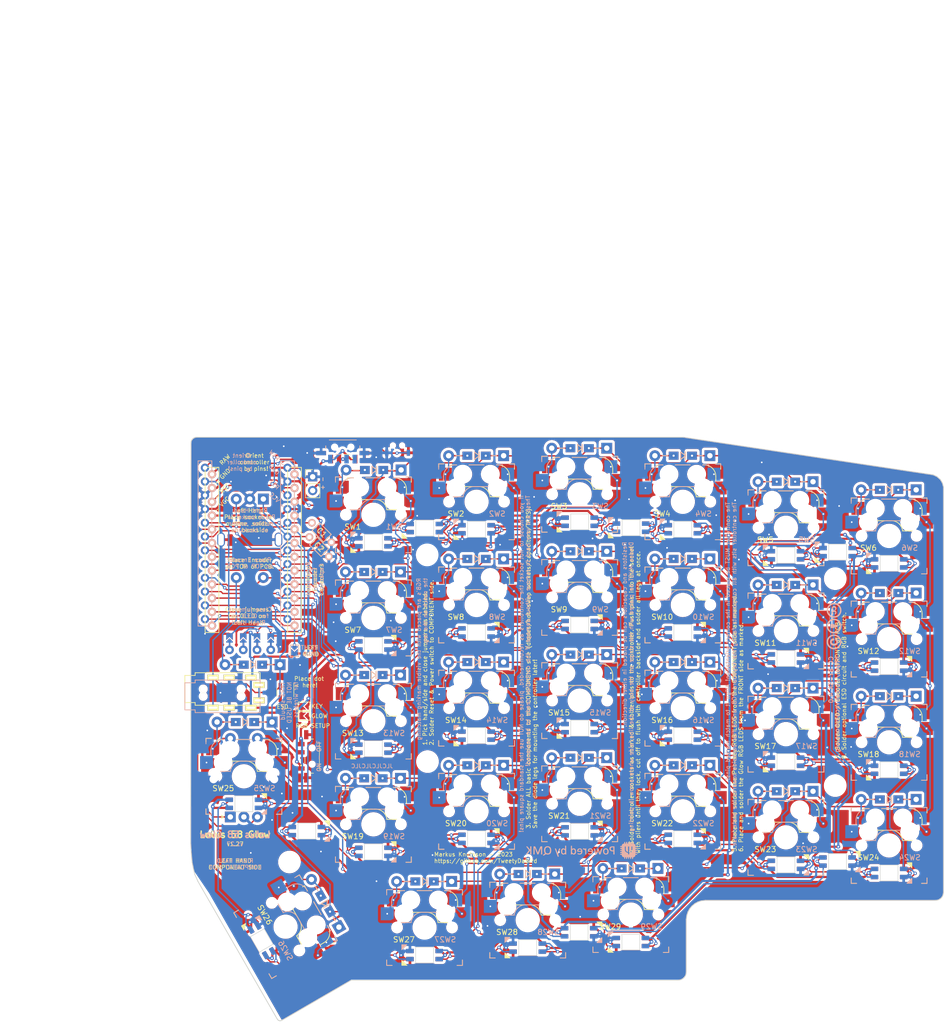
<source format=kicad_pcb>
(kicad_pcb (version 20221018) (generator pcbnew)
  (title_block (title "Lotus 58 Glow") (date "2023-11-21") (rev "v1.27") (company "Markus Knutsson <markus.knutsson@tweety.se>") (comment 1 "https://github.com/TweetyDaBird") (comment 2 "Licensed under Creative Commons BY-SA 4.0 International"))
  (layers (0 "F.Cu" signal) (31 "B.Cu" signal) (34 "B.Paste" user) (35 "F.Paste" user) (36 "B.SilkS" user "B.Silkscreen") (37 "F.SilkS" user "F.Silkscreen") (38 "B.Mask" user) (39 "F.Mask" user) (44 "Edge.Cuts" user))
  (net 0 "")
  (net 1 "/PWR_KEY")
  (net 2 "row4")
  (net 3 "Net-(D1-A)")
  (net 4 "Net-(D2-A)")
  (net 5 "row0")
  (net 6 "Net-(D3-A)")
  (net 7 "row1")
  (net 8 "Net-(D4-A)")
  (net 9 "row2")
  (net 10 "Net-(D5-A)")
  (net 11 "row3")
  (net 12 "Net-(D6-A)")
  (net 13 "Net-(D7-A)")
  (net 14 "Net-(D8-A)")
  (net 15 "Net-(D9-A)")
  (net 16 "Net-(D10-A)")
  (net 17 "Net-(D11-A)")
  (net 18 "Net-(D12-A)")
  (net 19 "Net-(D13-A)")
  (net 20 "Net-(D14-A)")
  (net 21 "Net-(D15-A)")
  (net 22 "Net-(D16-A)")
  (net 23 "Net-(D17-A)")
  (net 24 "Net-(D18-A)")
  (net 25 "Net-(D19-A)")
  (net 26 "Net-(D20-A)")
  (net 27 "Net-(D21-A)")
  (net 28 "Net-(D22-A)")
  (net 29 "Net-(D23-A)")
  (net 30 "Net-(D24-A)")
  (net 31 "Net-(D26-A)")
  (net 32 "Net-(D27-A)")
  (net 33 "VCC")
  (net 34 "GND")
  (net 35 "col0")
  (net 36 "col1")
  (net 37 "col2")
  (net 38 "col3")
  (net 39 "col4")
  (net 40 "col5")
  (net 41 "SDA")
  (net 42 "LED")
  (net 43 "SCL")
  (net 44 "RESET")
  (net 45 "Net-(D28-A)")
  (net 46 "DATA")
  (net 47 "Net-(D29-A)")
  (net 48 "Hand")
  (net 49 "B")
  (net 50 "A")
  (net 51 "Alt")
  (net 52 "Net-(D30-A)")
  (net 53 "/PWR_GLOW")
  (net 54 "unconnected-(P1-0-PadA)")
  (net 55 "unconnected-(P1-0-PadB)")
  (net 56 "unconnected-(P1-0-PadC)")
  (net 57 "unconnected-(P1-0-PadD)")
  (net 58 "Net-(LED1-DOUT)")
  (net 59 "Net-(LED2-DOUT)")
  (net 60 "Net-(LED3-DOUT)")
  (net 61 "Net-(LED4-DOUT)")
  (net 62 "Net-(LED5-DOUT)")
  (net 63 "unconnected-(LED6-DOUT-Pad2)")
  (net 64 "Net-(LED7-DOUT)")
  (net 65 "Net-(LED8-DOUT)")
  (net 66 "Net-(LED10-DIN)")
  (net 67 "Net-(LED10-DOUT)")
  (net 68 "Net-(LED11-DOUT)")
  (net 69 "Net-(LED12-DOUT)")
  (net 70 "Net-(LED13-DIN)")
  (net 71 "Net-(LED13-DOUT)")
  (net 72 "Net-(LED14-DIN)")
  (net 73 "Net-(LED15-DIN)")
  (net 74 "Net-(LED16-DIN)")
  (net 75 "Net-(LED17-DIN)")
  (net 76 "Net-(LED19-DOUT)")
  (net 77 "Net-(LED20-DOUT)")
  (net 78 "Net-(LED21-DOUT)")
  (net 79 "Net-(LED22-DOUT)")
  (net 80 "Net-(LED23-DOUT)")
  (net 81 "Net-(LED24-DOUT)")
  (net 82 "Net-(LED25-DIN)")
  (net 83 "Net-(LED25-DOUT)")
  (net 84 "Net-(LED26-DIN)")
  (net 85 "Net-(LED27-DIN)")
  (net 86 "Net-(LED28-DIN)")
  (net 87 "Net-(LED29-DIN)")
  (net 88 "Net-(LED31-DOUT)")
  (net 89 "unconnected-(J1-PadS)")
  (net 90 "Net-(LED32-DOUT)")
  (net 91 "Net-(LED33-DOUT)")
  (net 92 "RGB_LINK")
  (net 93 "Battery")
  (net 94 "/Batt")
  (net 95 "Net-(LED34-DOUT)")
  (footprint "Keyboard Common:Spacer PCB hole" (layer "F.Cu") (at 124.32538 57.40908)
    (fp_text reference "TH1" hide)
    (fp_text value "HOLE" hide)
  )
  (footprint "Keyboard Common:Spacer PCB hole" (layer "F.Cu") (at 199.7 61.8)
    (fp_text reference "TH2" hide)
    (fp_text value "HOLE" hide)
  )
  (footprint "Keyboard Common:Spacer PCB hole" (layer "F.Cu") (at 124.3965 95.5675)
    (fp_text reference "TH3" hide)
    (fp_text value "HOLE" hide)
  )
  (footprint "Keyboard Common:Spacer PCB hole" (layer "F.Cu") (at 199.7 100)
    (fp_text reference "TH4" hide)
    (fp_text value "HOLE" hide)
  )
  (footprint "Keyboard Common:Spacer PCB hole" (layer "F.Cu") (at 98.8949 114.1095 90)
    (fp_text reference "TH5" hide)
    (fp_text value "HOLE" hide)
  )
  (footprint "Keyboard Common:SSD1306-0.91-OLED-4pin-128x32 doublesided" (layer "F.Cu") (at 91.6305 56.4435 -90)
    (fp_text reference "P1" hide)
    (fp_text value "OLED")
  )
  (footprint "Keyboard Library:RotaryEncoder_Alps_EC11E-Switch_Vertical_H20_special" (layer "F.Cu") (at 91.567 54.594 -90)
    (fp_text reference "SW30" hide)
    (fp_text value "Rotary_Encoder_Switch")
  )
  (footprint "Keyboard Controllers:ProMicro_Reversible_orig" (layer "F.Cu") (at 92.109 56.1)
    (fp_text reference "U1" hide)
    (fp_text value "ProMicro" hide)
  )
  (footprint "Common Library:MJ-4PP-9_alim" (layer "F.Cu") (at 81.4705 82.169 90)
    (fp_text reference "J1" hide)
    (fp_text value "PJ-320A" hide)
  )
  (footprint "Keyboard Library:RotaryEncoder_Alps_EC11E-Switch_Special" (layer "F.Cu") (at 90.4748 98.2853 90)
    (fp_text reference "SW31" hide)
    (fp_text value "Rotary_Encoder_Switch")
  )
  (footprint "Keyboard Common:Jumper_min_v2" (layer "F.Cu") (at 99.82 75.12 90)
    (fp_text reference "JP2" hide)
    (fp_text value "LEFT" hide)
  )
  (footprint "Keyboard RGB:MX_SK6812MINI-E_REVERSIBLE" (layer "F.Cu") (at 114.4 55.08 180)
    (fp_text reference "LED7" hide)
    (fp_text value "SK6812MINI-E")
    (fp_line (start -1.65 -1.45) (end 1.65 -1.45) (stroke (width 0.1)) (layer "Edge.Cuts"))
    (fp_line (start -1.65 1.45) (end -1.65 -1.45) (stroke (width 0.1)) (layer "Edge.Cuts"))
    (fp_line (start 1.65 -1.45) (end 1.65 1.45) (stroke (width 0.1)) (layer "Edge.Cuts"))
    (fp_line (start 1.65 1.45) (end -1.65 1.45) (stroke (width 0.1)) (layer "Edge.Cuts"))
  )
  (footprint "Keyboard RGB:MX_SK6812MINI-E_REVERSIBLE" (layer "F.Cu") (at 133.45 52.68 180)
    (fp_text reference "LED8" hide)
    (fp_text value "SK6812MINI-E")
    (fp_line (start -1.65 -1.45) (end 1.65 -1.45) (stroke (width 0.1)) (layer "Edge.Cuts"))
    (fp_line (start -1.65 1.45) (end -1.65 -1.45) (stroke (width 0.1)) (layer "Edge.Cuts"))
    (fp_line (start 1.65 -1.45) (end 1.65 1.45) (stroke (width 0.1)) (layer "Edge.Cuts"))
    (fp_line (start 1.65 1.45) (end -1.65 1.45) (stroke (width 0.1)) (layer "Edge.Cuts"))
  )
  (footprint "Keyboard RGB:MX_SK6812MINI-E_REVERSIBLE" (layer "F.Cu") (at 152.5 51.29 180)
    (fp_text reference "LED9" hide)
    (fp_text value "SK6812MINI-E")
    (fp_line (start -1.65 -1.45) (end 1.65 -1.45) (stroke (width 0.1)) (layer "Edge.Cuts"))
    (fp_line (start -1.65 1.45) (end -1.65 -1.45) (stroke (width 0.1)) (layer "Edge.Cuts"))
    (fp_line (start 1.65 -1.45) (end 1.65 1.45) (stroke (width 0.1)) (layer "Edge.Cuts"))
    (fp_line (start 1.65 1.45) (end -1.65 1.45) (stroke (width 0.1)) (layer "Edge.Cuts"))
  )
  (footprint "Keyboard RGB:MX_SK6812MINI-E_REVERSIBLE" (layer "F.Cu") (at 171.55 52.68 180)
    (fp_text reference "LED10" hide)
    (fp_text value "SK6812MINI-E")
    (fp_line (start -1.65 -1.45) (end 1.65 -1.45) (stroke (width 0.1)) (layer "Edge.Cuts"))
    (fp_line (start -1.65 1.45) (end -1.65 -1.45) (stroke (width 0.1)) (layer "Edge.Cuts"))
    (fp_line (start 1.65 -1.45) (end 1.65 1.45) (stroke (width 0.1)) (layer "Edge.Cuts"))
    (fp_line (start 1.65 1.45) (end -1.65 1.45) (stroke (width 0.1)) (layer "Edge.Cuts"))
  )
  (footprint "Keyboard RGB:MX_SK6812MINI-E_REVERSIBLE" (layer "F.Cu") (at 190.6 57.48 180)
    (fp_text reference "LED11" hide)
    (fp_text value "SK6812MINI-E")
    (fp_line (start -1.65 -1.45) (end 1.65 -1.45) (stroke (width 0.1)) (layer "Edge.Cuts"))
    (fp_line (start -1.65 1.45) (end -1.65 -1.45) (stroke (width 0.1)) (layer "Edge.Cuts"))
    (fp_line (start 1.65 -1.45) (end 1.65 1.45) (stroke (width 0.1)) (layer "Edge.Cuts"))
    (fp_line (start 1.65 1.45) (end -1.65 1.45) (stroke (width 0.1)) (layer "Edge.Cuts"))
  )
  (footprint "Keyboard RGB:MX_SK6812MINI-E_REVERSIBLE" (layer "F.Cu") (at 209.65 58.98 180)
    (fp_text reference "LED12" hide)
    (fp_text value "SK6812MINI-E")
    (fp_line (start -1.65 -1.45) (end 1.65 -1.45) (stroke (width 0.1)) (layer "Edge.Cuts"))
    (fp_line (start -1.65 1.45) (end -1.65 -1.45) (stroke (width 0.1)) (layer "Edge.Cuts"))
    (fp_line (start 1.65 -1.45) (end 1.65 1.45) (stroke (width 0.1)) (layer "Edge.Cuts"))
    (fp_line (start 1.65 1.45) (end -1.65 1.45) (stroke (width 0.1)) (layer "Edge.Cuts"))
  )
  (footprint "Keyboard RGB:MX_SK6812MINI-E_REVERSIBLE" (layer "F.Cu") (at 114.4 74.13)
    (fp_text reference "LED13" hide)
    (fp_text value "SK6812MINI-E")
    (fp_line (start -1.65 -1.45) (end 1.65 -1.45) (stroke (width 0.1)) (layer "Edge.Cuts"))
    (fp_line (start -1.65 1.45) (end -1.65 -1.45) (stroke (width 0.1)) (layer "Edge.Cuts"))
    (fp_line (start 1.65 -1.45) (end 1.65 1.45) (stroke (width 0.1)) (layer "Edge.Cuts"))
    (fp_line (start 1.65 1.45) (end -1.65 1.45) (stroke (width 0.1)) (layer "Edge.Cuts"))
  )
  (footprint "Keyboard RGB:MX_SK6812MINI-E_REVERSIBLE" (layer "F.Cu") (at 133.45 71.73)
    (fp_text reference "LED14" hide)
    (fp_text value "SK6812MINI-E")
    (fp_line (start -1.65 -1.45) (end 1.65 -1.45) (stroke (width 0.1)) (layer "Edge.Cuts"))
    (fp_line (start -1.65 1.45) (end -1.65 -1.45) (stroke (width 0.1)) (layer "Edge.Cuts"))
    (fp_line (start 1.65 -1.45) (end 1.65 1.45) (stroke (width 0.1)) (layer "Edge.Cuts"))
    (fp_line (start 1.65 1.45) (end -1.65 1.45) (stroke (width 0.1)) (layer "Edge.Cuts"))
  )
  (footprint "Keyboard RGB:MX_SK6812MINI-E_REVERSIBLE" (layer "F.Cu") (at 152.5 70.34)
    (fp_text reference "LED15" hide)
    (fp_text value "SK6812MINI-E")
    (fp_line (start -1.65 -1.45) (end 1.65 -1.45) (stroke (width 0.1)) (layer "Edge.Cuts"))
    (fp_line (start -1.65 1.45) (end -1.65 -1.45) (stroke (width 0.1)) (layer "Edge.Cuts"))
    (fp_line (start 1.65 -1.45) (end 1.65 1.45) (stroke (width 0.1)) (layer "Edge.Cuts"))
    (fp_line (start 1.65 1.45) (end -1.65 1.45) (stroke (width 0.1)) (layer "Edge.Cuts"))
  )
  (footprint "Keyboard RGB:MX_SK6812MINI-E_REVERSIBLE" (layer "F.Cu") (at 171.55 71.73)
    (fp_text reference "LED16" hide)
    (fp_text value "SK6812MINI-E")
    (fp_line (start -1.65 -1.45) (end 1.65 -1.45) (stroke (width 0.1)) (layer "Edge.Cuts"))
    (fp_line (start -1.65 1.45) (end -1.65 -1.45) (stroke (width 0.1)) (layer "Edge.Cuts"))
    (fp_line (start 1.65 -1.45) (end 1.65 1.45) (stroke (width 0.1)) (layer "Edge.Cuts"))
    (fp_line (start 1.65 1.45) (end -1.65 1.45) (stroke (width 0.1)) (layer "Edge.Cuts"))
  )
  (footprint "Keyboard RGB:MX_SK6812MINI-E_REVERSIBLE" (layer "F.Cu") (at 190.6 76.53)
    (fp_text reference "LED17" hide)
    (fp_text value "SK6812MINI-E")
    (fp_line (start -1.65 -1.45) (end 1.65 -1.45) (stroke (width 0.1)) (layer "Edge.Cuts"))
    (fp_line (start -1.65 1.45) (end -1.65 -1.45) (stroke (width 0.1)) (layer "Edge.Cuts"))
    (fp_line (start 1.65 -1.45) (end 1.65 1.45) (stroke (width 0.1)) (layer "Edge.Cuts"))
    (fp_line (start 1.65 1.45) (end -1.65 1.45) (stroke (width 0.1)) (layer "Edge.Cuts"))
  )
  (footprint "Keyboard RGB:MX_SK6812MINI-E_REVERSIBLE" (layer "F.Cu") (at 209.65 78.03)
    (fp_text reference "LED18" hide)
    (fp_text value "SK6812MINI-E")
    (fp_line (start -1.65 -1.45) (end 1.65 -1.45) (stroke (width 0.1)) (layer "Edge.Cuts"))
    (fp_line (start -1.65 1.45) (end -1.65 -1.45) (stroke (width 0.1)) (layer "Edge.Cuts"))
    (fp_line (start 1.65 -1.45) (end 1.65 1.45) (stroke (width 0.1)) (layer "Edge.Cuts"))
    (fp_line (start 1.65 1.45) (end -1.65 1.45) (stroke (width 0.1)) (layer "Edge.Cuts"))
  )
  (footprint "Keyboard RGB:MX_SK6812MINI-E_REVERSIBLE" (layer "F.Cu") (at 114.4 93.18 180)
    (fp_text reference "LED19" hide)
    (fp_text value "SK6812MINI-E")
    (fp_line (start -1.65 -1.45) (end 1.65 -1.45) (stroke (width 0.1)) (layer "Edge.Cuts"))
    (fp_line (start -1.65 1.45) (end -1.65 -1.45) (stroke (width 0.1)) (layer "Edge.Cuts"))
    (fp_line (start 1.65 -1.45) (end 1.65 1.45) (stroke (width 0.1)) (layer "Edge.Cuts"))
    (fp_line (start 1.65 1.45) (end -1.65 1.45) (stroke (width 0.1)) (layer "Edge.Cuts"))
  )
  (footprint "Keyboard RGB:MX_SK6812MINI-E_REVERSIBLE" (layer "F.Cu") (at 133.45 90.78 180)
    (fp_text reference "LED20" hide)
    (fp_text value "SK6812MINI-E")
    (fp_line (start -1.65 -1.45) (end 1.65 -1.45) (stroke (width 0.1)) (layer "Edge.Cuts"))
    (fp_line (start -1.65 1.45) (end -1.65 -1.45) (stroke (width 0.1)) (layer "Edge.Cuts"))
    (fp_line (start 1.65 -1.45) (end 1.65 1.45) (stroke (width 0.1)) (layer "Edge.Cuts"))
    (fp_line (start 1.65 1.45) (end -1.65 1.45) (stroke (width 0.1)) (layer "Edge.Cuts"))
  )
  (footprint "Keyboard RGB:MX_SK6812MINI-E_REVERSIBLE" (layer "F.Cu") (at 152.5 89.39 180)
    (fp_text reference "LED21" hide)
    (fp_text value "SK6812MINI-E")
    (fp_line (start -1.65 -1.45) (end 1.65 -1.45) (stroke (width 0.1)) (layer "Edge.Cuts"))
    (fp_line (start -1.65 1.45) (end -1.65 -1.45) (stroke (width 0.1)) (layer "Edge.Cuts"))
    (fp_line (start 1.65 -1.45) (end 1.65 1.45) (stroke (width 0.1)) (layer "Edge.Cuts"))
    (fp_line (start 1.65 1.45) (end -1.65 1.45) (stroke (width 0.1)) (layer "Edge.Cuts"))
  )
  (footprint "Keyboard RGB:MX_SK6812MINI-E_REVERSIBLE" (layer "F.Cu") (at 171.55 90.78 180)
    (fp_text reference "LED22" hide)
    (fp_text value "SK6812MINI-E")
    (fp_line (start -1.65 -1.45) (end 1.65 -1.45) (stroke (width 0.1)) (layer "Edge.Cuts"))
    (fp_line (start -1.65 1.45) (end -1.65 -1.45) (stroke (width 0.1)) (layer "Edge.Cuts"))
    (fp_line (start 1.65 -1.45) (end 1.65 1.45) (stroke (width 0.1)) (layer "Edge.Cuts"))
    (fp_line (start 1.65 1.45) (end -1.65 1.45) (stroke (width 0.1)) (layer "Edge.Cuts"))
  )
  (footprint "Keyboard RGB:MX_SK6812MINI-E_REVERSIBLE" (layer "F.Cu") (at 190.6 95.58 180)
    (fp_text reference "LED23" hide)
    (fp_text value "SK6812MINI-E")
    (fp_line (start -1.65 -1.45) (end 1.65 -1.45) (stroke (width 0.1)) (layer "Edge.Cuts"))
    (fp_line (start -1.65 1.45) (end -1.65 -1.45) (stroke (width 0.1)) (layer "Edge.Cuts"))
    (fp_line (start 1.65 -1.45) (end 1.65 1.45) (stroke (width 0.1)) (layer "Edge.Cuts"))
    (fp_line (start 1.65 1.45) (end -1.65 1.45) (stroke (width 0.1)) (layer "Edge.Cuts"))
  )
  (footprint "Keyboard RGB:MX_SK6812MINI-E_REVERSIBLE" (layer "F.Cu") (at 209.65 97.08 180)
    (fp_text reference "LED24" hide)
    (fp_text value "SK6812MINI-E")
    (fp_line (start -1.65 -1.45) (end 1.65 -1.45) (stroke (width 0.1)) (layer "Edge.Cuts"))
    (fp_line (start -1.65 1.45) (end -1.65 -1.45) (stroke (width 0.1)) (layer "Edge.Cuts"))
    (fp_line (start 1.65 -1.45) (end 1.65 1.45) (stroke (width 0.1)) (layer "Edge.Cuts"))
    (fp_line (start 1.65 1.45) (end -1.65 1.45) (stroke (width 0.1)) (layer "Edge.Cuts"))
  )
  (footprint "Keyboard RGB:MX_SK6812MINI-E_REVERSIBLE" (layer "F.Cu") (at 114.4 112.23)
    (fp_text reference "LED25" hide)
    (fp_text value "SK6812MINI-E")
    (fp_line (start -1.65 -1.45) (end 1.65 -1.45) (stroke (width 0.1)) (layer "Edge.Cuts"))
    (fp_line (start -1.65 1.45) (end -1.65 -1.45) (stroke (width 0.1)) (layer "Edge.Cuts"))
    (fp_line (start 1.65 -1.45) (end 1.65 1.45) (stroke (width 0.1)) (layer "Edge.Cuts"))
    (fp_line (start 1.65 1.45) (end -1.65 1.45) (stroke (width 0.1)) (layer "Edge.Cuts"))
  )
  (footprint "Keyboard RGB:MX_SK6812MINI-E_REVERSIBLE" (layer "F.Cu") (at 133.45 109.83)
    (fp_text reference "LED26" hide)
    (fp_text value "SK6812MINI-E")
    (fp_line (start -1.65 -1.45) (end 1.65 -1.45) (stroke (width 0.1)) (layer "Edge.Cuts"))
    (fp_line (start -1.65 1.45) (end -1.65 -1.45) (stroke (width 0.1)) (layer "Edge.Cuts"))
    (fp_line (start 1.65 -1.45) (end 1.65 1.45) (stroke (width 0.1)) (layer "Edge.Cuts"))
    (fp_line (start 1.65 1.45) (end -1.65 1.45) (stroke (width 0.1)) (layer "Edge.Cuts"))
  )
  (footprint "Keyboard RGB:MX_SK6812MINI-E_REVERSIBLE" (layer "F.Cu") (at 152.5 108.44)
    (fp_text reference "LED27" hide)
    (fp_text value "SK6812MINI-E")
    (fp_line (start -1.65 -1.45) (end 1.65 -1.45) (stroke (width 0.1)) (layer "Edge.Cuts"))
    (fp_line (start -1.65 1.45) (end -1.65 -1.45) (stroke (width 0.1)) (layer "Edge.Cuts"))
    (fp_line (start 1.65 -1.45) (end 1.65 1.45) (stroke (width 0.1)) (layer "Edge.Cuts"))
    (fp_line (start 1.65 1.45) (end -1.65 1.45) (stroke (width 0.1)) (layer "Edge.Cuts"))
  )
  (footprint "Keyboard RGB:MX_SK6812MINI-E_REVERSIBLE" (layer "F.Cu") (at 171.55 109.83)
    (fp_text reference "LED28" hide)
    (fp_text value "SK6812MINI-E")
    (fp_line (start -1.65 -1.45) (end 1.65 -1.45) (stroke (width 0.1)) (layer "Edge.Cuts"))
    (fp_line (start -1.65 1.45) (end -1.65 -1.45) (stroke (width 0.1)) (layer "Edge.Cuts"))
    (fp_line (start 1.65 -1.45) (end 1.65 1.45) (stroke (width 0.1)) (layer "Edge.Cuts"))
    (fp_line (start 1.65 1.45) (end -1.65 1.45) (stroke (width 0.1)) (layer "Edge.Cuts"))
  )
  (footprint "Keyboard RGB:MX_SK6812MINI-E_REVERSIBLE" (layer "F.Cu") (at 190.6 114.63)
    (fp_text reference "LED29" hide)
    (fp_text value "SK6812MINI-E")
    (fp_line (start -1.65 -1.45) (end 1.65 -1.45) (stroke (width 0.1)) (layer "Edge.Cuts"))
    (fp_line (start -1.65 1.45) (end -1.65 -1.45) (stroke (width 0.1)) (layer "Edge.Cuts"))
    (fp_line (start 1.65 -1.45) (end 1.65 1.45) (stroke (width 0.1)) (layer "Edge.Cuts"))
    (fp_line (start 1.65 1.45) (end -1.65 1.45) (stroke (width 0.1)) (layer "Edge.Cuts"))
  )
  (footprint "Keyboard RGB:MX_SK6812MINI-E_REVERSIBLE" (layer "F.Cu") (at 209.65 116.13)
    (fp_text reference "LED30" hide)
    (fp_text value "SK6812MINI-E")
    (fp_line (start -1.65 -1.45) (end 1.65 -1.45) (stroke (width 0.1)) (layer "Edge.Cuts"))
    (fp_line (start -1.65 1.45) (end -1.65 -1.45) (stroke (width 0.1)) (layer "Edge.Cuts"))
    (fp_line (start 1.65 -1.45) (end 1.65 1.45) (stroke (width 0.1)) (layer "Edge.Cuts"))
    (fp_line (start 1.65 1.45) (end -1.65 1.45) (stroke (width 0.1)) (layer "Edge.Cuts"))
  )
  (footprint "Keyboard RGB:MX_SK6812MINI-E_REVERSIBLE" (layer "F.Cu") (at 90.4748 103.3653)
    (fp_text reference "LED31" hide)
    (fp_text value "SK6812MINI-E")
    (fp_line (start -1.65 -1.45) (end 1.65 -1.45) (stroke (width 0.1)) (layer "Edge.Cuts"))
    (fp_line (start -1.65 1.45) (end -1.65 -1.45) (stroke (width 0.1)) (layer "Edge.Cuts"))
    (fp_line (start 1.65 -1.45) (end 1.65 1.45) (stroke (width 0.1)) (layer "Edge.Cuts"))
    (fp_line (start 1.65 1.45) (end -1.65 1.45) (stroke (width 0.1)) (layer "Edge.Cuts"))
  )
  (footprint "Keyboard RGB:MX_SK6812MINI-E_REVERSIBLE" (layer "F.Cu") (at 93.771591 128.587499 120)
    (fp_text reference "LED32" hide)
    (fp_text value "SK6812MINI-E")
    (fp_line (start -1.65 -1.45) (end 1.65 -1.45) (stroke (width 0.1)) (layer "Edge.Cuts"))
    (fp_line (start -1.65 1.45) (end -1.65 -1.45) (stroke (width 0.1)) (layer "Edge.Cuts"))
    (fp_line (start 1.65 -1.45) (end 1.65 1.45) (stroke (width 0.1)) (layer "Edge.Cuts"))
    (fp_line (start 1.65 1.45) (end -1.65 1.45) (stroke (width 0.1)) (layer "Edge.Cuts"))
  )
  (footprint "Keyboard RGB:MX_SK6812MINI-E_REVERSIBLE" (layer "F.Cu") (at 123.85 131.28 180)
    (fp_text reference "LED33" hide)
    (fp_text value "SK6812MINI-E")
    (fp_line (start -1.65 -1.45) (end 1.65 -1.45) (stroke (width 0.1)) (layer "Edge.Cuts"))
    (fp_line (start -1.65 1.45) (end -1.65 -1.45) (stroke (width 0.1)) (layer "Edge.Cuts"))
    (fp_line (start 1.65 -1.45) (end 1.65 1.45) (stroke (width 0.1)) (layer "Edge.Cuts"))
    (fp_line (start 1.65 1.45) (end -1.65 1.45) (stroke (width 0.1)) (layer "Edge.Cuts"))
  )
  (footprint "Keyboard RGB:MX_SK6812MINI-E_REVERSIBLE" (layer "F.Cu") (at 142.8977 129.9083 180)
    (fp_text reference "LED34" hide)
    (fp_text value "SK6812MINI-E")
    (fp_line (start -1.65 -1.45) (end 1.65 -1.45) (stroke (width 0.1)) (layer "Edge.Cuts"))
    (fp_line (start -1.65 1.45) (end -1.65 -1.45) (stroke (width 0.1)) (layer "Edge.Cuts"))
    (fp_line (start 1.65 -1.45) (end 1.65 1.45) (stroke (width 0.1)) (layer "Edge.Cuts"))
    (fp_line (start 1.65 1.45) (end -1.65 1.45) (stroke (width 0.1)) (layer "Edge.Cuts"))
  )
  (footprint "Keyboard RGB:MX_SK6812MINI-E_REVERSIBLE" (layer "F.Cu") (at 161.95 128.88 180)
    (fp_text reference "LED35" hide)
    (fp_text value "SK6812MINI-E")
    (fp_line (start -1.65 -1.45) (end 1.65 -1.45) (stroke (width 0.1)) (layer "Edge.Cuts"))
    (fp_line (start -1.65 1.45) (end -1.65 -1.45) (stroke (width 0.1)) (layer "Edge.Cuts"))
    (fp_line (start 1.65 -1.45) (end 1.65 1.45) (stroke (width 0.1)) (layer "Edge.Cuts"))
    (fp_line (start 1.65 1.45) (end -1.65 1.45) (stroke (width 0.1)) (layer "Edge.Cuts"))
  )
  (footprint "Keyboard Common:MSK12C02" (layer "F.Cu") (at 108.74 37.52 180)
    (fp_text reference "S1" hide)
    (fp_text value "MSK12C02" hide)
  )
  (footprint "Connector_PinHeader_2.54mm:PinHeader_1x02_P2.54mm_Vertical" (layer "F.Cu") (at 103.18 42.99)
    (fp_text reference "J2" hide)
    (fp_text value "Conn_01x02")
  )
  (footprint "Keyboard Library:Diode_DO35_SOD123" (layer "F.Cu") (at 92.1512 77.6732 180)
    (fp_text reference "D30" hide)
    (fp_text value "1N4148/1N4148W" hide)
  )
  (footprint "Keyboard Common:MSK12C02" (layer "F.Cu") (at 103.09 94.55 90)
    (fp_text reference "S3" hide)
    (fp_text value "MSK12C02" hide)
  )
  (footprint "Keyboard Common:Jumper_min_v2" (layer "F.Cu") (at 101.60038 87.14)
    (fp_text reference "JP5" hide)
    (fp_text value "FULL" hide)
  )
  (footprint "Keyboard Common:YTS-A002" (layer "F.Cu") (at 118.86 37.21)
    (fp_text reference "RES2" hide)
    (fp_text value "TS-A002" hide)
  )
  (footprint "Package_TO_SOT_SMD:SOT-23-6" (layer "F.Cu") (at 98.14 82.8 -90)
    (fp_text reference "U2" hide)
    (fp_text value "SRV05-4")
  )
  (footprint "Keyboard Common:Jumper_min_v2" (layer "F.Cu") (at 101.60038 85.37)
    (fp_text reference "JP6" hide)
    (fp_text value "FULL" hide)
  )
  (footprint "Keyboard Library:Diode_DO35_SOD123" (layer "B.Cu") (at 114.52 41.73 180)
    (fp_text reference "D1" hide)
    (fp_text value "1N4148/1N4148W" hide)
  )
  (footprint "Keyboard Library:Diode_DO35_SOD123" (layer "B.Cu") (at 152.5 37.71 180)
    (fp_text reference "D3" hide)
    (fp_text value "1N4148/1N4148W" hide)
  )
  (footprint "Keyboard Library:Diode_DO35_SOD123" (layer "B.Cu") (at 171.55 39.1 180)
    (fp_text reference "D4" hide)
    (fp_text value "1N4148/1N4148W" hide)
  )
  (footprint "Keyboard Library:Diode_DO35_SOD123" (layer "B.Cu") (at 209.65 45.4 180)
    (fp_text reference "D6" hide)
    (fp_text value "1N4148/1N4148W" hide)
  )
  (footprint "Keyboard Library:Diode_DO35_SOD123" (layer "B.Cu") (at 152.5 56.76 180)
    (fp_text reference "D9" hide)
    (fp_text value "1N4148/1N4148W" hide)
  )
  (footprint "Keyboard Library:Diode_DO35_SOD123" (layer "B.Cu") (at 171.55 58.15 180)
    (fp_text reference "D10" hide)
    (fp_text value "1N4148/1N4148W" hide)
  )
  (footprint "Keyboard Library:Diode_DO35_SOD123" (layer "B.Cu") (at 190.6 62.95 180)
    (fp_text reference "D11" hide)
    (fp_text value "1N4148/1N4148W" hide)
  )
  (footprint "Keyboard Library:Diode_DO35_SOD123" (layer "B.Cu") (at 209.65 64.45 180)
    (fp_text reference "D12" hide)
    (fp_text value "1N4148/1N4148W" hide)
  )
  (footprint "Keyboard Library:Diode_DO35_SOD123" (layer "B.Cu") (at 114.4 79.6 180)
    (fp_text reference "D13" hide)
    (fp_text value "1N4148/1N4148W" hide)
  )
  (footprint "Keyboard Library:Diode_DO35_SOD123" (layer "B.Cu") (at 133.45 77.2 180)
    (fp_text reference "D14" hide)
    (fp_text value "1N4148/1N4148W" hide)
  )
  (footprint "Keyboard Library:Diode_DO35_SOD123" (layer "B.Cu") (at 152.5 75.81 180)
    (fp_text reference "D15" hide)
    (fp_text value "1N4148/1N4148W" hide)
  )
  (footprint "Keyboard Library:Diode_DO35_SOD123" (layer "B.Cu") (at 171.55 77.2 180)
    (fp_text reference "D16" hide)
    (fp_text value "1N4148/1N4148W" hide)
  )
  (footprint "Keyboard Library:Diode_DO35_SOD123" (layer "B.Cu") (at 209.65 83.5 180)
    (fp_text reference "D18" hide)
    (fp_text value "1N4148/1N4148W" hide)
  )
  (footprint "Keyboard Library:Diode_DO35_SOD123" (layer "B.Cu") (at 114.4 98.65 180)
    (fp_text reference "D19" hide)
    (fp_text value "1N4148/1N4148W" hide)
  )
  (footprint "Keyboard Library:Diode_DO35_SOD123" (layer "B.Cu") (at 133.45 96.25 180)
    (fp_text reference "D20" hide)
    (fp_text value "1N4148/1N4148W" hide)
  )
  (footprint "Keyboard Library:Diode_DO35_SOD123" (layer "B.Cu") (at 152.5 94.86 180)
    (fp_text reference "D21" hide)
    (fp_text value "1N4148/1N4148W" hide)
  )
  (footprint "Keyboard Library:Diode_DO35_SOD123" (layer "B.Cu") (at 171.55 96.25 180)
    (fp_text reference "D22" hide)
    (fp_text value "1N4148/1N4148W" hide)
  )
  (footprint "Keyboard Library:Diode_DO35_SOD123" (layer "B.Cu") (at 190.6 101.05 180)
    (fp_text reference "D23" hide)
    (fp_text value "1N4148/1N4148W" hide)
  )
  (footprint "Keyboard Library:Diode_DO35_SOD123" (layer "B.Cu") (at 105.532215 121.797501 120)
    (fp_text reference "D26" hide)
    (fp_text value "1N4148/1N4148W" hide)
  )
  (footprint "Keyboard Library:Diode_DO35_SOD123" (layer "B.Cu") (at 123.85 117.7 180)
    (fp_text reference "D27" hide)
    (fp_text value "1N4148/1N4148W" hide)
  )
  (footprint "Keyboard Switches:SW_MX_HotSwap_Reversible" (layer "B.Cu") (at 133.45 47.6 180)
    (fp_text reference "SW2" hide)
    (fp_text value "Kailh hotswap MX socket" hide)
  )
  (footprint "Keyboard Switches:SW_MX_HotSwap_Reversible" (layer "B.Cu") (at 152.5 46.21 180)
    (fp_text reference "SW3" hide)
    (fp_text value "Kailh hotswap MX socket" hide)
  )
  (footprint "Keyboard Switches:SW_MX_HotSwap_Reversible" (layer "B.Cu") (at 171.55 47.6 180)
    (fp_text reference "SW4" hide)
    (fp_text value "Kailh hotswap MX socket" hide)
  )
  (footprint "Keyboard Switches:SW_MX_HotSwap_Reversible" (layer "B.Cu") (at 209.65 53.9 180)
    (fp_text reference "SW6" hide)
    (fp_text value "Kailh hotswap MX socket" hide)
  )
  (footprint "Keyboard Switches:SW_MX_HotSwap_Reversible" (layer "B.Cu") (at 114.4 69.05 180)
    (fp_text reference "SW7" hide)
    (fp_text value "Kailh hotswap MX socket" hide)
  )
  (footprint "Keyboard Switches:SW_MX_HotSwap_Reversible" (layer "B.Cu") (at 152.5 65.26 180)
    (fp_text reference "SW9" hide)
    (fp_text value "Kailh hotswap MX socket" hide)
  )
  (footprint "Keyboard Switches:SW_MX_HotSwap_Reversible" (layer "B.Cu") (at 171.55 66.65 180)
    (fp_text reference "SW10" hide)
    (fp_text value "Kailh hotswap MX socket" hide)
  )
  (footprint "Keyboard Switches:SW_MX_HotSwap_Reversible" (layer "B.Cu") (at 190.6 71.45 180)
    (fp_text reference "SW11" hide)
    (fp_text value "Kailh hotswap MX socket" hide)
  )
  (footprint "Keyboard Switches:SW_MX_HotSwap_Reversible" (layer "B.Cu") (at 209.65 72.95 180)
    (fp_text reference "SW12" hide)
    (fp_text value "Kailh hotswap MX socket" hide)
  )
  (footprint "Keyboard Switches:SW_MX_HotSwap_Reversible" (layer "B.Cu") (at 114.4 88.1 180)
    (fp_text reference "SW13" hide)
    (fp_text value "Kailh hotswap MX socket" hide)
  )
  (footprint "Keyboard Switches:SW_MX_HotSwap_Reversible" (layer "B.Cu") (at 133.45 85.7 180)
    (fp_text reference "SW14" hide)
    (fp_text value "Kailh hotswap MX socket" hide)
  )
  (footprint "Keyboard Switches:SW_MX_HotSwap_Reversible" (layer "B.Cu") (at 152.5 84.31 180)
    (fp_text reference "SW15" hide)
    (fp_text value "Kailh hotswap MX socket" hide)
  )
  (footprint "Keyboard Switches:SW_MX_HotSwap_Reversible" (layer "B.Cu") (at 190.6 90.5 180)
    (fp_text reference "SW17" hide)
    (fp_text value "Kailh hotswap MX socket" hide)
  )
  (footprint "Keyboard Switches:SW_MX_HotSwap_Reversible" (layer "B.Cu") (at 209.65 92 180)
    (fp_text reference "SW18" hide)
    (fp_text value "Kailh hotswap MX socket" hide)
  )
  (footprint "Keyboard Switches:SW_MX_HotSwap_Reversible" (layer "B.Cu") (at 114.4 107.15 180)
    (fp_text reference "SW19" hide)
    (fp_text value "Kailh hotswap MX socket" hide)
  )
  (footprint "Keyboard Switches:SW_MX_HotSwap_Reversible" (layer "B.Cu") (at 133.45 104.75 180)
    (fp_text reference "SW20" hide)
    (fp_text value "Kailh hotswap MX socket" hide)
  )
  (footprint "Keyboard Switches:SW_MX_HotSwap_Reversible" (layer "B.Cu") (at 152.5 103.36 180)
    (fp_text reference "SW21" hide)
    (fp_text value "Kailh hotswap MX socket" hide)
  )
  (footprint "Keyboard Switches:SW_MX_HotSwap_Reversible" (layer "B.Cu") (at 171.55 104.75 180)
    (fp_text reference "SW22" hide)
    (fp_text value "Kailh hotswap MX socket" hide)
  )
  (footprint "Keyboard Switches:SW_MX_HotSwap_Reversible" (layer "B.Cu") (at 190.6 109.55 180)
    (fp_text reference "SW23" hide)
    (fp_text value "Kailh hotswap MX socket" hide)
  )
  (footprint "Keyboard Switches:SW_MX_HotSwap_Reversible" (layer "B.Cu") (at 123.85 126.2 180)
    (fp_text reference "SW27" hide)
    (fp_text value "Kailh hotswap MX socket" hide)
  )
  (footprint "Keyboard Switches:SW_MX_HotSwap_Reversible" (layer "B.Cu") (at 142.8977 124.8283 180)
    (fp_text reference "SW28" hide)
    (fp_text value "Kailh hotswap MX socket" hide)
  )
  (footprint "Keyboard Switches:SW_MX_HotSwap_Reversible" (layer "B.Cu") (at 161.95 123.8 180)
    (fp_text reference "SW29" hide)
    (fp_text value "Kailh hotswap MX socket" hide)
  )
  (footprint "Keyboard Switches:SW_MX_HotSwap_Reversible" (layer "B.Cu") (at 114.4 50 180)
    (fp_text reference "SW1" hide)
    (fp_text value "Kailh hotswap MX socket" hide)
  )
  (footprint "Keyboard Library:Diode_DO35_SOD123" (layer "B.Cu") (at 209.65 102.55 180)
    (fp_text reference "D24" hide)
    (fp_text value "1N4148/1N4148W" hide)
  )
  (footprint "Keyboard Switches:SW_MX_HotSwap_Reversible" (layer "B.Cu") (at 90.4748 98.2853 180)
    (fp_text reference "SW25" hide)
    (fp_text value "Kailh hotswap MX socket" hide)
  )
  (footprint "Keyboard Switches:SW_MX_HotSwap_Reversible" (layer "B.Cu") (at 209.65 111.05 180)
    (fp_text reference "SW24" hide)
    (fp_text value "Kailh hotswap MX socket" hide)
  )
  (footprint "Keyboard Library:Diode_DO35_SOD123" (layer "B.Cu") (at 114.4 60.55 180)
    (fp_text reference "D7" hide)
    (fp_text value "1N4148/1N4148W" hide)
  )
  (footprint "Keyboard Library:Diode_DO35_SOD123" (layer "B.Cu") (at 133.45 58.15 180)
    (fp_text reference "D8" hide)
    (fp_text value "1N4148/1N4148W" hide)
  )
  (footprint "Common Library:RESISTOR_Reversible" (layer "B.Cu") (at 104.8385 53.2765 -45)
    (fp_text reference "C1")
    (fp_text value "100nF" hide)
  )
  (footprint "Common Library:RESISTOR_Reversible" (layer "B.Cu") (at 104.375949 55.912749 135)
    (fp_text reference "C2")
    (fp_text value "100nF" hide)
  )
  (footprint "Keyboard Common:Jumper_min_v2" (layer "B.Cu") (at 99.82 75.12 90)
    (fp_text reference "JP3" hide)
    (fp_text value "RIGHT" hide)
  )
  (footprint "Keyboard Switches:SW_MX_HotSwap_Reversible" (layer "B.Cu") (at 98.171 126.0475 120)
    (fp_text reference "SW26" hide)
    (fp_text value "Kailh hotswap MX socket" hide)
  )
  (footprint "Keyboard Library:Diode_DO35_SOD123" (layer "B.Cu") (at 142.8977 116.3283 180)
    (fp_text reference "D28" hide)
    (fp_text value "1N4148/1N4148W" hide)
  )
  (footprint "Keyboard Library:Diode_DO35_SOD123" (layer "B.Cu") (at 161.95 115.3 180)
    (fp_text reference "D29" hide)
    (fp_text value "1N4148/1N4148W" hide)
  )
  (footprint "Keyboard Switches:SW_MX_HotSwap_Reversible" (layer "B.Cu") (at 171.55 85.7 180)
    (fp_text reference "SW16" hide)
    (fp_text value "Kailh hotswap MX socket" hide)
  )
  (footprint "Keyboard Library:Diode_DO35_SOD123" (layer "B.Cu") (at 133.45 39.098 180)
    (fp_text reference "D2" hide)
    (fp_text value "1N4148/1N4148W" hide)
  )
  (footprint "Keyboard Library:Diode_DO35_SOD123" (layer "B.Cu") (at 190.6 43.9 180)
    (fp_text reference "D5" hide)
    (fp_text value "1N4148/1N4148W" hide)
  )
  (footprint "Keyboard RGB:MX_SK6812MINI-E_REVERSIBLE" (layer "B.Cu") (at 200.125 114.022)
    (fp_text reference "LED4" hide)
    (fp_text value "SK6812MINI-E")
    (fp_line (start -1.65 -1.45) (end -1.65 1.45) (stroke (width 0.1)) (layer "Edge.Cuts"))
    (fp_line (start -1.65 1.45) (end 1.65 1.45) (stroke (width 0.1)) (layer "Edge.Cuts"))
    (fp_line (start 1.65 -1.45) (end -1.65 -1.45) (stroke (width 0.1)) (layer "Edge.Cuts"))
    (fp_line (start 1.65 1.45) (end 1.65 -1.45) (stroke (width 0.1)) (layer "Edge.Cuts"))
  )
  (footprint "Keyboard RGB:MX_SK6812MINI-E_REVERSIBLE" (layer "B.Cu") (at 152.4 127.0795)
    (fp_text reference "LED5" hide)
    (fp_text value "SK6812MINI-E")
    (fp_line (start -1.65 -1.45) (end -1.65 1.45) (stroke (width 0.1)) (layer "Edge.Cuts"))
    (fp_line (start -1.65 1.45) (end 1.65 1.45) (stroke (width 0.1)) (layer "Edge.Cuts"))
    (fp_line (start 1.65 -1.45) (end -1.65 -1.45) (stroke (width 0.1)) (layer "Edge.Cuts"))
    (fp_line (start 1.65 1.45) (end 1.65 -1.45) (stroke (width 0.1)) (layer "Edge.Cuts"))
  )
  (footprint "Keyboard RGB:MX_SK6812MINI-E_REVERSIBLE" (layer "B.Cu") (at 102.108 108.3945)
    (fp_text reference "LED6" hide)
    (fp_text value "SK6812MINI-E")
    (fp_line (start -1.65 -1.45) (end -1.65 1.45) (stroke (width 0.1)) (layer "Edge.Cuts"))
    (fp_line (start -1.65 1.45) (end 1.65 1.45) (stroke (width 0.1)) (layer "Edge.Cuts"))
    (fp_line (start 1.65 -1.45) (end -1.65 -1.45) (stroke (width 0.1)) (layer "Edge.Cuts"))
    (fp_line (start 1.65 1.45) (end 1.65 -1.45) (stroke (width 0.1)) (layer "Edge.Cuts"))
  )
  (footprint "Keyboard RGB:MX_SK6812MINI-E_REVERSIBLE" (layer "B.Cu") (at 200.152 56.896 180)
    (fp_text reference "LED3" hide)
    (fp_text value "SK6812MINI-E")
    (fp_line (start -1.65 -1.45) (end -1.65 1.45) (stroke (width 0.1)) (layer "Edge.Cuts"))
    (fp_line (start -1.65 1.45) (end 1.65 1.45) (stroke (width 0.1)) (layer "Edge.Cuts"))
    (fp_line (start 1.65 -1.45) (end -1.65 -1.45) (stroke (width 0.1)) (layer "Edge.Cuts"))
    (fp_line (start 1.65 1.45) (end 1.65 -1.45) (stroke (width 0.1)) (layer "Edge.Cuts"))
  )
  (footprint "Keyboard RGB:MX_SK6812MINI-E_REVERSIBLE" (layer "B.Cu") (at 123.8885 52.451 180)
    (fp_text reference "LED1" hide)
    (fp_text value "SK6812MINI-E")
    (fp_line (start -1.65 -1.45) (end -1.65 1.45) (stroke (width 0.1)) (layer "Edge.Cuts"))
    (fp_line (start -1.65 1.45) (end 1.65 1.45) (stroke (width 0.1)) (layer "Edge.Cuts"))
    (fp_line (start 1.65 -1.45) (end -1.65 -1.45) (stroke (width 0.1)) (layer "Edge.Cuts"))
    (fp_line (start 1.65 1.45) (end 1.65 -1.45) (stroke (width 0.1)) (layer "Edge.Cuts"))
  )
  (footprint "Keyboard Library:Diode_DO35_SOD123" (layer "B.Cu") (at 190.6 82 180)
    (fp_text reference "D17" hide)
    (fp_text value "1N4148/1N4148W" hide)
  )
  (footprint "Keyboard Library:Diode_DO35_SOD123" (layer "B.Cu") (at 90.678 88.265 180)
    (fp_text reference "D25" hide)
    (fp_text value "1N4148/1N4148W" hide)
  )
  (footprint "Keyboard Switches:SW_MX_HotSwap_Reversible" (layer "B.Cu") (at 190.6 52.4 180)
    (fp_text reference "SW5" hide)
    (fp_text value "Kailh hotswap MX socket" hide)
  )
  (footprint "Keyboard RGB:MX_SK6812MINI-E_REVERSIBLE" (layer "B.Cu") (at 161.9885 52.3875 180)
    (fp_text reference "LED2" hide)
    (fp_text value "SK6812MINI-E")
    (fp_line (start -1.65 -1.45) (end -1.65 1.45) (stroke (width 0.1)) (layer "Edge.Cuts"))
    (fp_line (start -1.65 1.45) (end 1.65 1.45) (stroke (width 0.1)) (layer "Edge.Cuts"))
    (fp_line (start 1.65 -1.45) (end -1.65 -1.45) (stroke (width 0.1)) (layer "Edge.Cuts"))
    (fp_line (start 1.65 1.45) (end 1.65 -1.45) (stroke (width 0.1)) (layer "Edge.Cuts"))
  )
  (footprint "Keyboard Switches:SW_MX_HotSwap_Reversible" (layer "B.Cu") (at 133.45 66.65 180)
    (fp_text reference "SW8" hide)
    (fp_text value "Kailh hotswap MX socket" hide)
  )
  (footprint "Logotypes:CC_BY_SA_40_line" (layer "B.Cu") (at 199.405 79.591511 -90)
    (fp_text reference "Logo2")
    (fp_text value "CC-BY-SA-4.0" hide)
  )
  (footprint "Keyboard Common:MSK12C02" (layer "B.Cu") (at 108.74 37.52)
    (fp_text reference "S2" hide)
    (fp_text value "MSK12C02" hide)
  )
  (footprint "Logotypes:qmk logo" (layer "B.Cu") (at 152.87 111.96 180)
    (fp_text reference "Logo1" hide)
    (fp_text value "QMK_Logo" hide)
  )
  (footprint "Keyboard Common:YTS-A002" (layer "B.Cu") (at 118.86 37.21 180)
    (fp_text reference "RES1" hide)
    (fp_text value "TS-A002" hide)
  )
  (gr_line (start 81.4197 116.3955) (end 81.9785 117.6655) (stroke (width 0.15)) (layer "Edge.Cuts"))
  (gr_line (start 219.50172 44.1452) (end 219.70492 44.8564) (stroke (width 0.15)) (layer "Edge.Cuts"))
  (gr_line (start 219.258732 120.757048) (end 219.03678 120.940136) (stroke (width 0.15)) (layer "Edge.Cuts"))
  (gr_line (start 219.03678 120.940136) (end 218.781972 121.078352) (stroke (width 0.15)) (layer "Edge.Cuts"))
  (gr_line (start 219.667372 119.998631) (end 219.580037 120.280287) (stroke (width 0.15)) (layer "Edge.Cuts"))
  (gr_line (start 219.580037 120.280287) (end 219.441821 120.535096) (stroke (width 0.15)) (layer "Edge.Cuts"))
  (gr_line (start 219.70492 119.6848) (end 219.667372 119.998631) (stroke (width 0.15)) (layer "Edge.Cuts"))
  (gr_line (start 219.441821 120.535096) (end 219.258732 120.757048) (stroke (width 0.15)) (layer "Edge.Cuts"))
  (gr_line (start 218.781972 121.078352) (end 218.500315 121.165688) (stroke (width 0.15)) (layer "Edge.Cuts"))
  (gr_line (start 218.500315 121.165688) (end 218.18092 121.19356) (stroke (width 0.15)) (layer "Edge.Cuts"))
  (gr_line (start 172.075297 134.989392) (end 171.937081 135.244201) (stroke (width 0.15)) (layer "Edge.Cuts"))
  (gr_line (start 80.7003 36.7444) (end 80.722283 36.528775) (stroke (width 0.15)) (layer "Edge.Cuts"))
  (gr_line (start 80.722283 36.528775) (end 80.783417 36.331615) (stroke (width 0.15)) (layer "Edge.Cuts"))
  (gr_line (start 81.342063 35.77297) (end 81.539222 35.711835) (stroke (width 0.15)) (layer "Edge.Cuts"))
  (gr_line (start 81.539222 35.711835) (end 81.7544 35.6903) (stroke (width 0.15)) (layer "Edge.Cuts"))
  (gr_line (start 80.880169 36.153249) (end 81.00833 35.997883) (stroke (width 0.15)) (layer "Edge.Cuts"))
  (gr_line (start 80.783417 36.331615) (end 80.880169 36.153249) (stroke (width 0.15)) (layer "Edge.Cuts"))
  (gr_line (start 81.00833 35.997883) (end 81.163697 35.869721) (stroke (width 0.15)) (layer "Edge.Cuts"))
  (gr_line (start 81.163697 35.869721) (end 81.342063 35.77297) (stroke (width 0.15)) (layer "Edge.Cuts"))
  (gr_line (start 80.772 112.649) (end 80.899 114.1095) (stroke (width 0.15)) (layer "Edge.Cuts"))
  (gr_line (start 80.7085 111.8235) (end 80.772 112.649) (stroke (width 0.15)) (layer "Edge.Cuts"))
  (gr_line (start 171.704 35.687) (end 81.7544 35.6903) (stroke (width 0.15)) (layer "Edge.Cuts"))
  (gr_line (start 218.511891 42.96639) (end 217.79552 42.621355) (stroke (width 0.15)) (layer "Edge.Cuts"))
  (gr_line (start 81.153 115.3795) (end 81.4197 116.3955) (stroke (width 0.15)) (layer "Edge.Cuts"))
  (gr_line (start 97.119252 143.413974) (end 97.268206 143.404468) (stroke (width 0.15)) (layer "Edge.Cuts"))
  (gr_line (start 171.53204 135.649242) (end 171.277232 135.787458) (stroke (width 0.15)) (layer "Edge.Cuts"))
  (gr_line (start 96.629837 143.08815) (end 96.735295 143.222884) (stroke (width 0.15)) (layer "Edge.Cuts"))
  (gr_line (start 80.645 110.617) (end 80.7003 36.7444) (stroke (width 0.15)) (layer "Edge.Cuts"))
  (gr_line (start 80.645 110.617) (end 80.7085 111.8235) (stroke (width 0.15)) (layer "Edge.Cuts"))
  (gr_line (start 172.162633 134.707736) (end 172.075297 134.989392) (stroke (width 0.15)) (layer "Edge.Cuts"))
  (gr_line (start 171.277232 135.787458) (end 170.995576 135.874793) (stroke (width 0.15)) (layer "Edge.Cuts"))
  (gr_line (start 172.19308 134.427634) (end 172.162633 134.707736) (stroke (width 0.15)) (layer "Edge.Cuts"))
  (gr_line (start 96.852328 143.322532) (end 96.98047 143.386445) (stroke (width 0.15)) (layer "Edge.Cuts"))
  (gr_line (start 171.753993 135.466153) (end 171.53204 135.649242) (stroke (width 0.15)) (layer "Edge.Cuts"))
  (gr_line (start 110.31982 135.90524) (end 170.69308 135.90524) (stroke (width 0.15)) (layer "Edge.Cuts"))
  (gr_line (start 174.356326 121.468421) (end 175.013524 121.264638) (stroke (width 0.15)) (layer "Edge.Cuts"))
  (gr_line (start 80.899 114.1095) (end 81.153 115.3795) (stroke (width 0.15)) (layer "Edge.Cuts"))
  (gr_line (start 97.426864 143.357278) (end 97.594758 143.271756) (stroke (width 0.15)) (layer "Edge.Cuts"))
  (gr_line (start 171.937081 135.244201) (end 171.753993 135.466153) (stroke (width 0.15)) (layer "Edge.Cuts"))
  (gr_line (start 97.594758 143.271756) (end 110.31982 135.90524) (stroke (width 0.15)) (layer "Edge.Cuts"))
  (gr_line (start 172.19422 124.69622) (end 172.19308 134.427634) (stroke (width 0.15)) (layer "Edge.Cuts"))
  (gr_line (start 173.243884 122.218131) (end 173.761773 121.790925) (stroke (width 0.15)) (layer "Edge.Cuts"))
  (gr_line (start 217.79552 42.621355) (end 171.704 35.687) (stroke (width 0.15)) (layer "Edge.Cuts"))
  (gr_line (start 175.719348 121.193595) (end 218.18092 121.19356) (stroke (width 0.15)) (layer "Edge.Cuts"))
  (gr_line (start 97.268206 143.404468) (end 97.426864 143.357278) (stroke (width 0.15)) (layer "Edge.Cuts"))
  (gr_line (start 172.494174 123.330573) (end 172.816678 122.73602) (stroke (width 0.15)) (layer "Edge.Cuts"))
  (gr_line (start 219.13342 43.5102) (end 219.50172 44.1452) (stroke (width 0.15)) (layer "Edge.Cuts"))
  (gr_line (start 219.70492 44.8564) (end 219.70492 119.6848) (stroke (width 0.15)) (layer "Edge.Cuts"))
  (gr_line (start 172.19422 124.69622) (end 172.290391 123.987771) (stroke (width 0.15)) (layer "Edge.Cuts"))
  (gr_line (start 172.816678 122.73602) (end 173.243884 122.218131) (stroke (width 0.15)) (layer "Edge.Cuts"))
  (gr_line (start 219.13342 43.5102) (end 218.511891 42.96639) (stroke (width 0.15)) (layer "Edge.Cuts"))
  (gr_line (start 96.735295 143.222884) (end 96.852328 143.322532) (stroke (width 0.15)) (layer "Edge.Cuts"))
  (gr_line (start 81.9785 117.6655) (end 96.629837 143.08815) (stroke (width 0.15)) (layer "Edge.Cuts"))
  (gr_line (start 170.995576 135.874793) (end 170.69308 135.90524) (stroke (width 0.15)) (layer "Edge.Cuts"))
  (gr_line (start 173.761773 121.790925) (end 174.356326 121.468421) (stroke (width 0.15)) (layer "Edge.Cuts"))
  (gr_line (start 96.98047 143.386445) (end 97.119252 143.413974) (stroke (width 0.15)) (layer "Edge.Cuts"))
  (gr_line (start 172.290391 123.987771) (end 172.494174 123.330573) (stroke (width 0.15)) (layer "Edge.Cuts"))
  (gr_line (start 175.013524 121.264638) (end 175.719348 121.193595) (stroke (width 0.15)) (layer "Edge.Cuts"))
  (gr_text "Lotus 58 Glow" (at 88.85 109.0422) (layer "B.SilkS") (effects (font (size 1.2 1.2) (thickness 0.25)) (justify mirror)))
  (gr_text "Close jumpers \nfor OLED on \nRight Hand" (at 91.340952 68.69) (layer "B.SilkS") (effects (font (size 0.75 0.75) (thickness 0.12)) (justify mirror)))
  (gr_text "Place Encoder\non TOP of PCB." (at 91.43 58.91) (layer "B.SilkS") (effects (font (size 0.75 0.75) (thickness 0.12)) (justify mirror)))
  (gr_text "RGB's are placed with the visible marking matching \nthe notch on the leg. " (at 123.39 61.61 90) (layer "B.SilkS") (effects (font (size 0.75 0.75) (thickness 0.12)) (justify left mirror)))
  (gr_text "- +" (at 105.02 44.19 90) (layer "B.SilkS") (effects (font (size 0.75 0.75) (thickness 0.12)) (justify mirror)))
  (gr_text "Right Hand:\nPlace socket in \noutline, solder \non backside" (at 91.567 51.02) (layer "B.SilkS") (effects (font (size 0.75 0.75) (thickness 0.12)) (justify mirror)))
  (gr_text "RIGHT HAND\nCOMPONENT SIDE" (at 88.85 114.48) (layer "B.SilkS") (effects (font (size 0.75 0.75) (thickness 0.12)) (justify mirror)))
  (gr_text "v1.27" (at 88.85 110.79) (layer "B.SilkS") (effects (font (size 0.75 0.75) (thickness 0.12)) (justify mirror)))
  (gr_text "RIGHT \nHAND" (at 104.32 75.12) (layer "B.SilkS") (effects (font (size 0.75 0.75) (thickness 0.12)) (justify left mirror)))
  (gr_text "- RST" (at 96.64 44.96 315) (layer "B.SilkS") (effects (font (size 0.75 0.75) (thickness 0.12)) (justify mirror)))
  (gr_text "- GND" (at 96.57 42.21 315) (layer "B.SilkS") (effects (font (size 0.75 0.75) (thickness 0.12)) (justify mirror)))
  (gr_text "TRRS should\nNOT BE USED\nfor wireless" (at 98.87 80.77 90) (layer "B.SilkS") (effects (font (size 0.75 0.75) (thickness 0.12)) (justify left mirror)))
  (gr_text "- VCC" (at 96.67 47.35 315) (layer "B.SilkS") (effects (font (size 0.75 0.75) (thickness 0.12)) (justify mirror)))
  (gr_text "If you choose to not socket the controllers as recommended, please do NOT use the standard square pins!\nThese are very hard to remove without damage if the controller needs to be replaced!" (at 142.32 46.33 90) (layer "B.SilkS") (effects (font (size 0.75 0.75) (thickness 0.12)) (justify left mirror)))
  (gr_text "Orient \ncontroller \nby pins!" (at 89.8 40.29) (layer "B.SilkS") (effects (font (size 0.75 0.75) (thickness 0.12)) (justify mirror)))
  (gr_text "The controller MUST be placed in the correct orientation! Align it to match marked pins!\nThe controller sits with all components facing the keyboard PCB, and a flat backside towards the plate/case." (at 180.46 47.57 90) (layer "B.SilkS") (effects (font (size 0.75 0.75) (thickness 0.12)) (justify left mirror)))
  (gr_text "JLCJLCJLCJLC" (at 114.15 96.4) (layer "B.SilkS") (effects (font (size 0.75 0.75) (thickness 0.12)) (justify mirror)))
  (gr_text "Resistors and capacitors can be placed in either direction.\nDiodes MUST be placed with the stripe on the body at the line/side where arrow is pointing." (at 161.41 54.93 90) (layer "B.SilkS") (effects (font (size 0.75 0.75) (thickness 0.12)) (justify left mirror)))
  (gr_text "Right Hand:\nEncoder\nCapacitors" (at 103.59 61.97 90) (layer "B.SilkS") (effects (font (size 0.75 0.75) (thickness 0.12)) (justify mirror)))
  (gr_text "- RAW" (at 96.6 39.58 315) (layer "B.SilkS") (effects (font (size 0.75 0.75) (thickness 0.12)) (justify mirror)))
  (gr_text "Close jumpers \nfor OLED on \nLeft Hand" (at 91.340952 68.69) (layer "F.SilkS") (effects (font (size 0.75 0.75) (thickness 0.12))))
  (gr_text "Lotus 58 Glow" (at 88.85 109.0422) (layer "F.SilkS") (effects (font (size 1.2 1.2) (thickness 0.25))))
  (gr_text "GLOW" (at 104.44 87.14) (layer "F.SilkS") (effects (font (size 0.75 0.75) (thickness 0.12))))
  (gr_text "KEY" (at 103.98 85.37) (layer "F.SilkS") (effects (font (size 0.75 0.75) (thickness 0.12))))
  (gr_text "Left Hand:\nPlace socket in \noutline, solder \non backside" (at 91.567 51.02) (layer "F.SilkS") (effects (font (size 0.75 0.75) (thickness 0.12))))
  (gr_text "4. Solder controller sockets as marked & solder pins to the controller. Push pins into the socket \nwith pliers until they lock, cut off to flush with controller backside and solder all legs at once." (at 162.68 112.63 90) (layer "F.SilkS") (effects (font (size 0.75 0.75) (thickness 0.12)) (justify left)))
  (gr_text "5. Place and solder the Per-key RGB LEDS from the COMPONENT side as marked.\n6. Place and solder the Glow RGB LEDS from the FRONT side as marked.\n" (at 181.69 112.28 90) (layer "F.SilkS") (effects (font (size 0.75 0.75) (thickness 0.12)) (justify left)))
  (gr_text "Place Encoder\non TOP of PCB." (at 91.59 58.96) (layer "F.SilkS") (effects (font (size 0.75 0.75) (thickness 0.12))))
  (gr_text "1. Pick hand/side and close jumpers as labeled.\n2. Solder Reset & Power switch to COMPONENT side." (at 124.54 92.63 90) (layer "F.SilkS") (effects (font (size 0.75 0.75) (thickness 0.12)) (justify left)))
  (gr_text "LEFT\nHAND" (at 102.87 75.15) (layer "F.SilkS") (effects (font (size 0.75 0.75) (thickness 0.12))))
  (gr_text "Place dot \n< here!" (at 99.7 81.9) (layer "F.SilkS") (effects (font (size 0.75 0.75) (thickness 0.12)) (justify left bottom)))
  (gr_text "- +" (at 105.13 44.19 270) (layer "F.SilkS") (effects (font (size 0.75 0.75) (thickness 0.12))))
  (gr_text "- RAW" (at 86.449492 40.36 -315) (layer "F.SilkS") (effects (font (size 0.75 0.75) (thickness 0.12))))
  (gr_text "- RST" (at 86.409492 45.74 -315) (layer "F.SilkS") (effects (font (size 0.75 0.75) (thickness 0.12))))
  (gr_text "v1.27" (at 88.85 110.79) (layer "F.SilkS") (effects (font (size 0.75 0.75) (thickness 0.12))))
  (gr_text "ESD" (at 97.62 85.44) (layer "F.SilkS") (effects (font (size 0.75 0.75) (thickness 0.12))))
  (gr_text "RGB SETUP" (at 103.21 88.96) (layer "F.SilkS") (effects (font (size 0.75 0.75) (thickness 0.12))))
  (gr_text "3. Solder ALL basic components to the COMPONENT side (diodes/hot-swap sockets/capacitors/TRRS). \nSave the diode legs for mounting the controller later!" (at 143.64 107.99 90) (layer "F.SilkS") (effects (font (size 0.75 0.75) (thickness 0.12)) (justify left)))
  (gr_text "LEFT HAND\nCOMPONENT SIDE" (at 88.85 114.48) (layer "F.SilkS") (effects (font (size 0.75 0.75) (thickness 0.12))))
  (gr_text "Markus Knutsson - 2023\nhttps://github.com/TweetyDaBird\n" (at 125.55 113.3) (layer "F.SilkS") (effects (font (size 0.75 0.75) (thickness 0.12)) (justify left)))
  (gr_text "Orient \ncontroller \nby pins!" (at 92.74 40.29) (layer "F.SilkS") (effects (font (size 0.75 0.75) (thickness 0.12))))
  (gr_text "- VCC" (at 86.379492 48.13 -315) (layer "F.SilkS") (effects (font (size 0.75 0.75) (thickness 0.12))))
  (gr_text "Left Hand:\nEncoder\nCapacitors" (at 103.59 61.97 90) (layer "F.SilkS") (effects (font (size 0.75 0.75) (thickness 0.12))))
  (gr_text "7. Solder OLED / Encoder to FRONT of PCB.\n8. Solder optional ESD circuit and RGB switch." (at 200.74 95.16 90) (layer "F.SilkS") (effects (font (size 0.75 0.75) (thickness 0.12)) (justify left)))
  (gr_text "- GND" (at 86.479492 42.99 -315) (layer "F.SilkS") (effects (font (size 0.75 0.75) (thickness 0.12))))
  (segment (start 87.8348 104.1153) (end 84.9753 104.1153) (width 0.4) (layer "F.Cu") (net 1))
  (segment (start 112.377717 114.147717) (end 111.76 113.53) (width 0.4) (layer "F.Cu") (net 1))
  (segment (start 117.04 92.43) (end 117.443522 92.43) (width 0.4) (layer "F.Cu") (net 1))
  (segment (start 148.707298 108.437298) (end 148.352702 108.437298) (width 0.4) (layer "F.Cu") (net 1))
  (segment (start 149.86 109.19) (end 149.46 109.19) (width 0.4) (layer "F.Cu") (net 1))
  (segment (start 187.562526 77.28) (end 187.96 77.28) (width 0.4) (layer "F.Cu") (net 1))
  (segment (start 119.55839 76.06161) (end 112.786163 76.06161) (width 0.4) (layer "F.Cu") (net 1))
  (segment (start 175.339777 90.782215) (end 177.637312 90.782215) (width 0.4) (layer "F.Cu") (net 1))
  (segment (start 130.41249 110.58) (end 129.659806 109.827316) (width 0.4) (layer "F.Cu") (net 1))
  (segment (start 175.852682 52.17) (end 175.340102 52.68258) (width 0.4) (layer "F.Cu") (net 1))
  (segment (start 182.235 53.835) (end 180.03 53.835) (width 0.4) (layer "F.Cu") (net 1))
  (segment (start 111.76 113.53) (end 111.76 112.98) (width 0.4) (layer "F.Cu") (net 1))
  (segment (start 127.638741 131.281054) (end 126.887687 130.53) (width 0.4) (layer "F.Cu") (net 1))
  (segment (start 182.11 111.93) (end 180.14 111.93) (width 0.4) (layer "F.Cu") (net 1))
  (segment (start 168.91 72.635447) (end 169.922309 73.647756) (width 0.4) (layer "F.Cu") (net 1))
  (segment (start 95.74111 131.792938) (end 95.666093 131.867955) (width 0.4) (layer "F.Cu") (net 1))
  (segment (start 149.86 109.8) (end 149.86 109.19) (width 0.4) (layer "F.Cu") (net 1))
  (segment (start 174.587522 51.93) (end 174.19 51.93) (width 0.4) (layer "F.Cu") (net 1))
  (segment (start 136.493131 51.93) (end 136.09 51.93) (width 0.4) (layer "F.Cu") (net 1))
  (segment (start 179.99 93.61) (end 192.175447 93.61) (width 0.4) (layer "F.Cu") (net 1))
  (segment (start 175.340102 52.68258) (end 174.587522 51.93) (width 0.4) (layer "F.Cu") (net 1))
  (segment (start 117.443522 92.43) (end 118.190497 93.176975) (width 0.4) (layer "F.Cu") (net 1))
  (segment (start 168.91 110.58) (end 168.91 111.09) (width 0.4) (layer "F.Cu") (net 1))
  (segment (start 130.412283 72.48) (end 130.81 72.48) (width 0.4) (layer "F.Cu") (net 1))
  (segment (start 186.809528 76.527002) (end 183.269246 76.527002) (width 0.4) (layer "F.Cu") (net 1))
  (segment (start 117.04 54.33) (end 117.432612 54.33) (width 0.4) (layer "F.Cu") (net 1))
  (segment (start 110.05 130.48) (end 106.55 133.98) (width 0.4) (layer "F.Cu") (net 1))
  (segment (start 205.861896 78.030343) (end 205.252239 78.64) (width 0.4) (layer "F.Cu") (net 1))
  (segment (start 177.637312 90.782215) (end 179.99 93.134903) (width 0.4) (layer "F.Cu") (net 1))
  (segment (start 158.290699 126.962244) (end 163.577691 126.962244) (width 0.4) (layer "F.Cu") (net 1))
  (segment (start 155.538711 88.64) (end 155.14 88.64) (width 0.4) (layer "F.Cu") (net 1))
  (segment (start 193.24 94.674553) (end 192.175447 93.61) (width 0.4) (layer "F.Cu") (net 1))
  (segment (start 84.73 114.77) (end 84.73 108.7) (width 0.4) (layer "F.Cu") (net 1))
  (segment (start 176.701472 52.17) (end 175.852682 52.17) (width 0.4) (layer "F.Cu") (net 1))
  (segment (start 99.75 133.98) (end 96.53 130.76) (width 0.4) (layer "F.Cu") (net 1))
  (segment (start 118.662283 114.147717) (end 112.377717 114.147717) (width 0.4) (layer "F.Cu") (net 1))
  (segment (start 94.851363 126.671363) (end 96.53 128.35) (width 0.4) (layer "F.Cu") (net 1))
  (segment (start 205.859547 116.132975) (end 205.112522 116.88) (width 0.4) (layer "F.Cu") (net 1))
  (segment (start 157.16369 50.41405) (end 166.278972 50.41405) (width 0.4) (layer "F.Cu") (net 1))
  (segment (start 111.362477 74.88) (end 111.76 74.88) (width 0.4) (layer "F.Cu") (net 1))
  (segment (start 180.39 73.647756) (end 180.189998 73.647756) (width 0.4) (layer "F.Cu") (net 1))
  (segment (start 169.922309 73.647756) (end 180.189998 73.647756) (width 0.4) (layer "F.Cu") (net 1))
  (segment (start 174.19 89.874553) (end 172.955447 88.64) (width 0.4) (layer "F.Cu") (net 1))
  (segment (start 169.75 111.93) (end 180.14 111.93) (width 0.4) (layer "F.Cu") (net 1))
  (segment (start 129.207538 55.72) (end 135.862668 55.72) (width 0.4) (layer "F.Cu") (net 1))
  (segment (start 150.64 110.58) (end 149.86 109.8) (width 0.4) (layer "F.Cu") (net 1))
  (segment (start 129.659806 109.827316) (end 122.982684 109.827316) (width 0.4) (layer "F.Cu") (net 1))
  (segment (start 193.24 94.83) (end 193.642908 94.83) (width 0.4) (layer "F.Cu") (net 1))
  (segment (start 167.760685 109.831695) (end 167.01238 110.58) (width 0.4) (layer "F.Cu") (net 1))
  (segment (start 164.59 127.974553) (end 164.59 128.13) (width 0.4) (layer "F.Cu") (net 1))
  (segment (start 193.642908 94.83) (end 194.390208 95.5773) (width 0.4) (layer "F.Cu") (net 1))
  (segment (start 212.687527 96.33) (end 213.440056 97.082529) (width 0.4) (layer "F.Cu") (net 1))
  (segment (start 151.214553 72.6) (end 149.86 71.245447) (width 0.4) (layer "F.Cu") (net 1))
  (segment (start 126.887687 130.53) (end 126.49 130.53) (width 0.4) (layer "F.Cu") (net 1))
  (segment (start 178.366472 53.835) (end 176.701472 52.17) (width 0.4) (layer "F.Cu") (net 1))
  (segment (start 165.06566 128.13) (end 165.772926 128.837266) (width 0.4) (layer "F.Cu") (net 1))
  (segment (start 174.587562 90.03) (end 175.339777 90.782215) (width 0.4) (layer "F.Cu") (net 1))
  (segment (start 168.91 111.09) (end 169.75 111.93) (width 0.4) (layer "F.Cu") (net 1))
  (segment (start 145.5377 129.1583) (end 145.933328 129.1583) (width 0.4) (layer "F.Cu") (net 1))
  (segment (start 102.54 84.93076) (end 102.54 84.07231) (width 0.4) (layer "F.Cu") (net 1))
  (segment (start 117.85 130.48) (end 110.05 130.48) (width 0.4) (layer "F.Cu") (net 1))
  (segment (start 186.809528 76.527002) (end 187.562526 77.28) (width 0.4) (layer "F.Cu") (net 1))
  (segment (start 131.82227 111.747717) (end 130.81 110.735447) (width 0.4) (layer "F.Cu") (net 1))
  (segment (start 186.810362 114.627941) (end 186.288303 115.15) (width 0.4) (layer "F.Cu") (net 1))
  (segment (start 149.46 109.19) (end 148.707298 108.437298) (width 0.4) (layer "F.Cu") (net 1))
  (segment (start 129.661507 71.729224) (end 130.412283 72.48) (width 0.4) (layer "F.Cu") (net 1))
  (segment (start 213.439846 58.977708) (end 212.692138 58.23) (width 0.4) (layer "F.Cu") (net 1))
  (segment (start 185.33 115.15) (end 182.11 111.93) (width 0.4) (layer "F.Cu") (net 1))
  (segment (start 138.732244 73.647756) (end 131.822309 73.647756) (width 0.4) (layer "F.Cu") (net 1))
  (segment (start 122.647472 88.72) (end 118.190497 93.176975) (width 0.4) (layer "F.Cu") (net 1))
  (segment (start 130.81 110.735447) (end 130.81 110.58) (width 0.4) (layer "F.Cu") (net 1))
  (segment (start 118.98 129.35) (end 117.85 130.48) (width 0.4) (layer "F.Cu") (net 1))
  (segment (start 189.164553 78.64) (end 187.96 77.435447) (width 0.4) (layer "F.Cu") (net 1))
  (segment (start 165.863062 72.6198) (end 165.843262 72.6) (width 0.4) (layer "F.Cu") (net 1))
  (segment (start 128.105 54.617462) (end 129.207538 55.72) (width 0.4) (layer "F.Cu") (net 1))
  (segment (start 206.611553 78.78) (end 207.01 78.78) (width 0.4) (layer "F.Cu") (net 1))
  (segment (start 155.14 88.64) (end 155.14 88.484553) (width 0.4) (layer "F.Cu") (net 1))
  (segment (start 204.611726 55.38) (end 204.050661 55.38) (width 0.4) (layer "F.Cu") (net 1))
  (segment (start 118.221785 55.119173) (end 118.723496 54.617462) (width 0.4) (layer "F.Cu") (net 1))
  (segment (start 155.14 50.54) (end 155.14 50.39868) (width 0.4) (layer "F.Cu") (net 1))
  (segment (start 155.14 50.39868) (end 154.04132 49.3) (width 0.4) (layer "F.Cu") (net 1))
  (segment (start 102.10076 85.37) (end 102.54 84.93076) (width 0.4) (layer "F.Cu") (net 1))
  (segment (start 180.03 53.835) (end 178.366472 53.835) (width 0.4) (layer "F.Cu") (net 1))
  (segment (start 174.19 90.03) (end 174.587562 90.03) (width 0.4) (layer "F.Cu") (net 1))
  (segment (start 167.01238 110.58) (end 150.64 110.58) (width 0.4) (layer "F.Cu") (net 1))
  (segment (start 106.55 133.98) (end 99.75 133.98) (width 0.4) (layer "F.Cu") (net 1))
  (segment (start 167.759511 71.733017) (end 166.872728 72.6198) (width 0.4) (layer "F.Cu") (net 1))
  (segment (start 172.955447 88.64) (end 157.037747 88.64) (width 0.4) (layer "F.Cu") (net 1))
  (segment (start 125.465447 129.35) (end 118.98 129.35) (width 0.4) (layer "F.Cu") (net 1))
  (segment (start 212.29 58.074553) (end 210.794786 56.579339) (width 0.4) (layer "F.Cu") (net 1))
  (segment (start 166.624922 50.76) (end 173.175447 50.76) (width 0.4) (layer "F.Cu") (net 1))
  (segment (start 130.81 110.58) (end 130.41249 110.58) (width 0.4) (layer "F.Cu") (net 1))
  (segment (start 96.53 130.76) (end 96.53 128.35) (width 0.4) (layer "F.Cu") (net 1))
  (segment (start 102.54 84.07231) (end 102.385 83.91731) (width 0.4) (layer "F.Cu") (net 1))
  (segment (start 148.710893 70.338537) (end 147.72943 71.32) (width 0.4) (layer "F.Cu") (net 1))
  (segment (start 212.29 96.33) (end 212.29 96.174553) (width 0.4) (layer "F.Cu") (net 1))
  (segment (start 110.76 75.88) (end 106.2 75.88) (width 0.4) (layer "F.Cu") (net 1))
  (segment (start 95.74111 130.498806) (end 95.74111 131.792938) (width 0.4) (layer "F.Cu") (net 1))
  (segment (start 166.278972 50.41405) (end 166.624922 50.76) (width 0.4) (layer "F.Cu") (net 1))
  (segment (start 156.288293 51.289447) (end 157.16369 50.41405) (width 0.4) (layer "F.Cu") (net 1))
  (segment (start 206.606572 116.88) (end 205.859547 116.132975) (width 0.4) (layer "F.Cu") (net 1))
  (segment (start 136.09 89.874553) (end 134.935447 88.72) (width 0.4) (layer "F.Cu") (net 1))
  (segment (start 126.49 130.53) (end 126.49 130.374553) (width 0.4) (layer "F.Cu") (net 1))
  (segment (start 193.24 94.83) (end 193.24 94.674553) (width 0.4) (layer "F.Cu") (net 1))
  (segment (start 148.710893 70.338537) (end 149.462356 71.09) (width 0.4) (layer "F.Cu") (net 1))
  (segment (start 174.19 90.03) (end 174.19 89.874553) (width 0.4) (layer "F.Cu") (net 1))
  (segment (start 136.09 90.03) (end 136.09 89.874553) (width 0.4) (layer "F.Cu") (net 1))
  (segment (start 128.129795 130.79) (end 135.67 130.79) (width 0.4) (layer "F.Cu") (net 1))
  (segment (start 207.01 116.88) (end 206.606572 116.88) (width 0.4) (layer "F.Cu") (net 1))
  (segment (start 137.240313 52.677182) (end 136.493131 51.93) (width 0.4) (layer "F.Cu") (net 1))
  (segment (start 154.04132 49.3) (end 147.72 49.3) (width 0.4) (layer "F.Cu") (net 1))
  (segment (start 179.99 93.134903) (end 179.99 93.61) (width 0.4) (layer "F.Cu") (net 1))
  (segment (start 187.96 115.83) (end 187.96 115.38) (width 0.4) (layer "F.Cu") (net 1))
  (segment (start 135.862668 55.72) (end 136.012668 55.87) (width 0.4) (layer "F.Cu") (net 1))
  (segment (start 168.91 72.48) (end 168.91 72.635447) (width 0.4) (layer "F.Cu") (net 1))
  (segment (start 153.945447 87.29) (end 147.973262 87.29) (width 0.4) (layer "F.Cu") (net 1))
  (segment (start 187.562421 115.38) (end 186.810362 114.627941) (width 0.4) (layer "F.Cu") (net 1))
  (segment (start 205.861896 78.030343) (end 206.611553 78.78) (width 0.4) (layer "F.Cu") (net 1))
  (segment (start 186.288303 115.15) (end 185.33 115.15) (width 0.4) (layer "F.Cu") (net 1))
  (segment (start 122.982684 109.827316) (end 118.662283 114.147717) (width 0.4) (layer "F.Cu") (net 1))
  (segment (start 136.491842 90.03) (end 136.09 90.03) (width 0.4) (layer "F.Cu") (net 1))
  (segment (start 205.112522 116.88) (end 189.01 116.88) (width 0.4) (layer "F.Cu") (net 1))
  (segment (start 212.29 96.174553) (end 211.27773 95.162283) (width 0.4) (layer "F.Cu") (net 1))
  (segment (start 147.973262 87.29) (end 145.403262 89.86) (width 0.4) (layer "F.Cu") (net 1))
  (segment (start 100.89 96.85) (end 100.89 96.2) (width 0.4) (layer "F.Cu") (net 1))
  (segment (start 138.469456 127.990544) (end 144.525391 127.990544) (width 0.4) (layer "F.Cu") (net 1))
  (segment (start 102.56731 83.735) (end 102.385 83.91731) (width 0.4) (layer "F.Cu") (net 1))
  (segment (start 192.387522 55.48) (end 183.88 55.48) (width 0.4) (layer "F.Cu") (net 1))
  (segment (start 102.56731 79.51269) (end 102.56731 83.735) (width 0.4) (layer "F.Cu") (net 1))
  (segment (start 135.67 130.79) (end 138.469456 127.990544) (width 0.4) (layer "F.Cu") (net 1))
  (segment (start 147.72 49.3) (end 144.85 52.17) (width 0.4) (layer "F.Cu") (net 1))
  (segment (start 141.06 71.32) (end 138.732244 73.647756) (width 0.4) (layer "F.Cu") (net 1))
  (segment (start 164.59 128.13) (end 165.06566 128.13) (width 0.4) (layer "F.Cu") (net 1))
  (segment (start 205.811065 56.579339) (end 204.611726 55.38) (width 0.4) (layer "F.Cu") (net 1))
  (segment (start 84.73 114.77) (end 94.851363 124.891363) (width 0.4) (layer "F.Cu") (net 1))
  (segment (start 168.506494 72.48) (end 168.91 72.48) (width 0.4) (layer "F.Cu") (net 1))
  (segment (start 137.239706 90.777864) (end 136.491842 90.03) (width 0.4) (layer "F.Cu") (net 1))
  (segment (start 165.772926 128.837266) (end 165.772926 128.147074) (width 0.4) (layer "F.Cu") (net 1))
  (segment (start 157.037747 88.64) (end 156.288229 89.389518) (width 0.4) (layer "F.Cu") (net 1))
  (segment (start 110.609904 74.127427) (end 111.362477 74.88) (width 0.4) (layer "F.Cu") (net 1))
  (segment (start 145.042283 111.747717) (end 131.82227 111.747717) (width 0.4) (layer "F.Cu") (net 1))
  (segment (start 112.786163 76.06161) (end 111.76 75.035447) (width 0.4) (layer "F.Cu") (net 1))
  (segment (start 165.772926 128.147074) (end 177.48 116.44) (width 0.4) (layer "F.Cu") (net 1))
  (segment (start 145.933328 129.1583) (end 146.744588 129.96956) (width 0.4) (layer "F.Cu") (net 1))
  (segment (start 106.2 75.88) (end 102.56731 79.51269) (width 0.4) (layer "F.Cu") (net 1))
  (segment (start 111.76 112.98) (end 111.362284 112.98) (width 0.4) (layer "F.Cu") (net 1))
  (segment (start 163.577691 126.962244) (end 164.59 127.974553) (width 0.4) (layer "F.Cu") (net 1))
  (segment (start 187.96 115.38) (end 187.562421 115.38) (width 0.4) (layer "F.Cu") (net 1))
  (segment (start 212.29 58.23) (end 212.29 58.074553) (width 0.4) (layer "F.Cu") (net 1))
  (segment (start 94.851363 126.671363) (end 94.851363 124.891363) (width 0.4) (layer "F.Cu") (net 1))
  (segment (start 194.390109 57.482587) (end 192.387522 55.48) (width 0.4) (layer "F.Cu") (net 1))
  (segment (start 212.29 96.33) (end 212.687527 96.33) (width 0.4) (layer "F.Cu") (net 1))
  (segment (start 131.822309 73.647756) (end 130.81 72.635447) (width 0.4) (layer "F.Cu") (net 1))
  (segment (start 145.403262 89.86) (end 138.15757 89.86) (width 0.4) (layer "F.Cu") (net 1))
  (segment (start 183.269246 76.527002) (end 180.39 73.647756) (width 0.4) (layer "F.Cu") (net 1))
  (segment (start 174.19 51.774553) (end 174.19 51.93) (width 0.4) (layer "F.Cu") (net 1))
  (segment (start 187.96 77.435447) (end 187.96 77.28) (width 0.4) (layer "F.Cu") (net 1))
  (segment (start 149.462356 71.09) (end 149.86 71.09) (width 0.4) (layer "F.Cu") (net 1))
  (segment (start 111.362284 112.98) (end 110.611495 112.229211) (width 0.4) (layer "F.Cu") (net 1))
  (segment (start 144.525391 127.990544) (end 145.5377 129.002853) (width 0.4) (layer "F.Cu") (net 1))
  (segment (start 117.432612 54.33) (end 118.221785 55.119173) (width 0.4) (layer "F.Cu") (net 1))
  (segment (start 127.890731 73.5) (end 122.12 73.5) (width 0.4) (layer "F.Cu") (net 1))
  (segment (start 194.805225 95.162283) (end 194.390208 95.5773) (width 0.4) (layer "F.Cu") (net 1))
  (segment (start 96.53 130.76) (end 96.268806 130.498806) (width 0.4) (layer "F.Cu") (net 1))
  (segment (start 203.107163 54.436502) (end 196.53676 54.436502) (width 0.4) (layer "F.Cu") (net 1))
  (segment (start 167.759511 71.733017) (end 168.506494 72.48) (width 0.4) (layer "F.Cu") (net 1))
  (segment (start 165.843262 72.6) (end 151.214553 72.6) (width 0.4) (layer "F.Cu") (net 1))
  (segment (start 205.252239 78.64) (end 189.164553 78.64) (width 0.4) (layer "F.Cu") (net 1))
  (segment (start 100.89 96.2) (end 100.26 95.57) (width 0.4) (layer "F.Cu") (net 1))
  (segment (start 168.50899 110.58) (end 167.760685 109.831695) (width 0.4) (layer "F.Cu") (net 1))
  (segment (start 183.88 55.48) (end 182.235 53.835) (width 0.4) (layer "F.Cu") (net 1))
  (segment (start 155.283383 129.96956) (end 158.290699 126.962244) (width 0.4) (layer "F.Cu") (net 1))
  (segment (start 196.53676 54.436502) (end 194.390109 56.583153) (width 0.4) (layer "F.Cu") (net 1))
  (segment (start 96.268806 130.498806) (end 95.74111 130.498806) (width 0.4) (layer "F.Cu") (net 1))
  (segment (start 194.390109 56.583153) (end 194.390109 57.482587) (width 0.4) (layer "F.Cu") (net 1))
  (segment (start 122.12 73.5) (end 119.55839 76.06161) (width 0.4) (layer "F.Cu") (net 1))
  (segment (start 155.14 88.484553) (end 153.945447 87.29) (width 0.4) (layer "F.Cu") (net 1))
  (segment (start 118.723496 54.617462) (end 128.105 54.617462) (width 0.4) (layer "F.Cu") (net 1))
  (segment (start 168.91 110.58) (end 168.50899 110.58) (width 0.4) (layer "F.Cu") (net 1))
  (segment (start 111.76 74.88) (end 110.76 75.88) (width 0.4) (layer "F.Cu") (net 1))
  (segment (start 211.27773 95.162283) (end 194.805225 95.162283) (width 0.4) (layer "F.Cu") (net 1))
  (segment (start 210.794786 56.579339) (end 205.811065 56.579339) (width 0.4) (layer "F.Cu") (net 1))
  (segment (start 111.76 75.035447) (end 111.76 74.88) (width 0.4) (layer "F.Cu") (net 1))
  (segment (start 148.352702 108.437298) (end 145.042283 111.747717) (width 0.4) (layer "F.Cu") (net 1))
  (segment (start 134.935447 88.72) (end 122.647472 88.72) (width 0.4) (layer "F.Cu") (net 1))
  (segment (start 84.9753 104.1153) (end 84.73 103.87) (width 0.4) (layer "F.Cu") (net 1))
  (segment (start 137.747495 52.17) (end 137.240313 52.677182) (width 0.4) (layer "F.Cu") (net 1))
  (segment (start 149.86 71.245447) (end 149.86 71.09) (width 0.4) (layer "F.Cu") (net 1))
  (segment (start 126.49 130.374553) (end 125.465447 129.35) (width 0.4) (layer "F.Cu") (net 1))
  (segment (start 144.85 52.17) (end 137.747495 52.17) (width 0.4) (layer "F.Cu") (net 1))
  (segment (start 177.48 116.44) (end 179.87 116.44) (width 0.4) (layer "F.Cu") (net 1))
  (segment (start 212.692138 58.23) (end 212.29 58.23) (width 0.4) (layer "F.Cu") (net 1))
  (segment (start 145.5377 129.002853) (end 145.5377 129.1583) (width 0.4) (layer "F.Cu") (net 1))
  (segment (start 155.14 50.54) (end 155.538846 50.54) (width 0.4) (layer "F.Cu") (net 1))
  (segment (start 146.744588 129.96956) (end 155.283383 129.96956) (width 0.4) (layer "F.Cu") (net 1))
  (segment (start 127.638741 131.281054) (end 128.129795 130.79) (width 0.4) (layer "F.Cu") (net 1))
  (segment (start 166.872728 72.6198) (end 165.863062 72.6198) (width 0.4) (layer "F.Cu") (net 1))
  (segment (start 173.175447 50.76) (end 174.19 51.774553) (width 0.4) (layer "F.Cu") (net 1))
  (segment (start 138.15757 89.86) (end 137.239706 90.777864) (width 0.4) (layer "F.Cu") (net 1))
  (segment (start 204.050661 55.38) (end 203.107163 54.436502) (width 0.4) (layer "F.Cu") (net 1))
  (segment (start 156.288229 89.389518) (end 155.538711 88.64) (width 0.4) (layer "F.Cu") (net 1))
  (segment (start 147.72943 71.32) (end 141.06 71.32) (width 0.4) (layer "F.Cu") (net 1))
  (segment (start 189.01 116.88) (end 187.96 115.83) (width 0.4) (layer "F.Cu") (net 1))
  (segment (start 155.538846 50.54) (end 156.288293 51.289447) (width 0.4) (layer "F.Cu") (net 1))
  (segment (start 130.81 72.635447) (end 130.81 72.48) (width 0.4) (layer "F.Cu") (net 1))
  (segment (start 129.661507 71.729224) (end 127.890731 73.5) (width 0.4) (layer "F.Cu") (net 1))
  (via (at 205.861896 78.030343) (size 0.7) (drill 0.3048) (layers "F.Cu" "B.Cu") (net 1))
  (via (at 146.744588 129.96956) (size 0.7) (drill 0.3048) (layers "F.Cu" "B.Cu") (net 1))
  (via (at 118.190497 93.176975) (size 0.7) (drill 0.3048) (layers "F.Cu" "B.Cu") (net 1))
  (via (at 95.666093 131.867955) (size 0.7) (drill 0.3048) (layers "F.Cu" "B.Cu") (net 1))
  (via (at 156.288293 51.289447) (size 0.7) (drill 0.3048) (layers "F.Cu" "B.Cu") (net 1))
  (via (at 129.659806 109.827316) (size 0.7) (drill 0.3048) (layers "F.Cu" "B.Cu") (net 1))
  (via (at 110.609904 74.127427) (size 0.7) (drill 0.3048) (layers "F.Cu" "B.Cu") (net 1))
  (via (at 194.390208 95.5773) (size 0.7) (drill 0.3048) (layers "F.Cu" "B.Cu") (net 1))
  (via (at 84.73 103.87) (size 0.7) (drill 0.3048) (layers "F.Cu" "B.Cu") (net 1))
  (via (at 102.385 83.91731) (size 0.7) (drill 0.3048) (layers "F.Cu" "B.Cu") (net 1))
  (via (at 156.288229 89.389518) (size 0.7) (drill 0.3048) (layers "F.Cu" "B.Cu") (net 1))
  (via (at 127.638741 131.281054) (size 0.7) (drill 0.3048) (layers "F.Cu" "B.Cu") (net 1))
  (via (at 175.340102 52.68258) (size 0.7) (drill 0.3048) (layers "F.Cu" "B.Cu") (net 1))
  (via (at 180.03 53.835) (size 0.7) (drill 0.3048) (layers "F.Cu" "B.Cu") (net 1))
  (via (at 167.759511 71.733017) (size 0.7) (drill 0.3048) (layers "F.Cu" "B.Cu") (net 1))
  (via (at 179.87 116.44) (size 0.7) (drill 0.3048) (layers "F.Cu" "B.Cu") (net 1))
  (via (at 186.810362 114.627941) (size 0.7) (drill 0.3048) (layers "F.Cu" "B.Cu") (net 1))
  (via (at 205.859547 116.132975) (size 0.7) (drill 0.3048) (layers "F.Cu" "B.Cu") (net 1))
  (via (at 179.99 93.61) (size 0.7) (drill 0.3048) (layers "F.Cu" "B.Cu") (net 1))
  (via (at 180.189998 73.647756) (size 0.7) (drill 0.3048) (layers "F.Cu" "B.Cu") (net 1))
  (via (at 213.439846 58.977708) (size 0.7) (drill 0.3048) (layers "F.Cu" "B.Cu") (net 1))
  (via (at 136.012668 55.87) (size 0.7) (drill 0.3048) (layers "F.Cu" "B.Cu") (net 1))
  (via (at 118.221785 55.119173) (size 0.7) (drill 0.3048) (layers "F.Cu" "B.Cu") (net 1))
  (via (at 137.239706 90.777864) (size 0.7) (drill 0.3048) (layers "F.Cu" "B.Cu") (net 1))
  (via (at 148.710893 70.338537) (size 0.7) (drill 0.3048) (layers "F.Cu" "B.Cu") (net 1))
  (via (at 194.390109 57.482587) (size 0.7) (drill 0.3048) (layers "F.Cu" "B.Cu") (net 1))
  (via (at 167.760685 109.831695) (size 0.7) (drill 0.3048) (layers "F.Cu" "B.Cu") (net 1))
  (via (at 180.14 111.93) (size 0.7) (drill 0.3048) (layers "F.Cu" "B.Cu") (net 1))
  (via (at 129.661507 71.729224) (size 0.7) (drill 0.3048) (layers "F.Cu" "B.Cu") (net 1))
  (via (at 175.339777 90.782215) (size 0.7) (drill 0.3048) (layers "F.Cu" "B.Cu") (net 1))
  (via (at 186.809528 76.527002) (size 0.7) (drill 0.3048) (layers "F.Cu" "B.Cu") (net 1))
  (via (at 148.707298 108.437298) (size 0.7) (drill 0.3048) (layers "F.Cu" "B.Cu") (net 1))
  (via (at 213.440056 97.082529) (size 0.7) (drill 0.3048) (layers "F.Cu" "B.Cu") (net 1))
  (via (at 137.240313 52.677182) (size 0.7) (drill 0.3048) (layers "F.Cu" "B.Cu") (net 1))
  (via (at 84.73 108.7) (size 0.7) (drill 0.3048) (layers "F.Cu" "B.Cu") (net 1))
  (via (at 110.611495 112.229211) (size 0.7) (drill 0.3048) (layers "F.Cu" "B.Cu") (net 1))
  (via (at 165.772926 128.837266) (size 0.7) (drill 0.3048) (layers "F.Cu" "B.Cu") (net 1))
  (via (at 100.26 95.57) (size 0.7) (drill 0.3048) (layers "F.Cu" "B.Cu") (net 1))
  (segment (start 193.637507 96.330001) (end 193.24 96.330001) (width 0.4) (layer "B.Cu") (net 1))
  (segment (start 117.04 55.830001) (end 117.510957 55.830001) (width 0.4) (layer "B.Cu") (net 1))
  (segment (start 174.19 53.430001) (end 174.592681 53.430001) (width 0.4) (layer "B.Cu") (net 1))
  (segment (start 136.09 55.792668) (end 136.012668 55.87) (width 0.4) (layer "B.Cu") (net 1))
  (segment (start 174.592681 53.430001) (end 175.340102 52.68258) (width 0.4) (layer "B.Cu") (net 1))
  (segment (start 130.410732 70.979999) (end 129.661507 71.729224) (width 0.4) (layer "B.Cu") (net 1))
  (segment (start 111.360707 111.479999) (end 111.76 111.479999) (width 0.4) (layer "B.Cu") (net 1))
  (segment (start 179.87 112.2) (end 180.14 111.93) (width 0.4) (layer "B.Cu") (net 1))
  (segment (start 186.810362 114.627941) (end 187.558304 113.879999) (width 0.4) (layer "B.Cu") (net 1))
  (segment (start 156.288293 51.289447) (end 155.537739 52.040001) (width 0.4) (layer "B.Cu") (net 1))
  (segment (start 136.09 53.430001) (end 136.09 55.792668) (width 0.4) (layer "B.Cu") (net 1))
  (segment (start 168.512381 109.079999) (end 168.91 109.079999) (width 0.4) (layer "B.Cu") (net 1))
  (segment (start 187.558304 113.879999) (end 187.96 113.879999) (width 0.4) (layer "B.Cu") (net 1))
  (segment (start 180.189998 73.647756) (end 180.189998 93.410002) (width 0.4) (layer "B.Cu") (net 1))
  (segment (start 212.692584 97.830001) (end 212.29 97.830001) (width 0.4) (layer "B.Cu") (net 1))
  (segment (start 194.390109 57.482587) (end 193.642695 58.230001) (width 0.4) (layer "B.Cu") (net 1))
  (segment (start 155.537746 90.140001) (end 156.288229 89.389518) (width 0.4) (layer "B.Cu") (net 1))
  (segment (start 100.26 86.224593) (end 102.385 84.099593) (width 0.4) (layer "B.Cu") (net 1))
  (segment (start 165.772926 128.837266) (end 164.980191 129.630001) (width 0.4) (layer "B.Cu") (net 1))
  (segment (start 130.407123 109.079999) (end 130.81 109.079999) (width 0.4) (layer "B.Cu") (net 1))
  (segment (start 129.659806 109.827316) (end 130.407123 109.079999) (width 0.4) (layer "B.Cu") (net 1))
  (segment (start 130.81 70.979999) (end 130.410732 70.979999) (width 0.4) (layer "B.Cu") (net 1))
  (segment (start 174.19 91.530001) (end 174.591991 91.530001) (width 0.4) (layer "B.Cu") (net 1))
  (segment (start 136.487494 53.430001) (end 137.240313 52.677182) (width 0.4) (layer "B.Cu") (net 1))
  (segment (start 168.512529 70.979999) (end 167.759511 71.733017) (width 0.4) (layer "B.Cu") (net 1))
  (segment (start 187.96 75.779999) (end 187.556531 75.779999) (width 0.4) (layer "B.Cu") (net 1))
  (segment (start 212.687553 59.730001) (end 213.439846 58.977708) (width 0.4) (layer "B.Cu") (net 1))
  (segment (start 84.73 108.7) (end 84.73 103.87) (width 0.4) (layer "B.Cu") (net 1))
  (segment (start 149.86 107.689999) (end 149.454597 107.689999) (width 0.4) (layer "B.Cu") (net 1))
  (segment (start 164.980191 129.630001) (end 164.59 129.630001) (width 0.4) (layer "B.Cu") (net 1))
  (segment (start 179.87 116.44) (end 179.87 112.2) (width 0.4) (layer "B.Cu") (net 1))
  (segment (start 187.556531 75.779999) (end 186.809528 76.527002) (width 0.4) (layer "B.Cu") (net 1))
  (segment (start 145.5377 130.658301) (end 146.055847 130.658301) (width 0.4) (layer "B.Cu") (net 1))
  (segment (start 85.685299 102.615299) (end 87.8348 102.615299) (width 0.4) (layer "B.Cu") (net 1))
  (segment (start 117.437471 93.930001) (end 117.04 93.930001) (width 0.4) (layer "B.Cu") (net 1))
  (segment (start 84.73 103.87) (end 84.73 103.570598) (width 0.4) (layer "B.Cu") (net 1))
  (segment (start 149.459431 69.589999) (end 148.710893 70.338537) (width 0.4) (layer "B.Cu") (net 1))
  (segment (start 95.061219 131.867955) (end 94.442071 131.248807) (width 0.4) (layer "B.Cu") (net 1))
  (segment (start 102.385 84.099593) (end 102.385 83.91731) (width 0.4) (layer "B.Cu") (net 1))
  (segment (start 126.49 132.030001) (end 126.889794 132.030001) (width 0.4) (layer "B.Cu") (net 1))
  (segment (start 180.189998 93.410002) (end 179.99 93.61) (width 0.4) (layer "B.Cu") (net 1))
  (segment (start 126.889794 132.030001) (end 127.638741 131.281054) (width 0.4) (layer "B.Cu") (net 1))
  (segment (start 117.510957 55.830001) (end 118.221785 55.119173) (width 0.4) (layer "B.Cu") (net 1))
  (segment (start 180.03 73.487758) (end 180.189998 73.647756) (width 0.4) (layer "B.Cu") (net 1))
  (segment (start 180.14 93.76) (end 179.99 93.61) (width 0.4) (layer "B.Cu") (net 1))
  (segment (start 167.760685 109.831695) (end 168.512381 109.079999) (width 0.4) (layer "B.Cu") (net 1))
  (segment (start 149.454597 107.689999) (end 148.707298 108.437298) (width 0.4) (layer "B.Cu") (net 1))
  (segment (start 136.09 91.530001) (end 136.487569 91.530001) (width 0.4) (layer "B.Cu") (net 1))
  (segment (start 149.86 69.589999) (end 149.459431 69.589999) (width 0.4) (layer "B.Cu") (net 1))
  (segment (start 206.61224 77.279999) (end 205.861896 78.030343) (width 0.4) (layer "B.Cu") (net 1))
  (segment (start 205.859547 116.132975) (end 206.612523 115.379999) (width 0.4) (layer "B.Cu") (net 1))
  (segment (start 155.14 90.140001) (end 155.537746 90.140001) (width 0.4) (layer "B.Cu") (net 1))
  (segment (start 180.14 111.93) (end 180.14 93.76) (width 0.4) (layer "B.Cu") (net 1))
  (segment (start 136.09 53.430001) (end 136.487494 53.430001) (width 0.4) (layer "B.Cu") (net 1))
  (segment (start 111.357332 73.379999) (end 110.609904 74.127427) (width 0.4) (layer "B.Cu") (net 1))
  (segment (start 146.055847 130.658301) (end 146.744588 129.96956) (width 0.4) (layer "B.Cu") (net 1))
  (segment (start 207.01 77.279999) (end 206.61224 77.279999) (width 0.4) (layer "B.Cu") (net 1))
  (segment (start 84.73 103.570598) (end 85.685299 102.615299) (width 0.4) (layer "B.Cu") (net 1))
  (segment (start 100.26 95.57) (end 100.26 86.224593) (width 0.4) (layer "B.Cu") (net 1))
  (segment (start 111.76 73.379999) (end 111.357332 73.379999) (width 0.4) (layer "B.Cu") (net 1))
  (segment (start 212.29 59.730001) (end 212.687553 59.730001) (width 0.4) (layer "B.Cu") (net 1))
  (segment (start 213.440056 97.082529) (end 212.692584 97.830001) (width 0.4) (layer "B.Cu") (net 1))
  (segment (start 206.612523 115.379999) (end 207.01 115.379999) (width 0.4) (layer "B.Cu") (net 1))
  (segment (start 180.03 53.835) (end 180.03 73.487758) (width 0.4) (layer "B.Cu") (net 1))
  (segment (start 174.591991 91.530001) (end 175.339777 90.782215) (width 0.4) (layer "B.Cu") (net 1))
  (segment (start 136.487569 91.530001) (end 137.239706 90.777864) (width 0.4) (layer "B.Cu") (net 1))
  (segment (start 110.611495 112.229211) (end 111.360707 111.479999) (width 0.4) (layer "B.Cu") (net 1))
  (segment (start 95.666093 131.867955) (end 95.061219 131.867955) (width 0.4) (layer "B.Cu") (net 1))
  (segment (start 168.91 70.979999) (end 168.512529 70.979999) (width 0.4) (layer "B.Cu") (net 1))
  (segment (start 155.537739 52.040001) (end 155.14 52.040001) (width 0.4) (layer "B.Cu") (net 1))
  (segment (start 194.390208 95.5773) (end 193.637507 96.330001) (width 0.4) (layer "B.Cu") (net 1))
  (segment (start 193.642695 58.230001) (end 193.24 58.230001) (width 0.4) (layer "B.Cu") (net 1))
  (segment (start 118.190497 93.176975) (end 117.437471 93.930001) (width 0.4) (layer "B.Cu") (net 1))
  (segment (start 110.990256 123.269744) (end 115.13 119.13) (width 0.25) (layer "F.Cu") (net 2))
  (segment (start 106.382215 123.269744) (end 110.990256 123.269744) (width 0.25) (layer "F.Cu") (net 2))
  (segment (start 163.65 115.3) (end 162.322969 113.972969) (width 0.25) (layer "F.Cu") (net 2))
  (segment (start 128.85 117.69746) (end 125.55254 117.69746) (width 0.25) (layer "F.Cu") (net 2))
  (segment (start 162.322969 113.972969) (end 156.236625 113.972969) (width 0.25) (layer "F.Cu") (net 2))
  (segment (start 95.83 66.73) (end 96.33 67.23) (width 0.25) (layer "F.Cu") (net 2))
  (segment (start 144.5977 116.3283) (end 143.275749 117.650251) (width 0.25) (layer "F.Cu") (net 2))
  (segment (start 143.275749 117.650251) (end 128.897209 117.650251) (width 0.25) (layer "F.Cu") (net 2))
  (segment (start 153.883834 116.32576) (end 147.8977 116.32576) (width 0.25) (layer "F.Cu") (net 2))
  (segment (start 163.65 115.3) (end 166.94746 115.3) (width 0.25) (layer "F.Cu") (net 2))
  (segment (start 124.12 119.13) (end 125.55 117.7) (width 0.25) (layer "F.Cu") (net 2))
  (segment (start 92.378 88.265) (end 95.67546 88.265) (width 0.25) (layer "F.Cu") (net 2))
  (segment (start 115.13 119.13) (end 124.12 119.13) (width 0.25) (layer "F.Cu") (net 2))
  (segment (start 156.236625 113.972969) (end 153.883834 116.32576) (width 0.25) (layer "F.Cu") (net 2))
  (segment (start 83.286 66.73) (end 95.83 66.73) (width 0.25) (layer "F.Cu") (net 2))
  (segment (start 97.1512 77.67574) (end 93.85374 77.67574) (width 0.25) (layer "F.Cu") (net 2))
  (segment (start 144.5977 116.3283) (end 147.89516 116.3283) (width 0.25) (layer "F.Cu") (net 2))
  (via (at 96.33 67.23) (size 0.6096) (drill 0.3048) (layers "F.Cu" "B.Cu") (net 2))
  (segment (start 99.824815 67.925745) (end 97.025745 67.925745) (width 0.25) (layer "B.Cu") (net 2))
  (segment (start 106.382215 118.232887) (end 96.6802 108.530872) (width 0.25) (layer "B.Cu") (net 2))
  (segment (start 98.730978 102.919022) (end 98.730978 91.860978) (width 0.25) (layer "B.Cu") (net 2))
  (segment (start 98.16 75.14) (end 98.16 71.42) (width 0.25) (layer "B.Cu") (net 2))
  (segment (start 108.034415 124.921944) (end 106.382215 123.269744) (width 0.25) (layer "B.Cu") (net 2))
  (segment (start 106.382215 123.269744) (end 106.382215 118.232887) (width 0.25) (layer "B.Cu") (net 2))
  (segment (start 97.1512 76.1488) (end 98.16 75.14) (width 0.25) (layer "B.Cu") (net 2))
  (segment (start 108.034415 126.126358) (end 108.034415 124.921944) (width 0.25) (layer "B.Cu") (net 2))
  (segment (start 95.678 85.122) (end 95.678 88.26246) (width 0.25) (layer "B.Cu") (net 2))
  (segment (start 96.6802 104.9698) (end 98.730978 102.919022) (width 0.25) (layer "B.Cu") (net 2))
  (segment (start 96.6802 108.530872) (end 96.6802 104.9698) (width 0.25) (layer "B.Cu") (net 2))
  (segment (start 96.33 69.59) (end 96.33 67.23) (width 0.25) (layer "B.Cu") (net 2))
  (segment (start 97.025745 67.925745) (end 96.33 67.23) (width 0.25) (layer "B.Cu") (net 2))
  (segment (start 97.1512 77.67574) (end 97.1512 83.6488) (width 0.25) (layer "B.Cu") (net 2))
  (segment (start 97.1512 83.6488) (end 95.678 85.122) (width 0.25) (layer "B.Cu") (net 2))
  (segment (start 98.16 71.42) (end 96.33 69.59) (width 0.25) (layer "B.Cu") (net 2))
  (segment (start 97.1512 77.67574) (end 97.1512 76.1488) (width 0.25) (layer "B.Cu") (net 2))
  (segment (start 98.730978 91.860978) (end 95.678 88.808) (width 0.25) (layer "B.Cu") (net 2))
  (segment (start 112.66 41.85) (end 109.29746 41.85) (width 0.25) (layer "F.Cu") (net 3))
  (via (at 108.65001 44.92) (size 0.6096) (drill 0.3048) (layers "F.Cu" "B.Cu") (net 3))
  (via (at 107.49999 47.46) (size 0.6096) (drill 0.3048) (layers "F.Cu" "B.Cu") (net 3))
  (segment (start 108.65001 44.92) (end 108.65001 46.30998) (width 0.25) (layer "B.Cu") (net 3))
  (segment (start 108.65001 42.49745) (end 108.65001 44.92) (width 0.25) (layer "B.Cu") (net 3))
  (segment (start 109.25 41.89746) (end 108.65001 42.49745) (width 0.25) (layer "B.Cu") (net 3))
  (segment (start 108.65001 46.30998) (end 107.49999 47.46) (width 0.25) (layer "B.Cu") (net 3))
  (segment (start 131.75 39.098) (end 128.29254 39.098) (width 0.25) (layer "F.Cu") (net 4))
  (via (at 127.699996 42.52) (size 0.6096) (drill 0.3048) (layers "F.Cu" "B.Cu") (net 4))
  (via (at 126.549994 45.06) (size 0.6096) (drill 0.3048) (layers "F.Cu" "B.Cu") (net 4))
  (segment (start 128.29 41.929996) (end 127.699996 42.52) (width 0.25) (layer "B.Cu") (net 4))
  (segment (start 127.699996 43.909998) (end 126.549994 45.06) (width 0.25) (layer "B.Cu") (net 4))
  (segment (start 128.29 39.09546) (end 128.29 41.929996) (width 0.25) (layer "B.Cu") (net 4))
  (segment (start 127.699996 42.52) (end 127.699996 43.909998) (width 0.25) (layer "B.Cu") (net 4))
  (segment (start 99.824815 57.765745) (end 101.962159 57.765745) (width 0.25) (layer "F.Cu") (net 5))
  (segment (start 101.962159 57.765745) (end 104.136436 59.940022) (width 0.25) (layer "F.Cu") (net 5))
  (segment (start 152.78 39.13) (end 138.834538 39.13) (width 0.25) (layer "F.Cu") (net 5))
  (segment (start 210.028049 46.721951) (end 198.424491 46.721951) (width 0.25) (layer "F.Cu") (net 5))
  (segment (start 211.35 45.4) (end 210.028049 46.721951) (width 0.25) (layer "F.Cu") (net 5))
  (segment (start 133.828049 40.419951) (end 120.887509 40.419951) (width 0.25) (layer "F.Cu") (net 5))
  (segment (start 107.0228 59.940022) (end 108.306411 58.656411) (width 0.25) (layer "F.Cu") (net 5))
  (segment (start 198.424491 46.721951) (end 195.6 43.89746) (width 0.25) (layer "F.Cu") (net 5))
  (segment (start 85.06 56.57) (end 85.5193 57.0293) (width 0.25) (layer "F.Cu") (net 5))
  (segment (start 135.15 39.098) (end 133.828049 40.419951) (width 0.25) (layer "F.Cu") (net 5))
  (segment (start 176.55 39.09746) (end 173.25254 39.09746) (width 0.25) (layer "F.Cu") (net 5))
  (segment (start 214.65 45.39746) (end 211.35254 45.39746) (width 0.25) (layer "F.Cu") (net 5))
  (segment (start 138.45 39.09546) (end 135.15254 39.09546) (width 0.25) (layer "F.Cu") (net 5))
  (segment (start 120.887509 40.419951) (end 119.41 41.89746) (width 0.25) (layer "F.Cu") (net 5))
  (segment (start 119.41 41.89746) (end 116.11254 41.89746) (width 0.25) (layer "F.Cu") (net 5))
  (segment (start 190.57 42.17) (end 181.48 42.17) (width 0.25) (layer "F.Cu") (net 5))
  (segment (start 85.5193 57.0293) (end 97.063555 57.0293) (width 0.25) (layer "F.Cu") (net 5))
  (segment (start 157.5 37.70746) (end 154.20254 37.70746) (width 0.25) (layer "F.Cu") (net 5))
  (segment (start 171.928049 40.421951) (end 160.214491 40.421951) (width 0.25) (layer "F.Cu") (net 5))
  (segment (start 160.214491 40.421951) (end 157.5 37.70746) (width 0.25) (layer "F.Cu") (net 5))
  (segment (start 83.286 56.57) (end 85.06 56.57) (width 0.25) (layer "F.Cu") (net 5))
  (segment (start 173.25 39.1) (end 171.928049 40.421951) (width 0.25) (layer "F.Cu") (net 5))
  (segment (start 192.3 43.9) (end 190.57 42.17) (width 0.25) (layer "F.Cu") (net 5))
  (segment (start 154.2 37.71) (end 152.78 39.13) (width 0.25) (layer "F.Cu") (net 5))
  (segment (start 104.136436 59.940022) (end 107.0228 59.940022) (width 0.25) (layer "F.Cu") (net 5))
  (segment (start 195.6 43.89746) (end 192.30254 43.89746) (width 0.25) (layer "F.Cu") (net 5))
  (segment (start 181.48 42.17) (end 178.40746 39.09746) (width 0.25) (layer "F.Cu") (net 5))
  (segment (start 178.40746 39.09746) (end 176.55 39.09746) (width 0.25) (layer "F.Cu") (net 5))
  (via (at 97.063555 57.0293) (size 0.6096) (drill 0.3048) (layers "F.Cu" "B.Cu") (net 5))
  (via (at 108.306411 58.656411) (size 0.6096) (drill 0.3048) (layers "F.Cu" "B.Cu") (net 5))
  (segment (start 108.306411 58.656411) (end 108.306411 54.293589) (width 0.25) (layer "B.Cu") (net 5))
  (segment (start 108.306411 54.293589) (end 112.01 50.59) (width 0.25) (layer "B.Cu") (net 5))
  (segment (start 97.8 57.765745) (end 97.063555 57.0293) (width 0.25) (layer "B.Cu") (net 5))
  (segment (start 99.824815 57.765745) (end 97.8 57.765745) (width 0.25) (layer "B.Cu") (net 5))
  (segment (start 114.82 46.06) (end 114.82 43.95) (width 0.25) (layer "B.Cu") (net 5))
  (segment (start 112.01 48.87) (end 114.82 46.06) (width 0.25) (layer "B.Cu") (net 5))
  (segment (start 116.11 42.66) (end 116.11 41.9) (width 0.25) (layer "B.Cu") (net 5))
  (segment (start 114.82 43.95) (end 116.11 42.66) (width 0.25) (layer "B.Cu") (net 5))
  (segment (start 112.01 50.59) (end 112.01 48.87) (width 0.25) (layer "B.Cu") (net 5))
  (segment (start 150.8 37.71) (end 147.34254 37.71) (width 0.25) (layer "F.Cu") (net 6))
  (via (at 145.600014 43.67) (size 0.6096) (drill 0.3048) (layers "F.Cu" "B.Cu") (net 6))
  (via (at 146.75001 41.13) (size 0.6096) (drill 0.3048) (layers "F.Cu" "B.Cu") (net 6))
  (segment (start 147.34 40.54001) (end 146.75001 41.13) (width 0.25) (layer "B.Cu") (net 6))
  (segment (start 147.34 37.70746) (end 147.34 40.54001) (width 0.25) (layer "B.Cu") (net 6))
  (segment (start 145.600014 43.67) (end 146.75001 42.520004) (width 0.25) (layer "B.Cu") (net 6))
  (segment (start 146.75001 42.520004) (end 146.75001 41.13) (width 0.25) (layer "B.Cu") (net 6))
  (segment (start 145.52 55.11) (end 142.43 58.2) (width 0.25) (layer "F.Cu") (net 7))
  (segment (start 195.6 62.94746) (end 192.30254 62.94746) (width 0.25) (layer "F.Cu") (net 7))
  (segment (start 135.15 58.15) (end 133.624989 59.675012) (width 0.25) (layer "F.Cu") (net 7))
  (segment (start 192.3 62.95) (end 190.978049 64.271951) (width 0.25) (layer "F.Cu") (net 7))
  (segment (start 102.512155 60.305745) (end 99.824815 60.305745) (width 0.25) (layer "F.Cu") (net 7))
  (segment (start 176.55 58.14746) (end 173.25254 58.14746) (width 0.25) (layer "F.Cu") (net 7))
  (segment (start 152.55 55.11) (end 145.52 55.11) (width 0.25) (layer "F.Cu") (net 7))
  (segment (start 154.2 56.76) (end 152.55 55.11) (width 0.25) (layer "F.Cu") (net 7))
  (segment (start 129.112157 59.921962) (end 125.667911 59.921962) (width 0.25) (layer "F.Cu") (net 7))
  (segment (start 161.62746 56.75746) (end 157.5 56.75746) (width 0.25) (layer "F.Cu") (net 7))
  (segment (start 125.667911 59.921962) (end 125.042413 60.54746) (width 0.25) (layer "F.Cu") (net 7))
  (segment (start 142.43 58.2) (end 138.812538 58.2) (width 0.25) (layer "F.Cu") (net 7))
  (segment (start 211.35 64.45) (end 210.028049 65.771951) (width 0.25) (layer "F.Cu") (net 7))
  (segment (start 198.424491 65.771951) (end 195.6 62.94746) (width 0.25) (layer "F.Cu") (net 7))
  (segment (start 173.25 58.15) (end 171.928049 59.471951) (width 0.25) (layer "F.Cu") (net 7))
  (segment (start 164.341951 59.471951) (end 161.62746 56.75746) (width 0.25) (layer "F.Cu") (net 7))
  (segment (start 96.3 59.11) (end 96.49 58.92) (width 0.25) (layer "F.Cu") (net 7))
  (segment (start 190.978049 64.271951) (end 182.674491 64.271951) (width 0.25) (layer "F.Cu") (net 7))
  (segment (start 129.359107 59.675012) (end 129.112157 59.921962) (width 0.25) (layer "F.Cu") (net 7))
  (segment (start 114.778049 61.871951) (end 104.078361 61.871951) (width 0.25) (layer "F.Cu") (net 7))
  (segment (start 138.45 58.14746) (end 135.15254 58.14746) (width 0.25) (layer "F.Cu") (net 7))
  (segment (start 83.286 59.11) (end 96.3 59.11) (width 0.25) (layer "F.Cu") (net 7))
  (segment (start 171.928049 59.471951) (end 164.341951 59.471951) (width 0.25) (layer "F.Cu") (net 7))
  (segment (start 210.028049 65.771951) (end 198.424491 65.771951) (width 0.25) (layer "F.Cu") (net 7))
  (segment (start 133.624989 59.675012) (end 129.359107 59.675012) (width 0.25) (layer "F.Cu") (net 7))
  (segment (start 214.65 64.44746) (end 211.35254 64.44746) (width 0.25) (layer "F.Cu") (net 7))
  (segment (start 157.5 56.75746) (end 154.20254 56.75746) (width 0.25) (layer "F.Cu") (net 7))
  (segment (start 182.674491 64.271951) (end 176.55 58.14746) (width 0.25) (layer "F.Cu") (net 7))
  (segment (start 125.042413 60.54746) (end 119.4 60.54746) (width 0.25) (layer "F.Cu") (net 7))
  (segment (start 119.4 60.54746) (end 116.10254 60.54746) (width 0.25) (layer "F.Cu") (net 7))
  (segment (start 104.078361 61.871951) (end 102.512155 60.305745) (width 0.25) (layer "F.Cu") (net 7))
  (segment (start 116.1 60.55) (end 114.778049 61.871951) (width 0.25) (layer "F.Cu") (net 7))
  (via (at 96.49 58.92) (size 0.6096) (drill 0.3048) (layers "F.Cu" "B.Cu") (net 7))
  (segment (start 97.875745 60.305745) (end 96.49 58.92) (width 0.25) (layer "B.Cu") (net 7))
  (segment (start 99.824815 60.305745) (end 97.875745 60.305745) (width 0.25) (layer "B.Cu") (net 7))
  (segment (start 169.85 39.1) (end 166.39254 39.1) (width 0.25) (layer "F.Cu") (net 8))
  (via (at 164.64999 45.06) (size 0.6096) (drill 0.3048) (layers "F.Cu" "B.Cu") (net 8))
  (via (at 165.800006 42.52) (size 0.6096) (drill 0.3048) (layers "F.Cu" "B.Cu") (net 8))
  (segment (start 166.39 39.09746) (end 166.39 41.930006) (width 0.25) (layer "B.Cu") (net 8))
  (segment (start 166.39 41.930006) (end 165.800006 42.52) (width 0.25) (layer "B.Cu") (net 8))
  (segment (start 164.64999 45.06) (end 165.800006 43.909984) (width 0.25) (layer "B.Cu") (net 8))
  (segment (start 165.800006 43.909984) (end 165.800006 42.52) (width 0.25) (layer "B.Cu") (net 8))
  (segment (start 99.824815 62.845745) (end 96.204255 62.845745) (width 0.25) (layer "F.Cu") (net 9))
  (segment (start 154.2 75.81) (end 152.77 77.24) (width 0.25) (layer "F.Cu") (net 9))
  (segment (start 157.5 75.80746) (end 154.20254 75.80746) (width 0.25) (layer "F.Cu") (net 9))
  (segment (start 184.331951 83.321951) (end 178.20746 77.19746) (width 0.25) (layer "F.Cu") (net 9))
  (segment (start 119.4 79.09) (end 122.617031 75.872969) (width 0.25) (layer "F.Cu") (net 9))
  (segment (start 214.65 83.49746) (end 211.35254 83.49746) (width 0.25) (layer "F.Cu") (net 9))
  (segment (start 116.1 79.6) (end 114.77 80.93) (width 0.25) (layer "F.Cu") (net 9))
  (segment (start 152.77 77.24) (end 138.49254 77.24) (width 0.25) (layer "F.Cu") (net 9))
  (segment (start 195.6 81.99746) (end 192.30254 81.99746) (width 0.25) (layer "F.Cu") (net 9))
  (segment (start 102.965745 62.845745) (end 103.78 63.66) (width 0.25) (layer "F.Cu") (net 9))
  (segment (start 211.35 83.5) (end 210.028049 84.821951) (width 0.25) (layer "F.Cu") (net 9))
  (segment (start 96.204255 62.845745) (end 95.220499 63.829501) (width 0.25) (layer "F.Cu") (net 9))
  (segment (start 95.220499 63.829501) (end 87.284456 63.829501) (width 0.25) (layer "F.Cu") (net 9))
  (segment (start 87.284456 63.829501) (end 86.93 63.475045) (width 0.25) (layer "F.Cu") (net 9))
  (segment (start 119.4 79.59746) (end 116.10254 79.59746) (width 0.25) (layer "F.Cu") (net 9))
  (segment (start 114.77 80.93) (end 107.949598 80.93) (width 0.25) (layer "F.Cu") (net 9))
  (segment (start 178.20746 77.19746) (end 176.55 77.19746) (width 0.25) (layer "F.Cu") (net 9))
  (segment (start 173.25 76.2) (end 172.85746 75.80746) (width 0.25) (layer "F.Cu") (net 9))
  (segment (start 176.55 77.19746) (end 173.25254 77.19746) (width 0.25) (layer "F.Cu") (net 9))
  (segment (start 198.02746 81.99746) (end 195.6 81.99746) (width 0.25) (layer "F.Cu") (net 9))
  (segment (start 172.85746 75.80746) (end 157.5 75.80746) (width 0.25) (layer "F.Cu") (net 9))
  (segment (start 122.617031 75.872969) (end 133.822969 75.872969) (width 0.25) (layer "F.Cu") (net 9))
  (segment (start 138.45 77.19746) (end 135.15254 77.19746) (width 0.25) (layer "F.Cu") (net 9))
  (segment (start 210.028049 84.821951) (end 200.851951 84.821951) (width 0.25) (layer "F.Cu") (net 9))
  (segment (start 133.822969 75.872969) (end 135.15 77.2) (width 0.25) (layer "F.Cu") (net 9))
  (segment (start 173.25 77.2) (end 173.25 76.2) (width 0.25) (layer "F.Cu") (net 9))
  (segment (start 200.851951 84.821951) (end 198.02746 81.99746) (width 0.25) (layer "F.Cu") (net 9))
  (segment (start 107.949598 80.93) (end 107.894799 80.984799) (width 0.25) (layer "F.Cu") (net 9))
  (segment (start 192.3 82) (end 190.978049 83.321951) (width 0.25) (layer "F.Cu") (net 9))
  (segment (start 99.824815 62.845745) (end 102.965745 62.845745) (width 0.25) (layer "F.Cu") (net 9))
  (segment (start 190.978049 83.321951) (end 184.331951 83.321951) (width 0.25) (layer "F.Cu") (net 9))
  (via (at 107.894799 80.984799) (size 0.6096) (drill 0.3048) (layers "F.Cu" "B.Cu") (net 9))
  (via (at 86.93 63.475045) (size 0.6096) (drill 0.3048) (layers "F.Cu" "B.Cu") (net 9))
  (via (at 103.78 63.66) (size 0.6096) (drill 0.3048) (layers "F.Cu" "B.Cu") (net 9))
  (segment (start 104.790498 74.380498) (end 107.894799 77.484799) (width 0.25) (layer "B.Cu") (net 9))
  (segment (start 103.78 63.66) (end 104.789988 64.669988) (width 0.25) (layer "B.Cu") (net 9))
  (segment (start 104.790498 68.224978) (end 104.790498 74.380498) (width 0.25) (layer "B.Cu") (net 9))
  (segment (start 107.894799 77.484799) (end 107.894799 80.984799) (width 0.25) (layer "B.Cu") (net 9))
  (segment (start 104.789988 68.224468) (end 104.790498 68.224978) (width 0.25) (layer "B.Cu") (net 9))
  (segment (start 85.104955 61.65) (end 86.93 63.475045) (width 0.25) (layer "B.Cu") (net 9))
  (segment (start 104.789988 64.669988) (end 104.789988 68.224468) (width 0.25) (layer "B.Cu") (net 9))
  (segment (start 83.286 61.65) (end 85.104955 61.65) (width 0.25) (layer "B.Cu") (net 9))
  (segment (start 188.9 43.9) (end 185.44254 43.9) (width 0.25) (layer "F.Cu") (net 10))
  (via (at 184.850008 47.32) (size 0.6096) (drill 0.3048) (layers "F.Cu" "B.Cu") (net 10))
  (via (at 183.699994 49.86) (size 0.6096) (drill 0.3048) (layers "F.Cu" "B.Cu") (net 10))
  (segment (start 185.44 43.89746) (end 185.44 46.730008) (width 0.25) (layer "B.Cu") (net 10))
  (segment (start 185.44 46.730008) (end 184.850008 47.32) (width 0.25) (layer "B.Cu") (net 10))
  (segment (start 184.850008 48.709986) (end 184.850008 47.32) (width 0.25) (layer "B.Cu") (net 10))
  (segment (start 183.699994 49.86) (end 184.850008 48.709986) (width 0.25) (layer "B.Cu") (net 10))
  (segment (start 119.4 98.64746) (end 116.10254 98.64746) (width 0.25) (layer "F.Cu") (net 11))
  (segment (start 124.92254 98.64746) (end 119.4 98.64746) (width 0.25) (layer "F.Cu") (net 11))
  (segment (start 198.424491 103.871951) (end 195.6 101.04746) (width 0.25) (layer "F.Cu") (net 11))
  (segment (start 83.286 64.19) (end 86.25 64.19) (width 0.25) (layer "F.Cu") (net 11))
  (segment (start 160.214491 97.571951) (end 157.5 94.85746) (width 0.25) (layer "F.Cu") (net 11))
  (segment (start 86.59 64.53) (end 96.7 64.53) (width 0.25) (layer "F.Cu") (net 11))
  (segment (start 103.286245 65.385745) (end 103.710173 65.809673) (width 0.25) (layer "F.Cu") (net 11))
  (segment (start 154.2 94.86) (end 152.77 96.29) (width 0.25) (layer "F.Cu") (net 11))
  (segment (start 157.5 94.85746) (end 154.20254 94.85746) (width 0.25) (layer "F.Cu") (net 11))
  (segment (start 152.77 96.29) (end 138.822538 96.29) (width 0.25) (layer "F.Cu") (net 11))
  (segment (start 195.6 101.04746) (end 192.30254 101.04746) (width 0.25) (layer "F.Cu") (net 11))
  (segment (start 171.928049 97.571951) (end 160.214491 97.571951) (width 0.25) (layer "F.Cu") (net 11))
  (segment (start 135.15 96.25) (end 133.657499 97.742501) (width 0.25) (layer "F.Cu") (net 11))
  (segment (start 211.35 102.55) (end 210.028049 103.871951) (width 0.25) (layer "F.Cu") (net 11))
  (segment (start 210.028049 103.871951) (end 198.424491 103.871951) (width 0.25) (layer "F.Cu") (net 11))
  (segment (start 133.657499 97.742501) (end 125.827499 97.742501) (width 0.25) (layer "F.Cu") (net 11))
  (segment (start 173.25 96.25) (end 171.928049 97.571951) (width 0.25) (layer "F.Cu") (net 11))
  (segment (start 99.824815 65.385745) (end 103.286245 65.385745) (width 0.25) (layer "F.Cu") (net 11))
  (segment (start 86.25 64.19) (end 86.59 64.53) (width 0.25) (layer "F.Cu") (net 11))
  (segment (start 182.674491 102.371951) (end 176.55 96.24746) (width 0.25) (layer "F.Cu") (net 11))
  (segment (start 192.3 101.05) (end 190.978049 102.371951) (width 0.25) (layer "F.Cu") (net 11))
  (segment (start 190.978049 102.371951) (end 182.674491 102.371951) (width 0.25) (layer "F.Cu") (net 11))
  (segment (start 214.65 102.54746) (end 211.35254 102.54746) (width 0.25) (layer "F.Cu") (net 11))
  (segment (start 138.45 96.24746) (end 135.15254 96.24746) (width 0.25) (layer "F.Cu") (net 11))
  (segment (start 176.55 96.24746) (end 173.25254 96.24746) (width 0.25) (layer "F.Cu") (net 11))
  (segment (start 114.478 97.028) (end 105.918 97.028) (width 0.25) (layer "F.Cu") (net 11))
  (segment (start 125.827499 97.742501) (end 124.92254 98.64746) (width 0.25) (layer "F.Cu") (net 11))
  (segment (start 116.1 98.65) (end 114.478 97.028) (width 0.25) (layer "F.Cu") (net 11))
  (via (at 103.710173 65.809673) (size 0.6096) (drill 0.3048) (layers "F.Cu" "B.Cu") (net 11))
  (via (at 105.918 97.028) (size 0.6096) (drill 0.3048) (layers "F.Cu" "B.Cu") (net 11))
  (via (at 96.7 64.53) (size 0.6096) (drill 0.3048) (layers "F.Cu" "B.Cu") (net 11))
  (segment (start 97.555745 65.385745) (end 96.7 64.53) (width 0.25) (layer "B.Cu") (net 11))
  (segment (start 103.889966 84.457713) (end 105.918 86.485747) (width 0.25) (layer "B.Cu") (net 11))
  (segment (start 105.918 86.485747) (end 105.918 97.028) (width 0.25) (layer "B.Cu") (net 11))
  (segment (start 103.889966 65.989466) (end 103.889966 84.457713) (width 0.25) (layer "B.Cu") (net 11))
  (segment (start 103.710173 65.809673) (end 103.889966 65.989466) (width 0.25) (layer "B.Cu") (net 11))
  (segment (start 99.824815 65.385745) (end 97.555745 65.385745) (width 0.25) (layer "B.Cu") (net 11))
  (segment (start 207.95 45.4) (end 204.49254 45.4) (width 0.25) (layer "F.Cu") (net 12))
  (via (at 202.750012 51.36) (size 0.6096) (drill 0.3048) (layers "F.Cu" "B.Cu") (net 12))
  (via (at 203.900004 48.82) (size 0.6096) (drill 0.3048) (layers "F.Cu" "B.Cu") (net 12))
  (segment (start 204.49 45.39746) (end 204.49 48.230004) (width 0.25) (layer "B.Cu") (net 12))
  (segment (start 203.900004 50.210008) (end 203.900004 48.82) (width 0.25) (layer "B.Cu") (net 12))
  (segment (start 202.750012 51.36) (end 203.900004 50.210008) (width 0.25) (layer "B.Cu") (net 12))
  (segment (start 204.49 48.230004) (end 203.900004 48.82) (width 0.25) (layer "B.Cu") (net 12))
  (segment (start 112.7 60.55) (end 109.24254 60.55) (width 0.25) (layer "F.Cu") (net 13))
  (via (at 107.500006 66.51) (size 0.6096) (drill 0.3048) (layers "F.Cu" "B.Cu") (net 13))
  (via (at 108.649986 63.97) (size 0.6096) (drill 0.3048) (layers "F.Cu" "B.Cu") (net 13))
  (segment (start 108.649986 65.36002) (end 107.500006 66.51) (width 0.25) (layer "B.Cu") (net 13))
  (segment (start 109.24 60.54746) (end 109.24 63.379986) (width 0.25) (layer "B.Cu") (net 13))
  (segment (start 109.24 63.379986) (end 108.649986 63.97) (width 0.25) (layer "B.Cu") (net 13))
  (segment (start 108.649986 63.97) (end 108.649986 65.36002) (width 0.25) (layer "B.Cu") (net 13))
  (segment (start 131.75 58.15) (end 128.29254 58.15) (width 0.25) (layer "F.Cu") (net 14))
  (via (at 126.54999 64.11) (size 0.6096) (drill 0.3048) (layers "F.Cu" "B.Cu") (net 14))
  (via (at 127.700004 61.57) (size 0.6096) (drill 0.3048) (layers "F.Cu" "B.Cu") (net 14))
  (segment (start 127.700004 62.959986) (end 126.54999 64.11) (width 0.25) (layer "B.Cu") (net 14))
  (segment (start 128.29 58.14746) (end 128.29 60.980004) (width 0.25) (layer "B.Cu") (net 14))
  (segment (start 128.29 60.980004) (end 127.700004 61.57) (width 0.25) (layer "B.Cu") (net 14))
  (segment (start 127.700004 61.57) (end 127.700004 62.959986) (width 0.25) (layer "B.Cu") (net 14))
  (segment (start 150.8 56.76) (end 147.34254 56.76) (width 0.25) (layer "F.Cu") (net 15))
  (via (at 145.599992 62.72) (size 0.6096) (drill 0.3048) (layers "F.Cu" "B.Cu") (net 15))
  (via (at 146.749994 60.18) (size 0.6096) (drill 0.3048) (layers "F.Cu" "B.Cu") (net 15))
  (segment (start 146.749994 60.18) (end 146.749994 61.569998) (width 0.25) (layer "B.Cu") (net 15))
  (segment (start 147.34 56.75746) (end 147.34 59.589994) (width 0.25) (layer "B.Cu") (net 15))
  (segment (start 147.34 59.589994) (end 146.749994 60.18) (width 0.25) (layer "B.Cu") (net 15))
  (segment (start 146.749994 61.569998) (end 145.599992 62.72) (width 0.25) (layer "B.Cu") (net 15))
  (segment (start 169.85 58.15) (end 166.39254 58.15) (width 0.25) (layer "F.Cu") (net 16))
  (via (at 165.799996 61.569998) (size 0.6096) (drill 0.3048) (layers "F.Cu" "B.Cu") (net 16))
  (via (at 164.650012 64.11) (size 0.6096) (drill 0.3048) (layers "F.Cu" "B.Cu") (net 16))
  (segment (start 166.39 60.979994) (end 165.799996 61.569998) (width 0.25) (layer "B.Cu") (net 16))
  (segment (start 166.39 58.14746) (end 166.39 60.979994) (width 0.25) (layer "B.Cu") (net 16))
  (segment (start 165.799996 62.960016) (end 164.650012 64.11) (width 0.25) (layer "B.Cu") (net 16))
  (segment (start 165.799996 61.569998) (end 165.799996 62.960016) (width 0.25) (layer "B.Cu") (net 16))
  (segment (start 188.9 62.95) (end 185.44254 62.95) (width 0.25) (layer "F.Cu") (net 17))
  (via (at 183.70001 68.91) (size 0.6096) (drill 0.3048) (layers "F.Cu" "B.Cu") (net 17))
  (via (at 184.850008 66.37) (size 0.6096) (drill 0.3048) (layers "F.Cu" "B.Cu") (net 17))
  (segment (start 184.850008 67.760002) (end 183.70001 68.91) (width 0.25) (layer "B.Cu") (net 17))
  (segment (start 185.44 62.94746) (end 185.44 65.780008) (width 0.25) (layer "B.Cu") (net 17))
  (segment (start 185.44 65.780008) (end 184.850008 66.37) (width 0.25) (layer "B.Cu") (net 17))
  (segment (start 184.850008 66.37) (end 184.850008 67.760002) (width 0.25) (layer "B.Cu") (net 17))
  (segment (start 207.95 64.45) (end 204.49254 64.45) (width 0.25) (layer "F.Cu") (net 18))
  (via (at 202.74999 70.41) (size 0.6096) (drill 0.3048) (layers "F.Cu" "B.Cu") (net 18))
  (via (at 203.900008 67.87) (size 0.6096) (drill 0.3048) (layers "F.Cu" "B.Cu") (net 18))
  (segment (start 204.49 67.280008) (end 203.900008 67.87) (width 0.25) (layer "B.Cu") (net 18))
  (segment (start 203.900008 67.87) (end 203.900008 69.259982) (width 0.25) (layer "B.Cu") (net 18))
  (segment (start 204.49 64.44746) (end 204.49 67.280008) (width 0.25) (layer "B.Cu") (net 18))
  (segment (start 203.900008 69.259982) (end 202.74999 70.41) (width 0.25) (layer "B.Cu") (net 18))
  (segment (start 112.7 79.6) (end 109.24254 79.6) (width 0.25) (layer "F.Cu") (net 19))
  (via (at 108.649994 83.02) (size 0.6096) (drill 0.3048) (layers "F.Cu" "B.Cu") (net 19))
  (via (at 107.499998 85.56) (size 0.6096) (drill 0.3048) (layers "F.Cu" "B.Cu") (net 19))
  (segment (start 109.24 79.59746) (end 109.24 82.429994) (width 0.25) (layer "B.Cu") (net 19))
  (segment (start 108.649994 83.02) (end 108.649994 84.410004) (width 0.25) (layer "B.Cu") (net 19))
  (segment (start 108.649994 84.410004) (end 107.499998 85.56) (width 0.25) (layer "B.Cu") (net 19))
  (segment (start 109.24 82.429994) (end 108.649994 83.02) (width 0.25) (layer "B.Cu") (net 19))
  (segment (start 131.75 77.2) (end 128.29254 77.2) (width 0.25) (layer "F.Cu") (net 20))
  (via (at 126.54999 83.16) (size 0.6096) (drill 0.3048) (layers "F.Cu" "B.Cu") (net 20))
  (via (at 127.700008 80.62) (size 0.6096) (drill 0.3048) (layers "F.Cu" "B.Cu") (net 20))
  (segment (start 127.700008 82.009982) (end 127.700008 80.62) (width 0.25) (layer "B.Cu") (net 20))
  (segment (start 128.29 77.19746) (end 128.29 80.030008) (width 0.25) (layer "B.Cu") (net 20))
  (segment (start 126.54999 83.16) (end 127.700008 82.009982) (width 0.25) (layer "B.Cu") (net 20))
  (segment (start 128.29 80.030008) (end 127.700008 80.62) (width 0.25) (layer "B.Cu") (net 20))
  (segment (start 150.8 75.81) (end 147.34254 75.81) (width 0.25) (layer "F.Cu") (net 21))
  (via (at 145.600004 81.77) (size 0.6096) (drill 0.3048) (layers "F.Cu" "B.Cu") (net 21))
  (via (at 146.750008 79.23) (size 0.6096) (drill 0.3048) (layers "F.Cu" "B.Cu") (net 21))
  (segment (start 147.34 75.80746) (end 147.34 78.640008) (width 0.25) (layer "B.Cu") (net 21))
  (segment (start 147.34 78.640008) (end 146.750008 79.23) (width 0.25) (layer "B.Cu") (net 21))
  (segment (start 146.750008 80.619996) (end 145.600004 81.77) (width 0.25) (layer "B.Cu") (net 21))
  (segment (start 146.750008 79.23) (end 146.750008 80.619996) (width 0.25) (layer "B.Cu") (net 21))
  (segment (start 169.85 77.2) (end 166.39254 77.2) (width 0.25) (layer "F.Cu") (net 22))
  (via (at 165.26 80.62) (size 0.6096) (drill 0.3048) (layers "F.Cu" "B.Cu") (net 22))
  (via (at 163.99 83.16) (size 0.6096) (drill 0.3048) (layers "F.Cu" "B.Cu") (net 22))
  (segment (start 165.26 80.62) (end 165.26 81.89) (width 0.25) (layer "B.Cu") (net 22))
  (segment (start 165.26 81.89) (end 163.99 83.16) (width 0.25) (layer "B.Cu") (net 22))
  (segment (start 166.39 77.19746) (end 166.39 79.49) (width 0.25) (layer "B.Cu") (net 22))
  (segment (start 166.39 79.49) (end 165.26 80.62) (width 0.25) (layer "B.Cu") (net 22))
  (segment (start 188.9 82) (end 185.44254 82) (width 0.25) (layer "F.Cu") (net 23))
  (via (at 184.31 85.42) (size 0.6096) (drill 0.3048) (layers "F.Cu" "B.Cu") (net 23))
  (via (at 183.04 87.96) (size 0.6096) (drill 0.3048) (layers "F.Cu" "B.Cu") (net 23))
  (segment (start 185.44 84.29) (end 184.31 85.42) (width 0.25) (layer "B.Cu") (net 23))
  (segment (start 184.31 86.69) (end 183.04 87.96) (width 0.25) (layer "B.Cu") (net 23))
  (segment (start 185.44 81.99746) (end 185.44 84.29) (width 0.25) (layer "B.Cu") (net 23))
  (segment (start 184.31 85.42) (end 184.31 86.69) (width 0.25) (layer "B.Cu") (net 23))
  (segment (start 207.95 83.5) (end 204.49254 83.5) (width 0.25) (layer "F.Cu") (net 24))
  (via (at 202.749992 89.46) (size 0.6096) (drill 0.3048) (layers "F.Cu" "B.Cu") (net 24))
  (via (at 203.90001 86.92) (size 0.6096) (drill 0.3048) (layers "F.Cu" "B.Cu") (net 24))
  (segment (start 204.49 83.49746) (end 204.49 86.33001) (width 0.25) (layer "B.Cu") (net 24))
  (segment (start 203.90001 88.309982) (end 202.749992 89.46) (width 0.25) (layer "B.Cu") (net 24))
  (segment (start 203.90001 86.92) (end 203.90001 88.309982) (width 0.25) (layer "B.Cu") (net 24))
  (segment (start 204.49 86.33001) (end 203.90001 86.92) (width 0.25) (layer "B.Cu") (net 24))
  (segment (start 112.7 98.65) (end 109.24254 98.65) (width 0.25) (layer "F.Cu") (net 25))
  (via (at 107.500008 104.61) (size 0.6096) (drill 0.3048) (layers "F.Cu" "B.Cu") (net 25))
  (via (at 108.650006 102.070003) (size 0.6096) (drill 0.3048) (layers "F.Cu" "B.Cu") (net 25))
  (segment (start 109.24 98.64746) (end 109.24 101.480009) (width 0.25) (layer "B.Cu") (net 25))
  (segment (start 109.24 101.480009) (end 108.650006 102.070003) (width 0.25) (layer "B.Cu") (net 25))
  (segment (start 108.650006 103.460002) (end 107.500008 104.61) (width 0.25) (layer "B.Cu") (net 25))
  (segment (start 108.650006 102.070003) (end 108.650006 103.460002) (width 0.25) (layer "B.Cu") (net 25))
  (segment (start 128.29 96.24746) (end 131.74746 96.24746) (width 0.25) (layer "F.Cu") (net 26))
  (via (at 126.549992 102.21) (size 0.6096) (drill 0.3048) (layers "F.Cu" "B.Cu") (net 26))
  (via (at 127.700008 99.67) (size 0.6096) (drill 0.3048) (layers "F.Cu" "B.Cu") (net 26))
  (segment (start 127.700008 101.059984) (end 127.700008 99.67) (width 0.25) (layer "B.Cu") (net 26))
  (segment (start 128.29 99.080008) (end 127.700008 99.67) (width 0.25) (layer "B.Cu") (net 26))
  (segment (start 128.29 96.24746) (end 128.29 99.080008) (width 0.25) (layer "B.Cu") (net 26))
  (segment (start 126.549992 102.21) (end 127.700008 101.059984) (width 0.25) (layer "B.Cu") (net 26))
  (segment (start 150.8 94.86) (end 147.34254 94.86) (width 0.25) (layer "F.Cu") (net 27))
  (via (at 146.749996 98.28) (size 0.6096) (drill 0.3048) (layers "F.Cu" "B.Cu") (net 27))
  (via (at 145.600008 100.82) (size 0.6096) (drill 0.3048) (layers "F.Cu" "B.Cu") (net 27))
  (segment (start 147.34 97.689996) (end 146.749996 98.28) (width 0.25) (layer "B.Cu") (net 27))
  (segment (start 146.749996 98.28) (end 146.749996 99.670012) (width 0.25) (layer "B.Cu") (net 27))
  (segment (start 146.749996 99.670012) (end 145.600008 100.82) (width 0.25) (layer "B.Cu") (net 27))
  (segment (start 147.34 94.85746) (end 147.34 97.689996) (width 0.25) (layer "B.Cu") (net 27))
  (segment (start 169.85 96.25) (end 166.39254 96.25) (width 0.25) (layer "F.Cu") (net 28))
  (via (at 164.64999 102.21) (size 0.6096) (drill 0.3048) (layers "F.Cu" "B.Cu") (net 28))
  (via (at 165.800006 99.67) (size 0.6096) (drill 0.3048) (layers "F.Cu" "B.Cu") (net 28))
  (segment (start 166.39 99.080006) (end 165.800006 99.67) (width 0.25) (layer "B.Cu") (net 28))
  (segment (start 165.800006 101.059984) (end 164.64999 102.21) (width 0.25) (layer "B.Cu") (net 28))
  (segment (start 166.39 96.24746) (end 166.39 99.080006) (width 0.25) (layer "B.Cu") (net 28))
  (segment (start 165.800006 99.67) (end 165.800006 101.059984) (width 0.25) (layer "B.Cu") (net 28))
  (segment (start 188.9 101.05) (end 185.44254 101.05) (width 0.25) (layer "F.Cu") (net 29))
  (via (at 183.700006 107.01) (size 0.6096) (drill 0.3048) (layers "F.Cu" "B.Cu") (net 29))
  (via (at 184.849992 104.47) (size 0.6096) (drill 0.3048) (layers "F.Cu" "B.Cu") (net 29))
  (segment (start 185.44 101.04746) (end 185.44 103.879992) (width 0.25) (layer "B.Cu") (net 29))
  (segment (start 184.849992 104.47) (end 184.849992 105.860014) (width 0.25) (layer "B.Cu") (net 29))
  (segment (start 184.849992 105.860014) (end 183.700006 107.01) (width 0.25) (layer "B.Cu") (net 29))
  (segment (start 185.44 103.879992) (end 184.849992 104.47) (width 0.25) (layer "B.Cu") (net 29))
  (segment (start 207.95 102.55) (end 204.49254 102.55) (width 0.25) (layer "F.Cu") (net 30))
  (via (at 203.899996 105.97) (size 0.6096) (drill 0.3048) (layers "F.Cu" "B.Cu") (net 30))
  (via (at 202.749996 108.51) (size 0.6096) (drill 0.3048) (layers "F.Cu" "B.Cu") (net 30))
  (segment (start 204.49 102.54746) (end 204.49 105.379996) (width 0.25) (layer "B.Cu") (net 30))
  (segment (start 202.749996 108.51) (end 203.899996 107.36) (width 0.25) (layer "B.Cu") (net 30))
  (segment (start 203.899996 107.36) (end 203.899996 105.97) (width 0.25) (layer "B.Cu") (net 30))
  (segment (start 204.49 105.379996) (end 203.899996 105.97) (width 0.25) (layer "B.Cu") (net 30))
  (segment (start 99.695403 118.527842) (end 97.194812 118.527842) (width 0.25) (layer "F.Cu") (net 31))
  (segment (start 97.194812 118.527842) (end 96.920713 118.801941) (width 0.25) (layer "F.Cu") (net 31))
  (segment (start 102.954415 117.32754) (end 100.895723 117.32754) (width 0.25) (layer "F.Cu") (net 31))
  (segment (start 100.895723 117.32754) (end 99.695409 118.527854) (width 0.25) (layer "F.Cu") (net 31))
  (via (at 96.920713 118.801941) (size 0.6096) (drill 0.3048) (layers "F.Cu" "B.Cu") (net 31))
  (via (at 99.695403 118.527842) (size 0.6096) (drill 0.3048) (layers "F.Cu" "B.Cu") (net 31))
  (segment (start 104.682215 119.05534) (end 102.954415 117.32754) (width 0.25) (layer "B.Cu") (net 31))
  (segment (start 104.682215 120.325258) (end 104.682215 119.05534) (width 0.25) (layer "B.Cu") (net 31))
  (segment (start 122.15 117.7) (end 118.69254 117.7) (width 0.25) (layer "F.Cu") (net 32))
  (via (at 116.95 123.659998) (size 0.6096) (drill 0.3048) (layers "F.Cu" "B.Cu") (net 32))
  (via (at 118.10001 121.12) (size 0.6096) (drill 0.3048) (layers "F.Cu" "B.Cu") (net 32))
  (segment (start 118.10001 121.84999) (end 118.10001 121.12) (width 0.25) (layer "B.Cu") (net 32))
  (segment (start 116.29 123.66) (end 118.10001 121.84999) (width 0.25) (layer "B.Cu") (net 32))
  (segment (start 118.69 117.69746) (end 118.69 120.53001) (width 0.25) (layer "B.Cu") (net 32))
  (segment (start 118.69 120.53001) (end 118.10001 121.12) (width 0.25) (layer "B.Cu") (net 32))
  (segment (start 100.23 93.85) (end 97.291 90.911) (width 0.4) (layer "F.Cu") (net 33))
  (segment (start 97.330255 50.145745) (end 98.526 48.95) (width 0.4) (layer "F.Cu") (net 33))
  (segment (start 98.14 84.84) (end 98.14 83.9375) (width 0.4) (layer "F.Cu") (net 33))
  (segment (start 98.67 85.37) (end 98.14 84.84) (width 0.4) (layer "F.Cu") (net 33))
  (segment (start 84.584815 50.145745) (end 97.330255 50.145745) (width 0.4) (layer "F.Cu") (net 33))
  (segment (start 101.1 87.14) (end 101.1 85.37) (width 0.4) (layer "F.Cu") (net 33))
  (segment (start 99.948 75.61) (end 99.3645 76.1935) (width 0.4) (layer "F.Cu") (net 33))
  (segment (start 102.48 48.95) (end 104.66 51.13) (width 0.4) (layer "F.Cu") (net 33))
  (segment (start 100.89 93.85) (end 100.23 93.85) (width 0.4) (layer "F.Cu") (net 33))
  (segment (start 101.1 85.37) (end 98.67 85.37) (width 0.4) (layer "F.Cu") (net 33))
  (segment (start 90.3605 72.1245) (end 90.745 71.74) (width 0.4) (layer "F.Cu") (net 33))
  (segment (start 90.745 71.74) (end 91.72 71.74) (width 0.4) (layer "F.Cu") (net 33))
  (segment (start 97.291 85.619) (end 91.7705 85.619) (width 0.4) (layer "F.Cu") (net 33))
  (segment (start 92.4465 76.1935) (end 92.02 76.62) (width 0.4) (layer "F.Cu") (net 33))
  (segment (start 97.291 90.911) (end 97.291 85.619) (width 0.4) (layer "F.Cu") (net 33))
  (segment (start 102.37 75.61) (end 99.948 75.61) (width 0.4) (layer "F.Cu") (net 33))
  (segment (start 98.14 83.9375) (end 98.14 84.77) (width 0.4) (layer "F.Cu") (net 33))
  (segment (start 98.529 48.95) (end 102.48 48.95) (width 0.4) (layer "F.Cu") (net 33))
  (segment (start 99.3645 76.1935) (end 92.4465 76.1935) (width 0.4) (layer "F.Cu") (net 33))
  (segment (start 98.14 84.77) (end 97.291 85.619) (width 0.4) (layer "F.Cu") (net 33))
  (via (at 104.66 51.13) (size 0.7) (drill 0.3048) (layers "F.Cu" "B.Cu") (net 33))
  (via (at 102.37 75.61) (size 0.7) (drill 0.3048) (layers "F.Cu" "B.Cu") (net 33))
  (via (at 92.02 76.62) (size 0.7) (drill 0.3048) (layers "F.Cu" "B.Cu") (net 33))
  (via (at 91.72 71.74) (size 0.7) (drill 0.3048) (layers "F.Cu" "B.Cu") (net 33))
  (segment (start 92.176275 72.196275) (end 92.9005 72.196275) (width 0.4) (layer "B.Cu") (net 33))
  (segment (start 91.7705 80.069) (end 92.03 79.8095) (width 0.4) (layer "B.Cu") (net 33))
  (segment (start 91.7705 85.619) (end 91.7705 80.069) (width 0.4) (layer "B.Cu") (net 33))
  (segment (start 91.61 71.85) (end 91.72 71.74) (width 0.4) (layer "B.Cu") (net 33))
  (segment (start 91.61 76.21) (end 91.61 71.85) (width 0.4) (layer "B.Cu") (net 33))
  (segment (start 91.72 71.74) (end 92.176275 72.196275) (width 0.4) (layer "B.Cu") (net 33))
  (segment (start 92.03 76.63) (end 92.02 76.62) (width 0.4) (layer "B.Cu") (net 33))
  (segment (start 92.03 79.8095) (end 92.03 76.63) (width 0.4) (layer "B.Cu") (net 33))
  (segment (start 104.66 54.43) (end 102.37 56.72) (width 0.4) (layer "B.Cu") (net 33))
  (segment (start 92.02 76.62) (end 91.61 76.21) (width 0.4) (layer "B.Cu") (net 33))
  (segment (start 104.66 51.13) (end 104.66 54.43) (width 0.4) (layer "B.Cu") (net 33))
  (segment (start 102.37 56.72) (end 102.37 75.61) (width 0.4) (layer "B.Cu") (net 33))
  (segment (start 105.146452 107.6445) (end 104.748 107.6445) (width 0.4) (layer "F.Cu") (net 34))
  (segment (start 197.512 58.782) (end 197.56 58.83) (width 0.4) (layer "F.Cu") (net 34))
  (segment (start 96.867 54.594) (end 93.554 54.594) (width 0.4) (layer "F.Cu") (net 34))
  (segment (start 110.79 93.93) (end 110 93.14) (width 0.4) (layer "F.Cu") (net 34))
  (segment (start 175.00563 109.08) (end 175.81063 109.885) (width 0.4) (layer "F.Cu") (net 34))
  (segment (start 155.1 69.59) (end 155.97 69.59) (width 0.4) (layer "F.Cu") (net 34))
  (segment (start 158.950419 53.1375) (end 158.200473 52.387554) (width 0.4) (layer "F.Cu") (net 34))
  (segment (start 136.58 109.08) (end 137.44 109.94) (width 0.4) (layer "F.Cu") (net 34))
  (segment (start 155.04 126.3295) (end 155.504055 126.3295) (width 0.4) (layer "F.Cu") (net 34))
  (segment (start 158.898129 129.63) (end 159.31 129.63) (width 0.4) (layer "F.Cu") (net 34))
  (segment (start 158.155599 128.88747) (end 158.898129 129.63) (width 0.4) (layer "F.Cu") (net 34))
  (segment (start 87.05 46.565264) (end 87.05 47.5) (width 0.4) (layer "F.Cu") (net 34))
  (segment (start 98.310004 73.259996) (end 101.039996 73.259996) (width 0.4) (layer "F.Cu") (net 34))
  (segment (start 94.44 103.35) (end 93.7053 102.6153) (width 0.4) (layer "F.Cu") (net 34))
  (segment (start 148.926489 90.14) (end 148.157899 89.37141) (width 0.4) (layer "F.Cu") (net 34))
  (segment (start 117.81 73.38) (end 118.47 74.04) (width 0.4) (layer "F.Cu") (net 34))
  (segment (start 87.666 71.97) (end 83.29 71.97) (width 0.4) (layer "F.Cu") (net 34))
  (segment (start 111.12 55.83) (end 110.4 55.11) (width 0.4) (layer "F.Cu") (net 34))
  (segment (start 121.2485 53.201) (end 120.735781 53.201) (width 0.4) (layer "F.Cu") (net 34))
  (segment (start 96.55 45.97) (end 96.55 46.74) (width 0.4) (layer "F.Cu") (net 34))
  (segment (start 207.05 97.83) (end 205.91 97.83) (width 0.4) (layer "F.Cu") (net 34))
  (segment (start 91.822072 125.407847) (end 91.59141 125.177185) (width 0.4) (layer "F.Cu") (net 34))
  (segment (start 167.707948 91.53) (end 167.252501 91.074553) (width 0.4) (layer "F.Cu") (net 34))
  (segment (start 193.971685 75.78) (end 194.740275 76.54859) (width 0.4) (layer "F.Cu") (net 34))
  (segment (start 91.567 46.723) (end 92.88 45.41) (width 0.4) (layer "F.Cu") (net 34))
  (segment (start 91.567 47.094) (end 89.983 45.51) (width 0.4) (layer "F.Cu") (net 34))
  (segment (start 101.54 42.99) (end 103.18 42.99) (width 0.4) (layer "F.Cu") (net 34))
  (segment (start 137.20563 70.98) (end 137.907815 71.682185) (width 0.4) (layer "F.Cu") (net 34))
  (segment (start 149.9 90.14) (end 148.926489 90.14) (width 0.4) (layer "F.Cu") (net 34))
  (segment (start 155.97 69.59) (end 156.72 70.34) (width 0.4) (layer "F.Cu") (net 34))
  (segment (start 149.9 52.04) (end 149.161409 52.04) (width 0.4) (layer "F.Cu") (net 34))
  (segment (start 120.735781 53.201) (end 120.044873 52.510092) (width 0.4) (layer "F.Cu") (net 34))
  (segment (start 105.896107 108.394155) (end 105.146452 107.6445) (width 0.4) (layer "F.Cu") (net 34))
  (segment (start 168.414371 53.43) (end 167.746556 52.762185) (width 0.4) (layer "F.Cu") (net 34))
  (segment (start 187.96 58.23) (end 187.96 59.37) (width 0.4) (layer "F.Cu") (net 34))
  (segment (start 168.95 91.53) (end 167.707948 91.53) (width 0.4) (layer "F.Cu") (net 34))
  (segment (start 187.37 58.23) (end 186.63 57.49) (width 0.4) (layer "F.Cu") (net 34))
  (segment (start 92.88 45.41) (end 95.99 45.41) (width 0.4) (layer "F.Cu") (net 34))
  (segment (start 130.81 53.43) (end 130.81 54.52) (width 0.4) (layer "F.Cu") (net 34))
  (segment (start 205.91 97.83) (end 205.16 97.08) (width 0.4) (layer "F.Cu") (net 34))
  (segment (start 212.675404 115.38) (end 213.495404 116.2) (width 0.4) (layer "F.Cu") (net 34))
  (segment (start 89.983 45.51) (end 88.105264 45.51) (width 0.4) (layer "F.Cu") (net 34))
  (segment (start 86.64 43.87) (end 88.09 43.87) (width 0.4) (layer "F.Cu") (net 34))
  (segment (start 100.71 43.82) (end 101.54 42.99) (width 0.4) (layer "F.Cu") (net 34))
  (segment (start 130.85 91.53) (end 129.831217 91.53) (width 0.4) (layer "F.Cu") (net 34))
  (segment (start 187.96 59.37) (end 188.08 59.49) (width 0.4) (layer "F.Cu") (net 34))
  (segment (start 174.944225 70.98) (end 175.712815 71.74859) (width 0.4) (layer "F.Cu") (net 34))
  (segment (start 117 73.38) (end 117.81 73.38) (width 0.4) (layer "F.Cu") (net 34))
  (segment (start 205.770708 58.972054) (end 206.528654 59.73) (width 0.4) (layer "F.Cu") (net 34))
  (segment (start 202.77 113.272002) (end 203.163735 113.272002) (width 0.4) (layer "F.Cu") (net 34))
  (segment (start 193.2 75.78) (end 193.971685 75.78) (width 0.4) (layer "F.Cu") (net 34))
  (segment (start 120.262824 132.03) (end 119.519198 131.286374) (width 0.4) (layer "F.Cu") (net 34))
  (segment (start 91.822072 126.710833) (end 91.822072 125.407847) (width 0.4) (layer "F.Cu") (net 34))
  (segment (start 149.161409 52.04) (end 148.43 51.308591) (width 0.4) (layer "F.Cu") (net 34))
  (segment (start 100.71 43.82) (end 98.576 43.82) (width 0.4) (layer "F.Cu") (net 34))
  (segment (start 187.487722 96.33) (end 186.736046 95.578324) (width 0.4) (layer "F.Cu") (net 34))
  (segment (start 85.444255 45.065745) (end 86.64 43.87) (width 0.4) (layer "F.Cu") (net 34))
  (segment (start 155.87141 107.69) (end 156.63852 108.45711) (width 0.4) (layer "F.Cu") (net 34))
  (segment (start 130.85 53.43) (end 130.122224 53.43) (width 0.4) (layer "F.Cu") (net 34))
  (segment (start 93.554 54.594) (end 93.23 54.27) (width 0.4) (layer "F.Cu") (net 34))
  (segment (start 213.74 78.03) (end 212.99 77.28) (width 0.4) (layer "F.Cu") (net 34))
  (segment (start 85.64 48.91) (end 87.05 47.5) (width 0.4) (layer "F.Cu") (net 34))
  (segment (start 93.7053 102.6153) (end 93.0748 102.6153) (width 0.4) (layer "F.Cu") (net 34))
  (segment (start 84.584815 45.065745) (end 85.444255 45.065745) (width 0.4) (layer "F.Cu") (net 34))
  (segment (start 136.05 70.98) (end 137.20563 70.98) (width 0.4) (layer "F.Cu") (net 34))
  (segment (start 129.831217 91.53) (end 129.099808 90.798591) (width 0.4) (layer "F.Cu") (net 34))
  (segment (start 193.2 113.88) (end 194.280809 113.88) (width 0.4) (layer "F.Cu") (net 34))
  (segment (start 174.15 70.98) (end 174.944225 70.98) (width 0.4) (layer "F.Cu") (net 34))
  (segment (start 159.3485 53.1375) (end 158.950419 53.1375) (width 0.4) (layer "F.Cu") (net 34))
  (segment (start 188 58.23) (end 187.37 58.23) (width 0.4) (layer "F.Cu") (net 34))
  (segment (start 121.25 132.03) (end 120.262824 132.03) (width 0.4) (layer "F.Cu") (net 34))
  (segment (start 97.21 74.36) (end 98.310004 73.259996) (width 0.4) (layer "F.Cu") (net 34))
  (segment (start 197.512 57.646) (end 197.512 58.782) (width 0.4) (layer "F.Cu") (net 34))
  (segment (start 118.27 112.23) (end 117.52 111.48) (width 0.4) (layer "F.Cu") (net 34))
  (segment (start 95.99 45.41) (end 96.55 45.97) (width 0.4) (layer "F.Cu") (net 34))
  (segment (start 167.746556 52.762185) (end 167.746556 52.667545) (width 0.4) (layer "F.Cu") (net 34))
  (segment (start 194.280809 113.88) (end 194.810772 114.409963) (width 0.4) (layer "F.Cu") (net 34))
  (segment (start 88.105264 45.51) (end 87.05 46.565264) (width 0.4) (layer "F.Cu") (net 34))
  (segment (start 130.122224 53.43) (end 129.548262 52.856038) (width 0.4) (layer "F.Cu") (net 34))
  (segment (start 155.504055 126.3295) (end 156.21998 127.045425) (width 0.4) (layer "F.Cu") (net 34))
  (segment (start 155.1 107.69) (end 155.87141 107.69) (width 0.4) (layer "F.Cu") (net 34))
  (segment (start 196.361741 56.893242) (end 197.114499 57.646) (width 0.4) (layer "F.Cu") (net 34))
  (segment (start 139.6383 130.6583) (end 140.2977 130.6583) (width 0.4) (layer "F.Cu") (net 34))
  (segment (start 111.8 55.83) (end 111.12 55.83) (width 0.4) (layer "F.Cu") (net 34))
  (segment (start 212.25 115.38) (end 212.675404 115.38) (width 0.4) (layer "F.Cu") (net 34))
  (segment (start 203.163735 113.272002) (end 203.91324 114.021507) (width 0.4) (layer "F.Cu") (net 34))
  (segment (start 83.326 48.91) (end 85.64 48.91) (width 0.4) (layer "F.Cu") (net 34))
  (segment (start 212.99 77.28) (end 212.25 77.28) (width 0.4) (layer "F.Cu") (net 34))
  (segment (start 87.8205 72.1245) (end 87.666 71.97) (width 0.4) (layer "F.Cu") (net 34))
  (segment (start 138.89 129.91) (end 139.6383 130.6583) (width 0.4) (layer "F.Cu") (net 34))
  (segment (start 197.114499 57.646) (end 197.512 57.646) (width 0.4) (layer "F.Cu") (net 34))
  (segment (start 174.15 109.08) (end 175.00563 109.08) (width 0.4) (layer "F.Cu") (net 34))
  (segment (start 111.8 93.93) (end 110.79 93.93) (width 0.4) (layer "F.Cu") (net 34))
  (via (at 95.37 80.37) (size 0.7) (drill 0.3048) (layers "F.Cu" "B.Cu") (net 34))
  (via (at 176.17 88.36) (size 0.7) (drill 0.3048) (layers "F.Cu" "B.Cu") (net 34))
  (via (at 181.24 51.13) (size 0.6096) (drill 0.3048) (layers "F.Cu" "B.Cu") (net 34))
  (via (at 161.61 47.13) (size 0.7) (drill 0.3048) (layers "F.Cu" "B.Cu") (net 34))
  (via (at 99.46 105.034365) (size 0.7) (drill 0.3048) (layers "F.Cu" "B.Cu") (net 34))
  (via (at 110.4 55.11) (size 0.7) (drill 0.3048) (layers "F.Cu" "B.Cu") (net 34))
  (via (at 175.712815 71.74859) (size 0.7) (drill 0.3048) (layers "F.Cu" "B.Cu") (net 34))
  (via (at 196.361741 56.893242) (size 0.7) (drill 0.3048) (layers "F.Cu" "B.Cu") (net 34))
  (via (at 148.43 51.308591) (size 0.7) (drill 0.3048) (layers "F.Cu" "B.Cu") (net 34))
  (via (at 87.05 47.5) (size 0.7) (drill 0.3048) (layers "F.Cu" "B.Cu") (net 34))
  (via (at 188.08 59.49) (size 0.7) (drill 0.3048) (layers "F.Cu" "B.Cu") (net 34))
  (via (at 93.23 54.27) (size 0.7) (drill 0.3048) (layers "F.Cu" "B.Cu") (net 34))
  (via (at 105.896107 108.394155) (size 0.7) (drill 0.3048) (layers "F.Cu" "B.Cu") (net 34))
  (via (at 125.321471 112.821471) (size 0.7) (drill 0.3048) (layers "F.Cu" "B.Cu") (net 34))
  (via (at 83.7184 89.8144) (size 0.7) (drill 0.3048) (layers "F.Cu" "B.Cu") (net 34))
  (via (at 196.1 73.74) (size 0.7) (drill 0.3048) (layers "F.Cu" "B.Cu") (net 34))
  (via (at 167.746556 52.667545) (size 0.7) (drill 0.3048) (layers "F.Cu" "B.Cu") (net 34))
  (via (at 187.47 53.64) (size 0.6096) (drill 0.3048) (layers "F.Cu" "B.Cu") (net 34))
  (via (at 177.72 50.08) (size 0.7) (drill 0.3048) (layers "F.Cu" "B.Cu") (net 34))
  (via (at 168.64 56.11) (size 0.7) (drill 0.3048) (layers "F.Cu" "B.Cu") (net 34))
  (via (at 118.27 112.23) (size 0.7) (drill 0.3048) (layers "F.Cu" "B.Cu") (net 34))
  (via (at 83.29 71.97) (size 0.7) (drill 0.3048) (layers "F.Cu" "B.Cu") (net 34))
  (via (at 121.72 56.43) (size 0.6096) (drill 0.3048) (layers "F.Cu" "B.Cu") (net 34))
  (via (at 117.62 69.56) (size 0.7) (drill 0.3048) (layers "F.Cu" "B.Cu") (net 34))
  (via (at 163.052217 73.35) (size 0.7) (drill 0.3048) (layers "F.Cu" "B.Cu") (net 34))
  (via (at 86.56 100.29) (size 0.7) (drill 0.3048) (layers "F.Cu" "B.Cu") (net 34))
  (via (at 86.1568 82.8548) (size 0.7) (drill 0.3048) (layers "F.Cu" "B.Cu") (net 34))
  (via (at 160.86 55.53) (size 0.7) (drill 0.3048) (layers "F.Cu" "B.Cu") (net 34))
  (via (at 118.47 74.04) (size 0.7) (drill 0.3048) (layers "F.Cu" "B.Cu") (net 34))
  (via (at 154.875027 54.375) (size 0.7) (drill 0.3048) (layers "F.Cu" "B.Cu") (net 34))
  (via (at 107.05 69.84) (size 0.7) (drill 0.3048) (layers "F.Cu" "B.Cu") (net 34))
  (via (at 197.56 58.83) (size 0.7) (drill 0.3048) (layers "F.Cu" "B.Cu") (net 34))
  (via (at 195.18 93.03) (size 0.7) (drill 0.3048) (layers "F.Cu" "B.Cu") (net 34))
  (via (at 194.810772 114.409963) (size 0.7) (drill 0.3048) (layers "F.Cu" "B.Cu") (net 34))
  (via (at 94.13 100.26) (size 0.7) (drill 0.3048) (layers "F.Cu" "B.Cu") (net 34))
  (via (at 193.77 110.65) (size 0.6096) (drill 0.3048) (layers "F.Cu" "B.Cu") (net 34))
  (via (at 205.770708 58.972054) (size 0.7) (drill 0.3048) (layers "F.Cu" "B.Cu") (net 34))
  (via (at 175.81063 109.885) (size 0.7) (drill 0.3048) (layers "F.Cu" "B.Cu") (net 34))
  (via (at 148.68 112.28) (size 0.7) (drill 0.3048) (layers "F.Cu" "B.Cu") (net 34))
  (via (at 181.91 58.27) (size 0.6096) (drill 0.3048) (layers "F.Cu" "B.Cu") (net 34))
  (via (at 114.97 117.65) (size 0.7) (drill 0.3048) (layers "F.Cu" "B.Cu") (net 34))
  (via (at 94.44 103.35) (size 0.7) (drill 0.3048) (layers "F.Cu" "B.Cu") (net 34))
  (via (at 137.44 109.94) (size 0.7) (drill 0.3048) (layers "F.Cu" "B.Cu") (net 34))
  (via (at 114.92 39.38) (size 0.6096) (drill 0.3048) (layers "F.Cu" "B.Cu") (net 34))
  (via (at 144.6 85.41) (size 0.7) (drill 0.3048) (layers "F.Cu" "B.Cu") (net 34))
  (via (at 135.47 125.9) (size 0.7) (drill 0.3048) (layers "F.Cu" "B.Cu") (net 34))
  (via (at 186.13 40.33) (size 0.7) (drill 0.3048) (layers "F.Cu" "B.Cu") (net 34))
  (via (at 97.84 37.35) (size 0.7) (drill 0.3048) (layers "F.Cu" "B.Cu") (net 34))
  (via (at 129.548262 52.856038) (size 0.7) (drill 0.3048) (layers "F.Cu" "B.Cu") (net 34))
  (via (at 158.155599 128.88747) (size 0.7) (drill 0.3048) (layers "F.Cu" "B.Cu") (net 34))
  (via (at 102.17 38.59) (size 0.6096) (drill 0.3048) (layers "F.Cu" "B.Cu") (net 34))
  (via (at 187.3 79.42) (size 0.7) (drill 0.3048) (layers "F.Cu" "B.Cu") (net 34))
  (via (at 95.68 106.34) (size 0.7) (drill 0.3048) (layers "F.Cu" "B.Cu") (net 34))
  (via (at 205.16 97.08) (size 0.7) (drill 0.3048) (layers "F.Cu" "B.Cu") (net 34))
  (via (at 198.2 92.96) (size 0.7) (drill 0.3048) (layers "F.Cu" "B.Cu") (net 34))
  (via (at 137.907815 71.682185) (size 0.7) (drill 0.3048) (layers "F.Cu" "B.Cu") (net 34))
  (via (at 167.252501 91.074553) (size 0.7) (drill 0.3048) (layers "F.Cu" "B.Cu") (net 34))
  (via (at 88.98 55.09) (size 0.7) (drill 0.3048) (layers "F.Cu" "B.Cu") (net 34))
  (via (at 94.59 42.75) (size 0.7) (drill 0.3048) (layers "F.Cu" "B.Cu") (net 34))
  (via (at 144.08 46.7) (size 0.7) (drill 0.3048) (layers "F.Cu" "B.Cu") (net 34))
  (via (at 98.45 89.42) (size 0.6096) (drill 0.3048) (layers "F.Cu" "B.Cu") (net 34))
  (via (at 161.82 59.35) (size 0.7) (drill 0.3048) (layers "F.Cu" "B.Cu") (net 34))
  (via (at 156.21998 127.045425) (size 0.7) (drill 0.3048) (layers "F.Cu" "B.Cu") (net 34))
  (via (at 202.635 92.86) (size 0.7) (drill 0.3048) (layers "F.Cu" "B.Cu") (net 34))
  (via (at 194.740275 76.54859) (size 0.7) (drill 0.3048) (layers "F.Cu" "B.Cu") (net 34))
  (via (at 213.495404 116.2) (size 0.7) (drill 0.3048) (layers "F.Cu" "B.Cu") (net 34))
  (via (at 156.72 70.34) (size 0.7) (drill 0.3048) (layers "F.Cu" "B.Cu") (net 34))
  (via (at 119.519198 131.286374) (size 0.7) (drill 0.3048) (layers "F.Cu" "B.Cu") (net 34))
  (via (at 88.09 43.87) (size 0.7) (drill 0.3048) (layers "F.Cu" "B.Cu") (net 34))
  (via (at 97.21 74.36) (size 0.7) (drill 0.3048) (layers "F.Cu" "B.Cu") (net 34))
  (via (at 213.74 78.03) (size 0.7) (drill 0.3048) (layers "F.Cu" "B.Cu") (net 34))
  (via (at 162.07 77.69) (size 0.7) (drill 0.3048) (layers "F.Cu" "B.Cu") (net 34))
  (via (at 100.84 77.74) (size 0.7) (drill 0.3048) (layers "F.Cu" "B.Cu") (net 34))
  (via (at 101.039996 73.259996) (size 0.7) (drill 0.3048) (layers "F.Cu" "B.Cu") (net 34))
  (via (at 91.75 112.42) (size 0.7) (drill 0.3048) (layers "F.Cu" "B.Cu") (net 34))
  (via (at 107.44 73.34) (size 0.7) (drill 0.3048) (layers "F.Cu" "B.Cu") (net 34))
  (via (at 138.89 129.91) (size 0.7) (drill 0.3048) (layers "F.Cu" "B.Cu") (net 34))
  (via (at 120.044873 52.510092) (size 0.7) (drill 0.3048) (layers "F.Cu" "B.Cu") (net 34))
  (via (at 143.73 65.93) (size 0.7) (drill 0.3048) (layers "F.Cu" "B.Cu") (net 34))
  (via (at 201.98 74.31) (size 0.7) (drill 0.3048) (layers "F.Cu" "B.Cu") (net 34))
  (via (at 97.49 101.46) (size 0.7) (drill 0.3048) (layers "F.Cu" "B.Cu") (net 34))
  (via (at 200.42 48.38) (size 0.7) (drill 0.3048) (layers "F.Cu" "B.Cu") (net 34))
  (via (at 129.099808 90.798591) (size 0.7) (drill 0.3048) (layers "F.Cu" "B.Cu") (net 34))
  (via (at 122.49 50.19) (size 0.7) (drill 0.3048) (layers "F.Cu" "B.Cu") (net 34))
  (via (at 162.95 105.57) (size 0.7) (drill 0.3048) (layers "F.Cu" "B.Cu") (net 34))
  (via (at 156.63852 108.45711) (size 0.7) (drill 0.3048) (layers "F.Cu" "B.Cu") (net 34))
  (via (at 152.59 124.2) (size 0.7) (drill 0.3048) (layers "F.Cu" "B.Cu") (net 34))
  (via (at 125.12 68.57) (size 0.7) (drill 0.3048) (layers "F.Cu" "B.Cu") (net 34))
  (via (at 96.55 46.74) (size 0.7) (drill 0.3048) (layers "F.Cu" "B.Cu") (net 34))
  (via (at 130.81 54.52) (size 0.7) (drill 0.3048) (layers "F.Cu" "B.Cu") (net 34))
  (via (at 148.157899 89.37141) (size 0.7) (drill 0.3048) (layers "F.Cu" "B.Cu") (net 34))
  (via (at 91.59141 125.177185) (size 0.7) (drill 0.3048) (layers "F.Cu" "B.Cu") (net 34))
  (via (at 203.91324 114.021507) (size 0.7) (drill 0.3048) (layers "F.Cu" "B.Cu") (net 34))
  (via (at 110 93.14) (size 0.7) (drill 0.3048) (layers "F.Cu" "B.Cu") (net 34))
  (via (at 186.63 57.49) (size 0.7) (drill 0.3048) (layers "F.Cu" "B.Cu") (net 34))
  (via (at 158.200473 52.387554) (size 0.7) (drill 0.3048) (layers "F.Cu" "B.Cu") (net 34))
  (via (at 137.795445 55.528863) (size 0.7) (drill 0.3048) (layers "F.Cu" "B.Cu") (net 34))
  (via (at 181.21 47.34) (size 0.7) (drill 0.3048) (layers "F.Cu" "B.Cu") (net 34))
  (via (at 142.91 51.06) (size 0.6096) (drill 0.3048) (layers "F.Cu" "B.Cu") (net 34))
  (via (at 104.71 112.17) (size 0.7) (drill 0.3048) (layers "F.Cu" "B.Cu") (net 34))
  (via (at 104.91 102.02) (size 0.7) (drill 0.3048) (layers "F.Cu" "B.Cu") (net 34))
  (via (at 186.736046 95.578324) (size 0.7) (drill 0.3048) (layers "F.Cu" "B.Cu") (net 34))
  (segment (start 86.56 100.29) (end 84.87 100.29) (width 0.4) (layer "B.Cu") (net 34))
  (segment (start 92.86 45.41) (end 95.98 45.41) (width 0.4) (layer "B.Cu") (net 34))
  (segment (start 96.55 45.98) (end 96.55 46.74) (width 0.4) (layer "B.Cu") (net 34))
  (segment (start 159.3435 51.637502) (end 158.950525 51.637502) (width 0.4) (layer "B.Cu") (net 34))
  (segment (start 156.72 70.34) (end 155.970001 71.089999) (width 0.4) (layer "B.Cu") (net 34))
  (segment (start 130.85 90.030001) (end 129.868398 90.030001) (width 0.4) (layer "B.Cu") (net 34))
  (segment (start 110.709999 92.430001) (end 110 93.14) (width 0.4) (layer "B.Cu") (net 34))
  (segment (start 111.8 92.430001) (end 110.709999 92.430001) (width 0.4) (layer "B.Cu") (net 34))
  (segment (start 95.98 45.41) (end 96.55 45.98) (width 0.4) (layer "B.Cu") (net 34))
  (segment (start 120.275571 130.530001) (end 121.25 130.530001) (width 0.4) (layer "B.Cu") (net 34))
  (segment (start 175.115631 110.579999) (end 175.81063 109.885) (width 0.4) (layer "B.Cu") (net 34))
  (segment (start 193.2 115.379999) (end 193.840736 115.379999) (width 0.4) (layer "B.Cu") (net 34))
  (segment (start 206.512761 58.230001) (end 205.770708 58.972054) (width 0.4) (layer "B.Cu") (net 34))
  (segment (start 92.337461 125.177185) (end 91.59141 125.177185) (width 0.4) (layer "B.Cu") (net 34))
  (segment (start 207.05 96.330001) (end 205.909999 96.330001) (width 0.4) (layer "B.Cu") (net 34))
  (segment (start 129.868398 90.030001) (end 129.099808 90.798591) (width 0.4) (layer "B.Cu") (net 34))
  (segment (start 205.909999 96.330001) (end 205.16 97.08) (width 0.4) (layer "B.Cu") (net 34))
  (segment (start 158.950525 51.637502) (end 158.200473 52.387554) (width 0.4) (layer "B.Cu") (net 34))
  (segment (start 117 74.879999) (end 117.630001 74.879999) (width 0.4) (layer "B.Cu") (net 34))
  (segment (start 212.990001 78.779999) (end 213.74 78.03) (width 0.4) (layer "B.Cu") (net 34))
  (segment (start 174.15 72.479999) (end 174.981406 72.479999) (width 0.4) (layer "B.Cu") (net 34))
  (segment (start 187.484369 94.830001) (end 186.736046 95.578324) (width 0.4) (layer "B.Cu") (net 34))
  (segment (start 193.840736 115.379999) (end 194.810772 114.409963) (width 0.4) (layer "B.Cu") (net 34))
  (segment (start 203.91324 114.021507) (end 203.162747 114.772) (width 0.4) (layer "B.Cu") (net 34))
  (segment (start 96.0748 99.9452) (end 96.0748 99.586201) (width 0.4) (layer "B.Cu") (net 34))
  (segment (start 121.2435 51.4365) (end 122.49 50.19) (width 0.4) (layer "B.Cu") (net 34))
  (segment (start 97.432 47.622) (end 99.80856 47.622) (width 0.4) (layer "B.Cu") (net 34))
  (segment (start 110.4 55.11) (end 111.179999 54.330001) (width 0.4) (layer "B.Cu") (net 34))
  (segment (start 119.519198 131.286374) (end 120.275571 130.530001) (width 0.4) (layer "B.Cu") (net 34))
  (segment (start 136.689999 109.94) (end 136.05 110.579999) (width 0.4) (layer "B.Cu") (net 34))
  (segment (start 167.746556 52.603353) (end 167.746556 52.667545) (width 0.4) (layer "B.Cu") (net 34))
  (segment (start 149.9 88.640001) (end 148.889308 88.640001) (width 0.4) (layer "B.Cu") (net 34))
  (segment (start 155.970001 71.089999) (end 155.1 71.089999) (width 0.4) (layer "B.Cu") (net 34))
  (segment (start 120.853963 51.701002) (end 120.044873 52.510092) (width 0.4) (layer "B.Cu") (net 34))
  (segment (start 121.2435 51.701002) (end 120.853963 51.701002) (width 0.4) (layer "B.Cu") (net 34))
  (segment (start 99.824815 50.145745) (end 99.824815 47.605745) (width 0.4) (layer "B.Cu") (net 34))
  (segment (start 137.44 109.94) (end 136.689999 109.94) (width 0.4) (layer "B.Cu") (net 34))
  (segment (start 117.630001 74.879999) (end 118.47 74.04) (width 0.4) (layer "B.Cu") (net 34))
  (segment (start 84.87 100.29) (end 84.8748 100.2852) (width 0.4) (layer "B.Cu") (net 34))
  (segment (start 186.63 57.49) (end 187.389999 56.730001) (width 0.4) (layer "B.Cu") (net 34))
  (segment (start 117.520001 112.979999) (end 118.27 112.23) (width 0.4) (layer "B.Cu") (net 34))
  (segment (start 155.435907 127.829498) (end 156.21998 127.045425) (width 0.4) (layer "B.Cu") (net 34))
  (segment (start 174.15 110.579999) (end 175.115631 110.579999) (width 0.4) (layer "B.Cu") (net 34))
  (segment (start 197.108981 56.146002) (end 196.361741 56.893242) (width 0.4) (layer "B.Cu") (net 34))
  (segment (start 96.97 71.88) (end 97.21 72.12) (width 0.4) (layer "B.Cu") (net 34))
  (segment (start 168.297053 90.030001) (end 167.252501 91.074553) (width 0.4) (layer "B.Cu") (net 34))
  (segment (start 149.9 50.540001) (end 149.19859 50.540001) (width 0.4) (layer "B.Cu") (net 34))
  (segment (start 212.815405 116.879999) (end 213.495404 116.2) (width 0.4) (layer "B.Cu") (net 34))
  (segment (start 91.567 47.094) (end 92.61 48.137) (width 0.4) (layer "B.Cu") (net 34))
  (segment (start 174.981406 72.479999) (end 175.712815 71.74859) (width 0.4) (layer "B.Cu") (net 34))
  (segment (start 94.13 100.26) (end 95.76 100.26) (width 0.4) (layer "B.Cu") (net 34))
  (segment (start 97.21 72.12) (end 97.21 74.36) (width 0.4) (layer "B.Cu") (net 34))
  (segment (start 84.8748 100.2852) (end 84.8748 99.586201) (width 0.4) (layer "B.Cu") (net 34))
  (segment (start 104.753 109.144498) (end 105.145764 109.144498) (width 0.4) (layer "B.Cu") (net 34))
  (segment (start 140.2977 129.158301) (end 139.641699 129.158301) (width 0.4) (layer "B.Cu") (net 34))
  (segment (start 187.389999 56.730001) (end 188 56.730001) (width 0.4) (layer "B.Cu") (net 34))
  (segment (start 139.641699 129.158301) (end 138.89 129.91) (width 0.4) (layer "B.Cu") (net 34))
  (segment (start 197.507 56.146002) (end 197.108981 56.146002) (width 0.4) (layer "B.Cu") (net 34))
  (segment (start 193.2 77.279999) (end 194.008866 77.279999) (width 0.4) (layer "B.Cu") (net 34))
  (segment (start 95.76 100.26) (end 96.0748 99.9452) (width 0.4) (layer "B.Cu") (net 34))
  (segment (start 91.567 46.703) (end 92.86 45.41) (width 0.4) (layer "B.Cu") (net 34))
  (segment (start 92.61 53.65) (end 93.23 54.27) (width 0.4) (layer "B.Cu") (net 34))
  (segment (start 168.95 90.030001) (end 168.297053 90.030001) (width 0.4) (layer "B.Cu") (net 34))
  (segment (start 137.110001 72.479999) (end 137.907815 71.682185) (width 0.4) (layer "B.Cu") (net 34))
  (segment (start 149.19859 50.540001) (end 148.43 51.308591) (width 0.4) (layer "B.Cu") (net 34))
  (segment (start 99.82 76.72) (end 100.84 77.74) (width 0.4) (layer "B.Cu") (net 34))
  (segment (start 155.045 127.829498) (end 155.435907 127.829498) (width 0.4) (layer "B.Cu") (net 34))
  (segment (start 130.85 51.930001) (end 130.474299 51.930001) (width 0.4) (layer "B.Cu") (net 34))
  (segment (start 194.008866 77.279999) (end 194.740275 76.54859) (width 0.4) (layer "B.Cu") (net 34))
  (segment (start 155.1 109.189999) (end 155.905631 109.189999) (width 0.4) (layer "B.Cu") (net 34))
  (segment (start 111.179999 54.330001) (end 111.8 54.330001) (width 0.4) (layer "B.Cu") (net 34))
  (segment (start 148.889308 88.640001) (end 148.157899 89.37141) (width 0.4) (layer "B.Cu") (net 34))
  (segment (start 95.5459 72.3603) (end 96.0262 71.88) (width 0.4) (layer "B.Cu") (net 34))
  (segment (start 121.2435 51.701002) (end 121.2435 51.4365) (width 0.4) (layer "B.Cu") (net 34))
  (segment (start 203.162747 114.772) (end 202.765 114.772) (width 0.4) (layer "B.Cu") (net 34))
  (segment (start 99.82 75.738) (end 99.82 76.72) (width 0.4) (layer "B.Cu") (net 34))
  (segment (start 212.25 78.779999) (end 212.990001 78.779999) (width 0.4) (layer "B.Cu") (net 34))
  (segment (start 136.05 72.479999) (end 137.110001 72.479999) (width 0.4) (layer "B.Cu") (net 34))
  (segment (start 93.0748 104.115299) (end 93.674701 104.115299) (width 0.4) (layer "B.Cu") (net 34))
  (segment (start 92.61 48.137) (end 92.61 53.65) (width 0.4) (layer "B.Cu") (net 34))
  (segment (start 168.419908 51.930001) (end 167.746556 52.603353) (width 0.4) (layer "B.Cu") (net 34))
  (segment (start 93.674701 104.115299) (end 94.44 103.35) (width 0.4) (layer "B.Cu") (net 34))
  (segment (start 212.25 116.879999) (end 212.815405 116.879999) (width 0.4) (layer "B.Cu") (net 34))
  (segment (start 93.121109 125.960833) (end 92.337461 125.177185) (width 0.4) (layer "B.Cu") (net 34))
  (segment (start 96.55 46.74) (end 97.432 47.622) (width 0.4) (layer "B.Cu") (net 34))
  (segment (start 159.305 128.130002) (end 158.913067 128.130002) (width 0.4) (layer "B.Cu") (net 34))
  (segment (start 158.913067 128.130002) (end 158.155599 128.88747) (width 0.4) (layer "B.Cu") (net 34))
  (segment (start 130.474299 51.930001) (end 129.548262 52.856038) (width 0.4) (layer "B.Cu") (net 34))
  (segment (start 155.905631 109.189999) (end 156.63852 108.45711) (width 0.4) (layer "B.Cu") (net 34))
  (segment (start 96.0262 71.88) (end 96.97 71.88) (width 0.4) (layer "B.Cu") (net 34))
  (segment (start 105.145764 109.144498) (end 105.896107 108.394155) (width 0.4) (layer "B.Cu") (net 34))
  (segment (start 103.22 61.65) (end 104.6 63.03) (width 0.25) (layer "F.Cu") (net 35))
  (segment (start 159.866499 74.466499) (end 159.24 73.84) (width 0.25) (layer "F.Cu") (net 35))
  (segment (start 122.0136 74.559989) (end 119.342689 77.2309) (width 0.25) (layer "F.Cu") (net 35))
  (segment (start 186.652969 80.672969) (end 180.446499 74.466499) (width 0.25) (layer "F.Cu") (net 35))
  (segment (start 108.804101 77.2309) (end 108.339611 76.76641) (width 0.25) (layer "F.Cu") (net 35))
  (segment (start 144.78431 73.84) (end 144.063811 74.560499) (width 0.25) (layer "F.Cu") (net 35))
  (segment (start 94.067 61.594) (end 92.491665 63.169335) (width 0.25) (layer "F.Cu") (net 35))
  (segment (start 159.24 73.84) (end 144.78431 73.84) (width 0.25) (layer "F.Cu") (net 35))
  (segment (start 217.21 81.6) (end 216.282969 80.672969) (width 0.25) (layer "F.Cu") (net 35))
  (segment (start 98.526 61.65) (end 103.22 61.65) (width 0.25) (layer "F.Cu") (net 35))
  (segment (start 119.342689 77.2309) (end 108.804101 77.2309) (width 0.25) (layer "F.Cu") (net 35))
  (segment (start 139.426802 74.559989) (end 122.0136 74.559989) (width 0.25) (layer "F.Cu") (net 35))
  (segment (start 139.427312 74.560499) (end 139.426802 74.559989) (width 0.25) (layer "F.Cu") (net 35))
  (segment (start 94.123 61.65) (end 98.526 61.65) (width 0.25) (layer "F.Cu") (net 35))
  (segment (start 87.26571 62.845745) (end 84.584815 62.845745) (width 0.25) (layer "F.Cu") (net 35))
  (segment (start 180.446499 74.466499) (end 159.866499 74.466499) (width 0.25) (layer "F.Cu") (net 35))
  (segment (start 216.282969 80.672969) (end 186.652969 80.672969) (width 0.25) (layer "F.Cu") (net 35))
  (segment (start 87.5893 63.169335) (end 87.26571 62.845745) (width 0.25) (layer "F.Cu") (net 35))
  (segment (start 144.063811 74.560499) (end 139.427312 74.560499) (width 0.25) (layer "F.Cu") (net 35))
  (segment (start 92.491665 63.169335) (end 87.5893 63.169335) (width 0.25) (layer "F.Cu") (net 35))
  (via (at 215.400004 48.82) (size 0.6096) (drill 0.3048) (layers "F.Cu" "B.Cu") (net 35))
  (via (at 215.399992 86.92) (size 0.6096) (drill 0.3048) (layers "F.Cu" "B.Cu") (net 35))
  (via (at 216.550002 108.51) (size 0.6096) (drill 0.3048) (layers "F.Cu" "B.Cu") (net 35))
  (via (at 104.6 63.03) (size 0.6096) (drill 0.3048) (layers "F.Cu" "B.Cu") (net 35))
  (via (at 216.549992 89.46) (size 0.6096) (drill 0.3048) (layers "F.Cu" "B.Cu") (net 35))
  (via (at 216.55001 70.41) (size 0.6096) (drill 0.3048) (layers "F.Cu" "B.Cu") (net 35))
  (via (at 215.399996 67.87) (size 0.6096) (drill 0.3048) (layers "F.Cu" "B.Cu") (net 35))
  (via (at 108.339611 76.76641) (size 0.6096) (drill 0.3048) (layers "F.Cu" "B.Cu") (net 35))
  (via (at 216.549996 51.36) (size 0.6096) (drill 0.3048) (layers "F.Cu" "B.Cu") (net 35))
  (via (at 217.21 81.6) (size 0.6096) (drill 0.3048) (layers "F.Cu" "B.Cu") (net 35))
  (via (at 215.399992 105.97) (size 0.6096) (drill 0.3048) (layers "F.Cu" "B.Cu") (net 35))
  (segment (start 105.239999 73.666798) (end 108.339611 76.76641) (width 0.25) (layer "B.Cu") (net 35))
  (segment (start 217.21 81.6) (end 217.21 85.109992) (width 0.25) (layer "B.Cu") (net 35))
  (segment (start 216.549996 51.36) (end 217.21 52.020004) (width 0.25) (layer "B.Cu") (net 35))
  (segment (start 105.239999 63.669999) (end 105.239999 73.666798) (width 0.25) (layer "B.Cu") (net 35))
  (segment (start 215.400004 48.82) (end 215.400004 50.210008) (width 0.25) (layer "B.Cu") (net 35))
  (segment (start 104.6 63.03) (end 105.239999 63.669999) (width 0.25) (layer "B.Cu") (net 35))
  (segment (start 217.21 90.120008) (end 217.21 104.159992) (width 0.25) (layer "B.Cu") (net 35))
  (segment (start 215.399992 88.31) (end 216.549992 89.46) (width 0.25) (layer "B.Cu") (net 35))
  (segment (start 217.21 85.109992) (end 215.399992 86.92) (width 0.25) (layer "B.Cu") (net 35))
  (segment (start 215.399992 86.92) (end 215.399992 88.31) (width 0.25) (layer "B.Cu") (net 35))
  (segment (start 215.399992 107.35999) (end 216.550002 108.51) (width 0.25) (layer "B.Cu") (net 35))
  (segment (start 215.399992 105.97) (end 215.399992 107.35999) (width 0.25) (layer "B.Cu") (net 35))
  (segment (start 215.399996 69.259986) (end 215.399996 67.87) (width 0.25) (layer "B.Cu") (net 35))
  (segment (start 217.21 66.059996) (end 215.399996 67.87) (width 0.25) (layer "B.Cu") (net 35))
  (segment (start 216.55001 70.41) (end 215.399996 69.259986) (width 0.25) (layer "B.Cu") (net 35))
  (segment (start 215.400004 50.210008) (end 216.549996 51.36) (width 0.25) (layer "B.Cu") (net 35))
  (segment (start 216.549992 89.46) (end 217.21 90.120008) (width 0.25) (layer "B.Cu") (net 35))
  (segment (start 217.21 52.020004) (end 217.21 66.059996) (width 0.25) (layer "B.Cu") (net 35))
  (segment (start 217.21 71.06999) (end 216.55001 70.41) (width 0.25) (layer "B.Cu") (net 35))
  (segment (start 217.21 104.159992) (end 215.399992 105.97) (width 0.25) (layer "B.Cu") (net 35))
  (segment (start 217.21 81.6) (end 217.21 71.06999) (width 0.25) (layer "B.Cu") (net 35))
  (segment (start 97.330255 67.925745) (end 98.526 66.73) (width 0.25) (layer "F.Cu") (net 36))
  (segment (start 154.736175 114.820011) (end 136.609989 114.820011) (width 0.25) (layer "F.Cu") (net 36))
  (segment (start 84.584815 67.925745) (end 97.330255 67.925745) (width 0.25) (layer "F.Cu") (net 36))
  (segment (start 168.800002 114.66895) (end 167.65401 113.522958) (width 0.25) (layer "F.Cu") (net 36))
  (segment (start 156.033228 113.522958) (end 154.736175 114.820011) (width 0.25) (layer "F.Cu") (net 36))
  (segment (start 168.800002 115.17) (end 182.39 115.17) (width 0.25) (layer "F.Cu") (net 36))
  (segment (start 98.526 66.73) (end 103.06819 66.73) (width 0.25) (layer "F.Cu") (net 36))
  (segment (start 135.425 116.005) (end 109.338262 116.005) (width 0.25) (layer "F.Cu") (net 36))
  (segment (start 109.338262 116.005) (end 108.727376 115.394114) (width 0.25) (layer "F.Cu") (net 36))
  (segment (start 168.800002 115.17) (end 168.800002 114.66895) (width 0.25) (layer "F.Cu") (net 36))
  (segment (start 103.06819 66.73) (end 103.25019 66.548) (width 0.25) (layer "F.Cu") (net 36))
  (segment (start 182.39 115.17) (end 182.51 115.29) (width 0.25) (layer "F.Cu") (net 36))
  (segment (start 136.609989 114.820011) (end 135.425 116.005) (width 0.25) (layer "F.Cu") (net 36))
  (segment (start 167.65401 113.522958) (end 156.033228 113.522958) (width 0.25) (layer "F.Cu") (net 36))
  (via (at 196.89 85.42) (size 0.6096) (drill 0.3048) (layers "F.Cu" "B.Cu") (net 36))
  (via (at 197.500004 68.91) (size 0.6096) (drill 0.3048) (layers "F.Cu" "B.Cu") (net 36))
  (via (at 168.850006 121.26) (size 0.6096) (drill 0.3048) (layers "F.Cu" "B.Cu") (net 36))
  (via (at 196.35001 66.37) (size 0.6096) (drill 0.3048) (layers "F.Cu" "B.Cu") (net 36))
  (via (at 196.349994 47.32) (size 0.6096) (drill 0.3048) (layers "F.Cu" "B.Cu") (net 36))
  (via (at 197.499994 107.010003) (size 0.6096) (drill 0.3048) (layers "F.Cu" "B.Cu") (net 36))
  (via (at 103.25019 66.548) (size 0.6096) (drill 0.3048) (layers "F.Cu" "B.Cu") (net 36))
  (via (at 197.499992 49.86) (size 0.6096) (drill 0.3048) (layers "F.Cu" "B.Cu") (net 36))
  (via (at 182.51 115.29) (size 0.6096) (drill 0.3048) (layers "F.Cu" "B.Cu") (net 36))
  (via (at 167.700006 118.72) (size 0.6096) (drill 0.3048) (layers "F.Cu" "B.Cu") (net 36))
  (via (at 196.349986 104.47) (size 0.6096) (drill 0.3048) (layers "F.Cu" "B.Cu") (net 36))
  (via (at 197.500002 87.960002) (size 0.6096) (drill 0.3048) (layers "F.Cu" "B.Cu") (net 36))
  (via (at 168.800002 115.17) (size 0.6096) (drill 0.3048) (layers "F.Cu" "B.Cu") (net 36))
  (via (at 108.727376 115.394114) (size 0.6096) (drill 0.3048) (layers "F.Cu" "B.Cu") (net 36))
  (segment (start 185.97 54.92) (end 194.899341 54.92) (width 0.25) (layer "B.Cu") (net 36))
  (segment (start 196.349994 47.32) (end 196.349994 48.710002) (width 0.25) (layer "B.Cu") (net 36))
  (segment (start 197.15 88.310004) (end 197.500002 87.960002) (width 0.25) (layer "B.Cu") (net 36))
  (segment (start 190.909175 103.180825) (end 190.909175 104.510825) (width 0.25) (layer "B.Cu") (net 36))
  (segment (start 190.909175 104.510825) (end 189.84 105.58) (width 0.25) (layer "B.Cu") (net 36))
  (segment (start 168.800002 117.620004) (end 167.700006 118.72) (width 0.25) (layer "B.Cu") (net 36))
  (segment (start 196.349986 104.47) (end 194.369986 102.49) (width 0.25) (layer "B.Cu") (net 36))
  (segment (start 189.84 105.58) (end 189.84 106.88) (width 0.25) (layer "B.Cu") (net 36))
  (segment (start 196.89 104.47) (end 196.89 106.400009) (width 0.25) (layer "B.Cu") (net 36))
  (segment (start 198.16 69.569996) (end 197.500004 68.91) (width 0.25) (layer "B.Cu") (net 36))
  (segment (start 196.89 87.35) (end 197.500002 87.960002) (width 0.25) (layer "B.Cu") (net 36))
  (segment (start 194.27551 62.62551) (end 191.86 60.21) (width 0.25) (layer "B.Cu") (net 36))
  (segment (start 103.06 91.91714) (end 102.29 92.68714) (width 0.25) (layer "B.Cu") (net 36))
  (segment (start 197.499992 52.319349) (end 197.499992 49.86) (width 0.25) (layer "B.Cu") (net 36))
  (segment (start 196.35001 66.37) (end 196.35001 67.760006) (width 0.25) (layer "B.Cu") (net 36))
  (segment (start 196.89 106.400009) (end 197.499994 107.010003) (width 0.25) (layer "B.Cu") (net 36))
  (segment (start 167.700006 120.11) (end 167.700006 118.72) (width 0.25) (layer "B.Cu") (net 36))
  (segment (start 196.349994 48.710002) (end 197.499992 49.86) (width 0.25) (layer "B.Cu") (net 36))
  (segment (start 198.16 84.15) (end 198.16 69.569996) (width 0.25) (layer "B.Cu") (net 36))
  (segment (start 196.89 85.42) (end 196.89 87.35) (width 0.25) (layer "B.Cu") (net 36))
  (segment (start 194.369986 102.49) (end 191.6 102.49) (width 0.25) (layer "B.Cu") (net 36))
  (segment (start 184.1 56.79) (end 185.97 54.92) (width 0.25) (layer "B.Cu") (net 36))
  (segment (start 103.25019 66.548) (end 103.06 66.73819) (width 0.25) (layer "B.Cu") (net 36))
  (segment (start 189.84 106.88) (end 187.39 109.33) (width 0.25) (layer "B.Cu") (net 36))
  (segment (start 196.35001 67.760006) (end 197.500004 68.91) (width 0.25) (layer "B.Cu") (net 36))
  (segment (start 187.39 109.33) (end 187.39 110.41) (width 0.25) (layer "B.Cu") (net 36))
  (segment (start 168.800002 115.17) (end 168.800002 117.620004) (width 0.25) (layer "B.Cu") (net 36))
  (segment (start 196.35 66.37) (end 194.27551 64.29551) (width 0.25) (layer "B.Cu") (net 36))
  (segment (start 102.29 103.14) (end 108.727376 109.577376) (width 0.25) (layer "B.Cu") (net 36))
  (segment (start 108.727376 109.577376) (end 108.727376 115.394114) (width 0.25) (layer "B.Cu") (net 36))
  (segment (start 194.27551 64.29551) (end 194.27551 62.62551) (width 0.25) (layer "B.Cu") (net 36))
  (segment (start 191.6 102.49) (end 190.909175 103.180825) (width 0.25) (layer "B.Cu") (net 36))
  (segment (start 196.89 85.42) (end 198.16 84.15) (width 0.25) (layer "B.Cu") (net 36))
  (segment (start 187.39 110.41) (end 182.51 115.29) (width 0.25) (layer "B.Cu") (net 36))
  (segment (start 197.15 103.460002) (end 197.15 88.310004) (width 0.25) (layer "B.Cu") (net 36))
  (segment (start 194.899341 54.92) (end 197.499992 52.319349) (width 0.25) (layer "B.Cu") (net 36))
  (segment (start 191.86 60.21) (end 185.74 60.21) (width 0.25) (layer "B.Cu") (net 36))
  (segment (start 103.06 66.73819) (end 103.06 91.91714) (width 0.25) (layer "B.Cu") (net 36))
  (segment (start 102.29 92.68714) (end 102.29 103.14) (width 0.25) (layer "B.Cu") (net 36))
  (segment (start 184.1 58.57) (end 184.1 56.79) (width 0.25) (layer "B.Cu") (net 36))
  (segment (start 168.850006 121.26) (end 167.700006 120.11) (width 0.25) (layer "B.Cu") (net 36))
  (segment (start 185.74 60.21) (end 184.1 58.57) (width 0.25) (layer "B.Cu") (net 36))
  (segment (start 169.4102 114.5402) (end 175.956446 114.5402) (width 0.25) (layer "F.Cu") (net 37))
  (segment (start 139.240916 75.010499) (end 139.240417 75.01) (width 0.25) (layer "F.Cu") (net 37))
  (segment (start 122.2 75.01) (end 119.33 77.88) (width 0.25) (layer "F.Cu") (net 37))
  (segment (start 119.33 77.88) (end 107.08 77.88) (width 0.25) (layer "F.Cu") (net 37))
  (segment (start 103.2 64.19) (end 103.75 64.74) (width 0.25) (layer "F.Cu") (net 37))
  (segment (start 167.835011 112.965011) (end 169.4102 114.5402) (width 0.25) (layer "F.Cu") (net 37))
  (segment (start 179.11 75.95) (end 178.09 74.93) (width 0.25) (layer "F.Cu") (net 37))
  (segment (start 144.970706 74.29) (end 144.250207 75.010499) (width 0.25) (layer "F.Cu") (net 37))
  (segment (start 144.250207 75.010499) (end 139.240916 75.010499) (width 0.25) (layer "F.Cu") (net 37))
  (segment (start 84.584815 65.385745) (end 97.330255 65.385745) (width 0.25) (layer "F.Cu") (net 37))
  (segment (start 159.05359 74.29) (end 144.970706 74.29) (width 0.25) (layer "F.Cu") (net 37))
  (segment (start 178.09 74.93) (end 159.69359 74.93) (width 0.25) (layer "F.Cu") (net 37))
  (segment (start 154.104136 114.12969) (end 155.268815 112.965011) (width 0.25) (layer "F.Cu") (net 37))
  (segment (start 155.268815 112.965011) (end 167.835011 112.965011) (width 0.25) (layer "F.Cu") (net 37))
  (segment (start 139.240417 75.01) (end 122.2 75.01) (width 0.25) (layer "F.Cu") (net 37))
  (segment (start 159.69359 74.93) (end 159.05359 74.29) (width 0.25) (layer "F.Cu") (net 37))
  (segment (start 98.526 64.19) (end 103.2 64.19) (width 0.25) (layer "F.Cu") (net 37))
  (segment (start 97.330255 65.385745) (end 98.526 64.19) (width 0.25) (layer "F.Cu") (net 37))
  (via (at 148.647704 119.7483) (size 0.6096) (drill 0.3048) (layers "F.Cu" "B.Cu") (net 37))
  (via (at 179.11 83.16) (size 0.6096) (drill 0.3048) (layers "F.Cu" "B.Cu") (net 37))
  (via (at 178.44999 45.06) (size 0.6096) (drill 0.3048) (layers "F.Cu" "B.Cu") (net 37))
  (via (at 103.75 64.74) (size 0.6096) (drill 0.3048) (layers "F.Cu" "B.Cu") (net 37))
  (via (at 179.11 75.95) (size 0.6096) (drill 0.3048) (layers "F.Cu" "B.Cu") (net 37))
  (via (at 178.449992 102.21) (size 0.6096) (drill 0.3048) (layers "F.Cu" "B.Cu") (net 37))
  (via (at 175.956446 114.5402) (size 0.6096) (drill 0.3048) (layers "F.Cu" "B.Cu") (net 37))
  (via (at 149.797694 122.2883) (size 0.6096) (drill 0.3048) (layers "F.Cu" "B.Cu") (net 37))
  (via (at 107.08 77.88) (size 0.6096) (drill 0.3048) (layers "F.Cu" "B.Cu") (net 37))
  (via (at 177.84 80.62) (size 0.6096) (drill 0.3048) (layers "F.Cu" "B.Cu") (net 37))
  (via (at 177.299998 42.52) (size 0.6096) (drill 0.3048) (layers "F.Cu" "B.Cu") (net 37))
  (via (at 178.450008 64.11) (size 0.6096) (drill 0.3048) (layers "F.Cu" "B.Cu") (net 37))
  (via (at 177.300008 61.57) (size 0.6096) (drill 0.3048) (layers "F.Cu" "B.Cu") (net 37))
  (via (at 177.300008 99.67) (size 0.6096) (drill 0.3048) (layers "F.Cu" "B.Cu") (net 37))
  (via (at 154.104136 114.12969) (size 0.6096) (drill 0.3048) (layers "F.Cu" "B.Cu") (net 37))
  (segment (start 177.300008 101.060016) (end 178.449992 102.21) (width 0.25) (layer "B.Cu") (net 37))
  (segment (start 150.7127 119.7483) (end 148.647704 119.7483) (width 0.25) (layer "B.Cu") (net 37))
  (segment (start 179.11 111.386646) (end 179.11 102.870008) (width 0.25) (layer "B.Cu") (net 37))
  (segment (start 103.75 64.74) (end 104.339977 65.329977) (width 0.25) (layer "B.Cu") (net 37))
  (segment (start 177.299998 43.910008) (end 178.44999 45.06) (width 0.25) (layer "B.Cu") (net 37))
  (segment (start 179.11 83.16) (end 179.11 97.860008) (width 0.25) (layer "B.Cu") (net 37))
  (segment (start 148.647704 121.13831) (end 148.647704 119.7483) (width 0.25) (layer "B.Cu") (net 37))
  (segment (start 179.11 102.870008) (end 178.449992 102.21) (width 0.25) (layer "B.Cu") (net 37))
  (segment (start 177.84 80.62) (end 177.84 81.89) (width 0.25) (layer "B.Cu") (net 37))
  (segment (start 177.84 81.89) (end 179.11 83.16) (width 0.25) (layer "B.Cu") (net 37))
  (segment (start 104.339977 68.801357) (end 104.340997 68.802377) (width 0.25) (layer "B.Cu") (net 37))
  (segment (start 175.956446 114.5402) (end 179.11 111.386646) (width 0.25) (layer "B.Cu") (net 37))
  (segment (start 177.300008 99.67) (end 177.300008 101.060016) (width 0.25) (layer "B.Cu") (net 37))
  (segment (start 179.11 64.769992) (end 178.450008 64.11) (width 0.25) (layer "B.Cu") (net 37))
  (segment (start 177.299998 42.52) (end 177.299998 43.910008) (width 0.25) (layer "B.Cu") (net 37))
  (segment (start 154.104136 116.356864) (end 150.7127 119.7483) (width 0.25) (layer "B.Cu") (net 37))
  (segment (start 177.300008 62.96) (end 177.300008 61.57) (width 0.25) (layer "B.Cu") (net 37))
  (segment (start 179.11 79.35) (end 177.84 80.62) (width 0.25) (layer "B.Cu") (net 37))
  (segment (start 179.11 59.760008) (end 177.300008 61.57) (width 0.25) (layer "B.Cu") (net 37))
  (segment (start 104.340997 75.140997) (end 107.08 77.88) (width 0.25) (layer "B.Cu") (net 37))
  (segment (start 179.11 75.95) (end 179.11 64.769992) (width 0.25) (layer "B.Cu") (net 37))
  (segment (start 178.450008 64.11) (end 177.300008 62.96) (width 0.25) (layer "B.Cu") (net 37))
  (segment (start 179.11 97.860008) (end 177.300008 99.67) (width 0.25) (layer "B.Cu") (net 37))
  (segment (start 104.340997 68.802377) (end 104.340997 75.140997) (width 0.25) (layer "B.Cu") (net 37))
  (segment (start 104.339977 65.329977) (end 104.339977 68.801357) (width 0.25) (layer "B.Cu") (net 37))
  (segment (start 154.104136 114.12969) (end 154.104136 116.356864) (width 0.25) (layer "B.Cu") (net 37))
  (segment (start 179.11 45.72001) (end 179.11 59.760008) (width 0.25) (layer "B.Cu") (net 37))
  (segment (start 179.11 75.95) (end 179.11 79.35) (width 0.25) (layer "B.Cu") (net 37))
  (segment (start 178.44999 45.06) (end 179.11 45.72001) (width 0.25) (layer "B.Cu") (net 37))
  (segment (start 149.797694 122.2883) (end 148.647704 121.13831) (width 0.25) (layer "B.Cu") (net 37))
  (segment (start 128.44 69.34) (end 126.13 71.65) (width 0.25) (layer "F.Cu") (net 38))
  (segment (start 97.896 68.64) (end 86.01 68.64) (width 0.25) (layer "F.Cu") (net 38))
  (segment (start 138.960334 67.96) (end 137.580334 69.34) (width 0.25) (layer "F.Cu") (net 38))
  (segment (start 160.06 67.96) (end 138.960334 67.96) (width 0.25) (layer "F.Cu") (net 38))
  (segment (start 131.65 114.48019) (end 131.78019 114.35) (width 0.25) (layer "F.Cu") (net 38))
  (segment (start 153.136989 114.35) (end 153.296788 114.190201) (width 0.25) (layer "F.Cu") (net 38))
  (segment (start 98.526 69.27) (end 97.896 68.64) (width 0.25) (layer "F.Cu") (net 38))
  (segment (start 131.78019 114.35) (end 153.136989 114.35) (width 0.25) (layer "F.Cu") (net 38))
  (segment (start 144.58 57.38) (end 145.35 58.15) (width 0.25) (layer "F.Cu") (net 38))
  (segment (start 145.35 58.15) (end 156.220002 58.15) (width 0.25) (layer "F.Cu") (net 38))
  (segment (start 105.49 71.65) (end 103.11 69.27) (width 0.25) (layer "F.Cu") (net 38))
  (segment (start 137.580334 69.34) (end 128.44 69.34) (width 0.25) (layer "F.Cu") (net 38))
  (segment (start 126.13 71.65) (end 105.49 71.65) (width 0.25) (layer "F.Cu") (net 38))
  (segment (start 156.220002 58.15) (end 158.250002 60.18) (width 0.25) (layer "F.Cu") (net 38))
  (segment (start 103.11 69.27) (end 98.526 69.27) (width 0.25) (layer "F.Cu") (net 38))
  (via (at 131.65 114.48019) (size 0.6096) (drill 0.3048) (layers "F.Cu" "B.Cu") (net 38))
  (via (at 160.06 67.96) (size 0.6096) (drill 0.3048) (layers "F.Cu" "B.Cu") (net 38))
  (via (at 86.01 68.64) (size 0.6096) (drill 0.3048) (layers "F.Cu" "B.Cu") (net 38))
  (via (at 159.399994 100.82) (size 0.6096) (drill 0.3048) (layers "F.Cu" "B.Cu") (net 38))
  (via (at 158.25001 79.23) (size 0.6096) (drill 0.3048) (layers "F.Cu" "B.Cu") (net 38))
  (via (at 144.58 57.38) (size 0.6096) (drill 0.3048) (layers "F.Cu" "B.Cu") (net 38))
  (via (at 159.399994 43.67) (size 0.6096) (drill 0.3048) (layers "F.Cu" "B.Cu") (net 38))
  (via (at 158.250008 41.13) (size 0.6096) (drill 0.3048) (layers "F.Cu" "B.Cu") (net 38))
  (via (at 153.296788 114.190201) (size 0.6096) (drill 0.3048) (layers "F.Cu" "B.Cu") (net 38))
  (via (at 129.599994 121.12) (size 0.6096) (drill 0.3048) (layers "F.Cu" "B.Cu") (net 38))
  (via (at 158.250002 60.18) (size 0.6096) (drill 0.3048) (layers "F.Cu" "B.Cu") (net 38))
  (via (at 160.06 81.77) (size 0.6096) (drill 0.3048) (layers "F.Cu" "B.Cu") (net 38))
  (via (at 158.250008 98.28) (size 0.6096) (drill 0.3048) (layers "F.Cu" "B.Cu") (net 38))
  (via (at 130.750004 123.66) (size 0.6096) (drill 0.3048) (layers "F.Cu" "B.Cu") (net 38))
  (via (at 159.399988 62.72) (size 0.6096) (drill 0.3048) (layers "F.Cu" "B.Cu") (net 38))
  (segment (start 86.01 68.84056) (end 86.01 68.64) (width 0.25) (layer "B.Cu") (net 38))
  (segment (start 160.06 96.470008) (end 158.250008 98.28) (width 0.25) (layer "B.Cu") (net 38))
  (segment (start 159.399994 46.790006) (end 159.399994 43.67) (width 0.25) (layer "B.Cu") (net 38))
  (segment (start 144.58 57.38) (end 144.58 49.9) (width 0.25) (layer "B.Cu") (net 38))
  (segment (start 145.71 48.77) (end 157.42 48.77) (width 0.25) (layer "B.Cu") (net 38))
  (segment (start 131.65 119.069994) (end 129.599994 121.12) (width 0.25) (layer "B.Cu") (net 38))
  (segment (start 131.65 114.48019) (end 131.65 119.069994) (width 0.25) (layer "B.Cu") (net 38))
  (segment (start 160.06 63.380012) (end 159.399988 62.72) (width 0.25) (layer "B.Cu") (net 38))
  (segment (start 159.399994 107.9179) (end 159.399994 100.82) (width 0.25) (layer "B.Cu") (net 38))
  (segment (start 157.42 48.77) (end 159.399994 46.790006) (width 0.25) (layer "B.Cu") (net 38))
  (segment (start 130.750004 123.66) (end 129.599994 122.50999) (width 0.25) (layer "B.Cu") (net 38))
  (segment (start 159.399988 62.72) (end 158.250002 61.570014) (width 0.25) (layer "B.Cu") (net 38))
  (segment (start 158.250008 41.13) (end 158.250008 42.520014) (width 0.25) (layer "B.Cu") (net 38))
  (segment (start 158.250002 61.570014) (end 158.250002 60.18) (width 0.25) (layer "B.Cu") (net 38))
  (segment (start 160.06 67.96) (end 160.06 63.380012) (width 0.25) (layer "B.Cu") (net 38))
  (segment (start 158.250008 42.520014) (end 159.399994 43.67) (width 0.25) (layer "B.Cu") (net 38))
  (segment (start 159.399994 100.82) (end 158.250008 99.670014) (width 0.25) (layer "B.Cu") (net 38))
  (segment (start 160.06 81.77) (end 158.25001 79.96001) (width 0.25) (layer "B.Cu") (net 38))
  (segment (start 153.296788 114.021106) (end 159.399994 107.9179) (width 0.25) (layer "B.Cu") (net 38))
  (segment (start 144.58 49.9) (end 145.71 48.77) (width 0.25) (layer "B.Cu") (net 38))
  (segment (start 129.599994 122.50999) (end 129.599994 121.12) (width 0.25) (layer "B.Cu") (net 38))
  (segment (start 160.06 77.42001) (end 158.25001 79.23) (width 0.25) (layer "B.Cu") (net 38))
  (segment (start 160.06 81.77) (end 160.06 96.470008) (width 0.25) (layer "B.Cu") (net 38))
  (segment (start 160.06 67.96) (end 160.06 77.42001) (width 0.25) (layer "B.Cu") (net 38))
  (segment (start 84.584815 70.265745) (end 86.01 68.84056) (width 0.25) (layer "B.Cu") (net 38))
  (segment (start 153.296788 114.190201) (end 153.296788 114.021106) (width 0.25) (layer "B.Cu") (net 38))
  (segment (start 158.25001 79.96001) (end 158.25001 79.23) (width 0.25) (layer "B.Cu") (net 38))
  (segment (start 158.250008 99.670014) (end 158.250008 98.28) (width 0.25) (layer "B.Cu") (net 38))
  (segment (start 126.500381 58.453081) (end 126.500381 57.976831) (width 0.25) (layer "F.Cu") (net 39))
  (segment (start 130.91 128.74) (end 133.71 125.94) (width 0.25) (layer "F.Cu") (net 39))
  (segment (start 127.932212 56.545) (end 140.905 56.545) (width 0.25) (layer "F.Cu") (net 39))
  (segment (start 140.905 56.545) (end 141 56.45) (width 0.25) (layer "F.Cu") (net 39))
  (segment (start 124.983462 59.97) (end 126.500381 58.453081) (width 0.25) (layer "F.Cu") (net 39))
  (segment (start 107.463461 60.390033) (end 108.802283 59.051211) (width 0.25) (layer "F.Cu") (net 39))
  (segment (start 108.802283 59.051211) (end 120.487733 59.051211) (width 0.25) (layer "F.Cu") (net 39))
  (segment (start 120.487733 59.051211) (end 121.406522 59.97) (width 0.25) (layer "F.Cu") (net 39))
  (segment (start 126.500381 57.976831) (end 127.932212 56.545) (width 0.25) (layer "F.Cu") (net 39))
  (segment (start 121.406522 59.97) (end 124.983462 59.97) (width 0.25) (layer "F.Cu") (net 39))
  (segment (start 97.396 60.24) (end 98.526 59.11) (width 0.25) (layer "F.Cu") (net 39))
  (segment (start 84.65056 60.24) (end 97.396 60.24) (width 0.25) (layer "F.Cu") (net 39))
  (segment (start 102.23 59.11) (end 103.510033 60.390033) (width 0.25) (layer "F.Cu") (net 39))
  (segment (start 103.510033 60.390033) (end 107.463461 60.390033) (width 0.25) (layer "F.Cu") (net 39))
  (segment (start 105.715409 128.9548) (end 105.930209 128.74) (width 0.25) (layer "F.Cu") (net 39))
  (segment (start 105.930209 128.74) (end 130.91 128.74) (width 0.25) (layer "F.Cu") (net 39))
  (segment (start 98.526 59.11) (end 102.23 59.11) (width 0.25) (layer "F.Cu") (net 39))
  (via (at 139.20001 99.67) (size 0.6096) (drill 0.3048) (layers "F.Cu" "B.Cu") (net 39))
  (via (at 140.349984 45.06) (size 0.6096) (drill 0.3048) (layers "F.Cu" "B.Cu") (net 39))
  (via (at 140.34999 102.21) (size 0.6096) (drill 0.3048) (layers "F.Cu" "B.Cu") (net 39))
  (via (at 141 56.45) (size 0.6096) (drill 0.3048) (layers "F.Cu" "B.Cu") (net 39))
  (via (at 140.349988 64.11) (size 0.6096) (drill 0.3048) (layers "F.Cu" "B.Cu") (net 39))
  (via (at 104.150705 131.324652) (size 0.6096) (drill 0.3048) (layers "F.Cu" "B.Cu") (net 39))
  (via (at 140.350008 83.16) (size 0.6096) (drill 0.3048) (layers "F.Cu" "B.Cu") (net 39))
  (via (at 105.715409 128.9548) (size 0.6096) (drill 0.3048) (layers "F.Cu" "B.Cu") (net 39))
  (via (at 139.199994 61.57) (size 0.6096) (drill 0.3048) (layers "F.Cu" "B.Cu") (net 39))
  (via (at 139.200006 80.62) (size 0.6096) (drill 0.3048) (layers "F.Cu" "B.Cu") (net 39))
  (via (at 139.199994 42.52) (size 0.6096) (drill 0.3048) (layers "F.Cu" "B.Cu") (net 39))
  (via (at 133.71 125.94) (size 0.6096) (drill 0.3048) (layers "F.Cu" "B.Cu") (net 39))
  (segment (start 141.01 64.770012) (end 140.349988 64.11) (width 0.25) (layer "B.Cu") (net 39))
  (segment (start 140.846499 83.656491) (end 140.846499 98.023501) (width 0.25) (layer "B.Cu") (net 39))
  (segment (start 139.200006 80.62) (end 139.200006 82.009998) (width 0.25) (layer "B.Cu") (net 39))
  (segment (start 139.200006 80.62) (end 141.01 78.810006) (width 0.25) (layer "B.Cu") (net 39))
  (segment (start 141 56.45) (end 141 59.769994) (width 0.25) (layer "B.Cu") (net 39))
  (segment (start 139.20001 99.67) (end 139.20001 101.06002) (width 0.25) (layer "B.Cu") (net 39))
  (segment (start 139.20001 101.06002) (end 140.34999 102.21) (width 0.25) (layer "B.Cu") (net 39))
  (segment (start 141 56.45) (end 141.01 56.44) (width 0.25) (layer "B.Cu") (net 39))
  (segment (start 140.349988 64.11) (end 139.199994 62.960006) (width 0.25) (layer "B.Cu") (net 39))
  (segment (start 140.846499 98.023501) (end 139.2 99.67) (width 0.25) (layer "B.Cu") (net 39))
  (segment (start 141.01 78.810006) (end 141.01 64.770012) (width 0.25) (layer "B.Cu") (net 39))
  (segment (start 141.01 45.720016) (end 140.349984 45.06) (width 0.25) (layer "B.Cu") (net 39))
  (segment (start 139.200006 82.009998) (end 140.350008 83.16) (width 0.25) (layer "B.Cu") (net 39))
  (segment (start 140.350008 83.16) (end 140.846499 83.656491) (width 0.25) (layer "B.Cu") (net 39))
  (segment (start 140.34999 109.027904) (end 140.34999 102.21) (width 0.25) (layer "B.Cu") (net 39))
  (segment (start 105.715409 128.9548) (end 104.150705 130.519504) (width 0.25) (layer "B.Cu") (net 39))
  (segment (start 141.01 56.44) (end 141.01 45.720016) (width 0.25) (layer "B.Cu") (net 39))
  (segment (start 141 59.769994) (end 139.199994 61.57) (width 0.25) (layer "B.Cu") (net 39))
  (segment (start 104.150705 130.519504) (end 104.150705 131.324652) (width 0.25) (layer "B.Cu") (net 39))
  (segment (start 133.71 115.667894) (end 140.34999 109.027904) (width 0.25) (layer "B.Cu") (net 39))
  (segment (start 139.199994 62.960006) (end 139.199994 61.57) (width 0.25) (layer "B.Cu") (net 39))
  (segment (start 133.71 125.94) (end 133.71 115.667894) (width 0.25) (layer "B.Cu") (net 39))
  (segment (start 139.199994 43.91001) (end 139.199994 42.52) (width 0.25) (layer "B.Cu") (net 39))
  (segment (start 140.349984 45.06) (end 139.199994 43.91001) (width 0.25) (layer "B.Cu") (net 39))
  (segment (start 97.330255 57.765745) (end 98.526 56.57) (width 0.25) (layer "F.Cu") (net 40))
  (segment (start 108.67215 58.02) (end 120.78 58.02) (width 0.25) (layer "F.Cu") (net 40))
  (segment (start 84.584815 57.765745) (end 97.330255 57.765745) (width 0.25) (layer "F.Cu") (net 40))
  (segment (start 118.129998 100.05) (end 120.149998 102.07) (width 0.25) (layer "F.Cu") (net 40))
  (segment (start 98.526 56.57) (end 107.22215 56.57) (width 0.25) (layer "F.Cu") (net 40))
  (segment (start 98.0348 98.0648) (end 100.02 100.05) (width 0.25) (layer "F.Cu") (net 40))
  (segment (start 98.0348 95.7453) (end 98.0348 98.0648) (width 0.25) (layer "F.Cu") (net 40))
  (segment (start 100.02 100.05) (end 118.129998 100.05) (width 0.25) (layer "F.Cu") (net 40))
  (segment (start 107.22215 56.57) (end 108.67215 58.02) (width 0.25) (layer "F.Cu") (net 40))
  (via (at 120.78 58.02) (size 0.6096) (drill 0.3048) (layers "F.Cu" "B.Cu") (net 40))
  (via (at 121.299992 66.51) (size 0.6096) (drill 0.3048) (layers "F.Cu" "B.Cu") (net 40))
  (via (at 121.299996 104.61) (size 0.6096) (drill 0.3048) (layers "F.Cu" "B.Cu") (net 40))
  (via (at 120.150006 63.97) (size 0.6096) (drill 0.3048) (layers "F.Cu" "B.Cu") (net 40))
  (via (at 120.150002 83.02) (size 0.6096) (drill 0.3048) (layers "F.Cu" "B.Cu") (net 40))
  (via (at 121.300008 47.46) (size 0.6096) (drill 0.3048) (layers "F.Cu" "B.Cu") (net 40))
  (via (at 96.7648 93.2053) (size 0.6096) (drill 0.3048) (layers "F.Cu" "B.Cu") (net 40))
  (via (at 98.0348 95.7453) (size 0.6096) (drill 0.3048) (layers "F.Cu" "B.Cu") (net 40))
  (via (at 121.30001 85.56) (size 0.6096) (drill 0.3048) (layers "F.Cu" "B.Cu") (net 40))
  (via (at 120.149984 44.92) (size 0.6096) (drill 0.3048) (layers "F.Cu" "B.Cu") (net 40))
  (via (at 120.149998 102.07) (size 0.6096) (drill 0.3048) (layers "F.Cu" "B.Cu") (net 40))
  (segment (start 120.150002 84.409992) (end 121.30001 85.56) (width 0.25) (layer "B.Cu") (net 40))
  (segment (start 121.30001 85.56) (end 121.96 86.21999) (width 0.25) (layer "B.Cu") (net 40))
  (segment (start 120.78 58.02) (end 120.78 63.340006) (width 0.25) (layer "B.Cu") (net 40))
  (segment (start 121.299992 66.51) (end 120.150006 65.360014) (width 0.25) (layer "B.Cu") (net 40))
  (segment (start 121.300008 50.067911) (end 121.300008 47.46) (width 0.25) (layer "B.Cu") (net 40))
  (segment (start 118.503604 53.483604) (end 118.503604 52.326396) (width 0.25) (layer "B.Cu") (net 40))
  (segment (start 120.150006 65.360014) (end 120.150006 63.97) (width 0.25) (layer "B.Cu") (net 40))
  (segment (start 121.299996 104.61) (end 120.149998 103.460002) (width 0.25) (layer "B.Cu") (net 40))
  (segment (start 121.96 81.210002) (end 121.96 67.170008) (width 0.25) (layer "B.Cu") (net 40))
  (segment (start 119.39 51.44) (end 119.927919 51.44) (width 0.25) (layer "B.Cu") (net 40))
  (segment (start 120.78 63.340006) (end 120.150006 63.97) (width 0.25) (layer "B.Cu") (net 40))
  (segment (start 120.78 58.02) (end 120.78 55.76) (width 0.25) (layer "B.Cu") (net 40))
  (segment (start 120.78 55.76) (end 118.503604 53.483604) (width 0.25) (layer "B.Cu") (net 40))
  (segment (start 120.149984 46.309976) (end 121.300008 47.46) (width 0.25) (layer "B.Cu") (net 40))
  (segment (start 120.150002 83.02) (end 120.150002 84.409992) (width 0.25) (layer "B.Cu") (net 40))
  (segment (start 121.96 86.21999) (end 121.96 100.259998) (width 0.25) (layer "B.Cu") (net 40))
  (segment (start 120.149998 103.460002) (end 120.149998 102.07) (width 0.25) (layer "B.Cu") (net 40))
  (segment (start 92.9748 91.2853) (end 94.8448 91.2853) (width 0.25) (layer "B.Cu") (net 40))
  (segment (start 119.927919 51.44) (end 121.300008 50.067911) (width 0.25) (layer "B.Cu") (net 40))
  (segment (start 96.7648 94.4753) (end 98.0348 95.7453) (width 0.25) (layer "B.Cu") (net 40))
  (segment (start 96.7648 93.2053) (end 96.7648 94.4753) (width 0.25) (layer "B.Cu") (net 40))
  (segment (start 94.8448 91.2853) (end 96.7648 93.2053) (width 0.25) (layer "B.Cu") (net 40))
  (segment (start 120.149984 44.92) (end 120.149984 46.309976) (width 0.25) (layer "B.Cu") (net 40))
  (segment (start 121.96 67.170008) (end 121.299992 66.51) (width 0.25) (layer "B.Cu") (net 40))
  (segment (start 121.96 100.259998) (end 120.149998 102.07) (width 0.25) (layer "B.Cu") (net 40))
  (segment (start 120.150002 83.02) (end 121.96 81.210002) (width 0.25) (layer "B.Cu") (net 40))
  (segment (start 118.503604 52.326396) (end 119.39 51.44) (width 0.25) (layer "B.Cu") (net 40))
  (segment (start 95.408981 71.370198) (end 95.408981 72.092981) (width 0.25) (layer "F.Cu") (net 41))
  (segment (start 83.286 51.49) (end 96.94 51.49) (width 0.25) (layer "F.Cu") (net 41))
  (segment (start 96.94 51.49) (end 96.97 51.46) (width 0.25) (layer "F.Cu") (net 41))
  (segment (start 95.408981 72.092981) (end 95.67488 72.35888) (width 0.25) (layer "F.Cu") (net 41))
  (segment (start 101.053677 72.35888) (end 101.485033 71.927524) (width 0.25) (layer "F.Cu") (net 41))
  (segment (start 95.67488 72.35888) (end 101.053677 72.35888) (width 0.25) (layer "F.Cu") (net 41))
  (via (at 96.97 51.46) (size 0.6096) (drill 0.3048) (layers "F.Cu" "B.Cu") (net 41))
  (via (at 101.485033 71.927524) (size 0.6096) (drill 0.3048) (layers "F.Cu" "B.Cu") (net 41))
  (via (at 95.408981 71.370198) (size 0.6096) (drill 0.3048) (layers "F.Cu" "B.Cu") (net 41))
  (segment (start 96.97 51.63) (end 98.025745 52.685745) (width 0.25) (layer "B.Cu") (net 41))
  (segment (start 94.653783 70.615) (end 89.6404 70.615) (width 0.25) (layer "B.Cu") (net 41))
  (segment (start 101.663812 56.15957) (end 101.663812 71.748745) (width 0.25) (layer "B.Cu") (net 41))
  (segment (start 89.6404 70.615) (end 87.8479 72.4075) (width 0.25) (layer "B.Cu") (net 41))
  (segment (start 100.97 55.465758) (end 101.663812 56.15957) (width 0.25) (layer "B.Cu") (net 41))
  (segment (start 100.97 53.83093) (end 100.97 55.465758) (width 0.25) (layer "B.Cu") (net 41))
  (segment (start 95.408981 71.370198) (end 94.653783 70.615) (width 0.25) (layer "B.Cu") (net 41))
  (segment (start 99.824815 52.685745) (end 100.97 53.83093) (width 0.25) (layer "B.Cu") (net 41))
  (segment (start 98.025745 52.685745) (end 99.824815 52.685745) (width 0.25) (layer "B.Cu") (net 41))
  (segment (start 101.663812 71.748745) (end 101.485033 71.927524) (width 0.25) (layer "B.Cu") (net 41))
  (segment (start 96.97 51.46) (end 96.97 51.63) (width 0.25) (layer "B.Cu") (net 41))
  (segment (start 109.3498 54.0498) (end 109.3498 55.12) (width 0.25) (layer "F.Cu") (net 42))
  (segment (start 111.8 54.33) (end 110.1398 54.33) (width 0.25) (layer "F.Cu") (net 42))
  (segment (start 118.98 52.86) (end 119.2 52.64) (width 0.25) (layer "F.Cu") (net 42))
  (segment (start 96.650414 40.5) (end 96.7298 40.579386) (width 0.25) (layer "F.Cu") (net 42))
  (segment (start 119.2 52.64) (end 119.2 52.181) (width 0.25) (layer "F.Cu") (net 42))
  (segment (start 112.59 52.86) (end 118.98 52.86) (width 0.25) (layer "F.Cu") (net 42))
  (segment (start 102.515196 48.246079) (end 103.546079 48.246079) (width 0.25) (layer "F.Cu") (net 42))
  (segment (start 121.2435 51.701) (end 119.68 51.701) (width 0.25) (layer "F.Cu") (net 42))
  (segment (start 112.59 52.86) (end 111.755 53.695) (width 0.25) (layer "F.Cu") (net 42))
  (segment (start 110.1398 54.33) (end 109.3498 55.12) (width 0.25) (layer "F.Cu") (net 42))
  (segment (start 84.116 40.5) (end 96.650414 40.5) (width 0.25) (layer "F.Cu") (net 42))
  (segment (start 83.286 41.33) (end 84.116 40.5) (width 0.25) (layer "F.Cu") (net 42))
  (segment (start 103.546079 48.246079) (end 109.3498 54.0498) (width 0.25) (layer "F.Cu") (net 42))
  (segment (start 119.2 52.181) (end 119.68 51.701) (width 0.25) (layer "F.Cu") (net 42))
  (segment (start 111.755 53.695) (end 111.755 54.33) (width 0.25) (layer "F.Cu") (net 42))
  (via (at 119.2 52.64) (size 0.6096) (drill 0.3048) (layers "F.Cu" "B.Cu") (net 42))
  (via (at 102.515196 48.246079) (size 0.6096) (drill 0.3048) (layers "F.Cu" "B.Cu") (net 42))
  (via (at 109.3498 55.12) (size 0.6096) (drill 0.3048) (layers "F.Cu" "B.Cu") (net 42))
  (via (at 96.7298 40.579386) (size 0.6096) (drill 0.3048) (layers "F.Cu" "B.Cu") (net 42))
  (segment (start 102.515196 48.246079) (end 102.396079 48.246079) (width 0.25) (layer "B.Cu") (net 42))
  (segment (start 111.39 56.240001) (end 110.469801 56.240001) (width 0.25) (layer "B.Cu") (net 42))
  (segment (start 97.309186 40) (end 96.7298 40.579386) (width 0.25) (layer "B.Cu") (net 42))
  (segment (start 99.824815 42.525745) (end 99.824815 40.864815) (width 0.25) (layer "B.Cu") (net 42))
  (segment (start 121.2485 53.200998) (end 119.760998 53.200998) (width 0.25) (layer "B.Cu") (net 42))
  (segment (start 101.44 44.14093) (end 99.824815 42.525745) (width 0.25) (layer "B.Cu") (net 42))
  (segment (start 101.44 47.29) (end 101.44 44.14093) (width 0.25) (layer "B.Cu") (net 42))
  (segment (start 102.396079 48.246079) (end 101.44 47.29) (width 0.25) (layer "B.Cu") (net 42))
  (segment (start 111.8 55.830001) (end 111.39 56.240001) (width 0.25) (layer "B.Cu") (net 42))
  (segment (start 110.469801 56.240001) (end 109.3498 55.12) (width 0.25) (layer "B.Cu") (net 42))
  (segment (start 99.824815 40.864815) (end 98.96 40) (width 0.25) (layer "B.Cu") (net 42))
  (segment (start 119.2 52.64) (end 119.760998 53.200998) (width 0.25) (layer "B.Cu") (net 42))
  (segment (start 98.96 40) (end 97.309186 40) (width 0.25) (layer "B.Cu") (net 42))
  (segment (start 84.8225 54.03) (end 83.286 54.03) (width 0.25) (layer "F.Cu") (net 43))
  (segment (start 85.85 52.96) (end 85.37 53.44) (width 0.25) (layer "F.Cu") (net 43))
  (segment (start 92.990766 71.370198) (end 92.990766 72.034234) (width 0.25) (layer "F.Cu") (net 43))
  (segment (start 85.37 53.4825) (end 84.8225 54.03) (width 0.25) (layer "F.Cu") (net 43))
  (segment (start 96.918777 71.558777) (end 100.759808 71.558777) (width 0.25) (layer "F.Cu") (net 43))
  (segment (start 100.759808 71.558777) (end 100.770328 71.548257) (width 0.25) (layer "F.Cu") (net 43))
  (segment (start 85.37 53.44) (end 85.37 53.4825) (width 0.25) (layer "F.Cu") (net 43))
  (segment (start 93.720764 70.6402) (end 96.0002 70.6402) (width 0.25) (layer "F.Cu") (net 43))
  (segment (start 88.66 52.96) (end 85.85 52.96) (width 0.25) (layer "F.Cu") (net 43))
  (segment (start 89.19 53.49) (end 88.66 52.96) (width 0.25) (layer "F.Cu") (net 43))
  (segment (start 92.990766 72.034234) (end 92.9005 72.1245) (width 0.25) (layer "F.Cu") (net 43))
  (segment (start 92.990766 71.370198) (end 93.720764 70.6402) (width 0.25) (layer "F.Cu") (net 43))
  (segment (start 96.0002 70.6402) (end 96.918777 71.558777) (width 0.25) (layer "F.Cu") (net 43))
  (via (at 92.990766 71.370198) (size 0.6096) (drill 0.3048) (layers "F.Cu" "B.Cu") (net 43))
  (via (at 89.19 53.49) (size 0.6096) (drill 0.3048) (layers "F.Cu" "B.Cu") (net 43))
  (via (at 100.770328 71.548257) (size 0.6096) (drill 0.3048) (layers "F.Cu" "B.Cu") (net 43))
  (segment (start 101.07 56.202168) (end 101.07 71.248585) (width 0.25) (layer "B.Cu") (net 43))
  (segment (start 92.990766 71.370198) (end 92.685568 71.065) (width 0.25) (layer "B.Cu") (net 43))
  (segment (start 99.824815 54.956983) (end 101.07 56.202168) (width 0.25) (layer "B.Cu") (net 43))
  (segment (start 92.685568 71.065) (end 91.420405 71.065) (width 0.25) (layer "B.Cu") (net 43))
  (segment (start 91.420405 71.065) (end 90.419332 72.066073) (width 0.25) (layer "B.Cu") (net 43))
  (segment (start 98.314255 55.225745) (end 97.321 56.219) (width 0.25) (layer "B.Cu") (net 43))
  (segment (start 90.419332 72.066073) (end 90.419332 72.4075) (width 0.25) (layer "B.Cu") (net 43))
  (segment (start 91.919 56.219) (end 89.19 53.49) (width 0.25) (layer "B.Cu") (net 43))
  (segment (start 97.321 56.219) (end 91.919 56.219) (width 0.25) (layer "B.Cu") (net 43))
  (segment (start 99.824815 55.225745) (end 98.314255 55.225745) (width 0.25) (layer "B.Cu") (net 43))
  (segment (start 101.07 71.248585) (end 100.770328 71.548257) (width 0.25) (layer "B.Cu") (net 43))
  (segment (start 106.59 36.52) (end 105.66 37.45) (width 0.25) (layer "F.Cu") (net 44))
  (segment (start 96.421 44.305) (end 95.705 44.305) (width 0.25) (layer "F.Cu") (net 44))
  (segment (start 116.628205 38.56) (end 115.588205 37.52) (width 0.25) (layer "F.Cu") (net 44))
  (segment (start 116.86 38.56) (end 116.628205 38.56) (width 0.25) (layer "F.Cu") (net 44))
  (segment (start 98.526 46.41) (end 96.421 44.305) (width 0.25) (layer "F.Cu") (net 44))
  (segment (start 99.02 39) (end 96.52 39) (width 0.25) (layer "F.Cu") (net 44))
  (segment (start 115.588205 37.52) (end 111.85 37.52) (width 0.25) (layer "F.Cu") (net 44))
  (segment (start 87.77 44.57) (end 95.44 44.57) (width 0.25) (layer "F.Cu") (net 44))
  (segment (start 96.52 39) (end 96.1 39.42) (width 0.25) (layer "F.Cu") (net 44))
  (segment (start 100.57 37.45) (end 105.66 37.45) (width 0.25) (layer "F.Cu") (net 44))
  (segment (start 111.85 37.52) (end 110.85 36.52) (width 0.25) (layer "F.Cu") (net 44))
  (segment (start 100.57 37.45) (end 99.02 39) (width 0.25) (layer "F.Cu") (net 44))
  (segment (start 116.92 38.62) (end 116.86 38.56) (width 0.25) (layer "F.Cu") (net 44))
  (segment (start 106.59 36.52) (end 110.85 36.52) (width 0.25) (layer "F.Cu") (net 44))
  (segment (start 84.584815 47.605745) (end 87.29056 44.9) (width 0.25) (layer "F.Cu") (net 44))
  (segment (start 95.44 44.57) (end 95.705 44.305) (width 0.25) (layer "F.Cu") (net 44))
  (segment (start 87.44 44.9) (end 87.77 44.57) (width 0.25) (layer "F.Cu") (net 44))
  (segment (start 87.29056 44.9) (end 87.44 44.9) (width 0.25) (layer "F.Cu") (net 44))
  (segment (start 118.75 38.62) (end 116.92 38.62) (width 0.25) (layer "F.Cu") (net 44))
  (via (at 95.705 44.305) (size 0.6096) (drill 0.3048) (layers "F.Cu" "B.Cu") (net 44))
  (via (at 118.75 38.62) (size 0.6096) (drill 0.3048) (layers "F.Cu" "B.Cu") (net 44))
  (via (at 96.1 39.42) (size 0.6096) (drill 0.3048) (layers "F.Cu" "B.Cu") (net 44))
  (via (at 87.44 44.9) (size 0.6096) (drill 0.3048) (layers "F.Cu" "B.Cu") (net 44))
  (segment (start 118.81 38.56) (end 118.75 38.62) (width 0.25) (layer "B.Cu") (net 44))
  (segment (start 96.1 39.42) (end 96.1 43.91) (width 0.25) (layer "B.Cu") (net 44))
  (segment (start 120.86 38.56) (end 118.81 38.56) (width 0.25) (layer "B.Cu") (net 44))
  (segment (start 96.1 43.91) (end 95.705 44.305) (width 0.25) (layer "B.Cu") (net 44))
  (segment (start 137.7377 116.32576) (end 141.19516 116.32576) (width 0.25) (layer "F.Cu") (net 45))
  (via (at 135.997708 122.2883) (size 0.6096) (drill 0.3048) (layers "F.Cu" "B.Cu") (net 45))
  (via (at 137.147692 119.7483) (size 0.6096) (drill 0.3048) (layers "F.Cu" "B.Cu") (net 45))
  (segment (start 137.7377 119.158292) (end 137.147692 119.7483) (width 0.25) (layer "B.Cu") (net 45))
  (segment (start 137.147692 121.138316) (end 135.997708 122.2883) (width 0.25) (layer "B.Cu") (net 45))
  (segment (start 137.147692 119.7483) (end 137.147692 121.138316) (width 0.25) (layer "B.Cu") (net 45))
  (segment (start 137.7377 116.32576) (end 137.7377 119.158292) (width 0.25) (layer "B.Cu") (net 45))
  (segment (start 83.286 43.87) (end 85.24 43.87) (width 0.25) (layer "F.Cu") (net 46))
  (segment (start 84.7705 80.069) (end 85.8955 81.194) (width 0.25) (layer "F.Cu") (net 46))
  (segment (start 85.24 43.87) (end 86.44 42.67) (width 0.25) (layer "F.Cu") (net 46))
  (segment (start 86.44 42.67) (end 92.82 42.67) (width 0.25) (layer "F.Cu") (net 46))
  (segment (start 90.934 81.194) (end 92.55 82.81) (width 0.25) (layer "F.Cu") (net 46))
  (segment (start 97.93 45.01) (end 99.76907 45.01) (width 0.25) (layer "F.Cu") (net 46))
  (segment (start 96.0425 82.81) (end 97.19 81.6625) (width 0.25) (layer "F.Cu") (net 46))
  (segment (start 96.51 43.59) (end 97.93 45.01) (width 0.25) (layer "F.Cu") (net 46))
  (segment (start 92.55 82.81) (end 96.0425 82.81) (width 0.25) (layer "F.Cu") (net 46))
  (segment (start 93.74 43.59) (end 96.51 43.59) (width 0.25) (layer "F.Cu") (net 46))
  (segment (start 85.8955 81.194) (end 90.934 81.194) (width 0.25) (layer "F.Cu") (net 46))
  (segment (start 92.82 42.67) (end 93.74 43.59) (width 0.25) (layer "F.Cu") (net 46))
  (segment (start 85.17 43.87) (end 86.0348 44.7348) (width 0.25) (layer "B.Cu") (net 46))
  (segment (start 84.7705 73.153104) (end 84.7705 80.069) (width 0.25) (layer "B.Cu") (net 46))
  (segment (start 83.286 43.87) (end 85.17 43.87) (width 0.25) (layer "B.Cu") (net 46))
  (segment (start 87.6808 70.242804) (end 84.7705 73.153104) (width 0.25) (layer "B.Cu") (net 46))
  (segment (start 86.0348 51.3384) (end 87.6808 52.9844) (width 0.25) (layer "B.Cu") (net 46))
  (segment (start 84.7705 80.069) (end 84.7705 85.619) (width 0.25) (layer "B.Cu") (net 46))
  (segment (start 86.0348 44.7348) (end 86.0348 51.3384) (width 0.25) (layer "B.Cu") (net 46))
  (segment (start 87.6808 52.9844) (end 87.6808 70.242804) (width 0.25) (layer "B.Cu") (net 46))
  (segment (start 156.79 115.29746) (end 160.24746 115.29746) (width 0.25) (layer "F.Cu") (net 47))
  (via (at 155.05001 121.26) (size 0.6096) (drill 0.3048) (layers "F.Cu" "B.Cu") (net 47))
  (via (at 156.200004 118.72) (size 0.6096) (drill 0.3048) (layers "F.Cu" "B.Cu") (net 47))
  (segment (start 156.200004 118.72) (end 156.200004 120.110006) (width 0.25) (layer "B.Cu") (net 47))
  (segment (start 156.79 118.130004) (end 156.200004 118.72) (width 0.25) (layer "B.Cu") (net 47))
  (segment (start 156.79 115.29746) (end 156.79 118.130004) (width 0.25) (layer "B.Cu") (net 47))
  (segment (start 156.200004 120.110006) (end 155.05001 121.26) (width 0.25) (layer "B.Cu") (net 47))
  (segment (start 83.286 69.27) (end 96.63 69.27) (width 0.25) (layer "F.Cu") (net 48))
  (segment (start 99.82 74.652) (end 99.82 74.04) (width 0.25) (layer "F.Cu") (net 48))
  (segment (start 96.63 69.27) (end 97.825745 70.465745) (width 0.25) (layer "F.Cu") (net 48))
  (segment (start 97.825745 70.465745) (end 99.824815 70.465745) (width 0.25) (layer "F.Cu") (net 48))
  (via (at 99.82 74.04) (size 0.6096) (drill 0.3048) (layers "F.Cu" "B.Cu") (net 48))
  (segment (start 99.827815 74.032185) (end 99.82 74.04) (width 0.25) (layer "B.Cu") (net 48))
  (segment (start 99.82 74.61962) (end 99.82 74.04) (width 0.25) (layer "B.Cu") (net 48))
  (segment (start 99.827815 70.465745) (end 99.827815 74.032185) (width 0.25) (layer "B.Cu") (net 48))
  (segment (start 84.584815 52.685745) (end 85.09056 52.18) (width 0.25) (layer "F.Cu") (net 49))
  (segment (start 84.584815 52.685745) (end 82.354255 52.685745) (width 0.25) (layer "F.Cu") (net 49))
  (segment (start 89.131999 52.251999) (end 89.07 52.19) (width 0.25) (layer "F.Cu") (net 49))
  (segment (start 98.526 51.49) (end 97.764001 52.251999) (width 0.25) (layer "F.Cu") (net 49))
  (segment (start 98.526 51.49) (end 103.032898 51.49) (width 0.25) (layer "F.Cu") (net 49))
  (segment (start 97.764001 52.251999) (end 89.131999 52.251999) (width 0.25) (layer "F.Cu") (net 49))
  (segment (start 85.09056 52.18) (end 89.06 52.18) (width 0.25) (layer "F.Cu") (net 49))
  (segment (start 81.49 53.55) (end 81.49 103.49) (width 0.25) (layer "F.Cu") (net 49))
  (segment (start 81.49 103.49) (end 85.47 107.47) (width 0.25) (layer "F.Cu") (net 49))
  (segment (start 89.06 52.18) (end 89.07 52.19) (width 0.25) (layer "F.Cu") (net 49))
  (segment (start 91.2901 107.47) (end 92.9748 105.7853) (width 0.25) (layer "F.Cu") (net 49))
  (segment (start 82.354255 52.685745) (end 81.49 53.55) (width 0.25) (layer "F.Cu") (net 49))
  (segment (start 85.47 107.47) (end 91.2901 107.47) (width 0.25) (layer "F.Cu") (net 49))
  (via (at 89.07 52.19) (size 0.6096) (drill 0.3048) (layers "F.Cu" "B.Cu") (net 49))
  (segment (start 89.067 52.187) (end 89.07 52.19) (width 0.25) (layer "B.Cu") (net 49))
  (segment (start 89.067 47.094) (end 89.067 52.187) (width 0.25) (layer "B.Cu") (net 49))
  (segment (start 82.574255 55.225745) (end 84.584815 55.225745) (width 0.25) (layer "F.Cu") (net 50))
  (segment (start 81.939501 102.829501) (end 81.939501 55.860499) (width 0.25) (layer "F.Cu") (net 50))
  (segment (start 98.526 54.03) (end 102.4932 54.03) (width 0.25) (layer "F.Cu") (net 50))
  (segment (start 84.584815 55.225745) (end 85.74907 56.39) (width 0.25) (layer "F.Cu") (net 50))
  (segment (start 98.526 55.014) (end 98.526 54.03) (width 0.25) (layer "F.Cu") (net 50))
  (segment (start 87.9748 105.7853) (end 84.8953 105.7853) (width 0.25) (layer "F.Cu") (net 50))
  (segment (start 84.8953 105.7853) (end 81.939501 102.829501) (width 0.25) (layer "F.Cu") (net 50))
  (segment (start 81.939501 55.860499) (end 82.574255 55.225745) (width 0.25) (layer "F.Cu") (net 50))
  (segment (start 97.15 56.39) (end 98.526 55.014) (width 0.25) (layer "F.Cu") (net 50))
  (segment (start 85.74907 56.39) (end 97.15 56.39) (width 0.25) (layer "F.Cu") (net 50))
  (segment (start 94.067 49.571) (end 98.526 54.03) (width 0.25) (layer "B.Cu") (net 50))
  (segment (start 94.067 47.094) (end 94.067 49.571) (width 0.25) (layer "B.Cu") (net 50))
  (segment (start 86.644785 91.2853) (end 84.72479 93.205295) (width 0.25) (layer "F.Cu") (net 51))
  (segment (start 88.978 88.265) (end 85.52054 88.265) (width 0.25) (layer "F.Cu") (net 51))
  (segment (start 87.9748 91.2853) (end 86.644785 91.2853) (width 0.25) (layer "F.Cu") (net 51))
  (via (at 84.72479 93.205295) (size 0.6096) (drill 0.3048) (layers "F.Cu" "B.Cu") (net 51))
  (via (at 83.574794 95.7453) (size 0.6096) (drill 0.3048) (layers "F.Cu" "B.Cu") (net 51))
  (segment (start 85.518 88.26246) (end 85.518 92.412085) (width 0.25) (layer "B.Cu") (net 51))
  (segment (start 85.518 92.412085) (end 84.72479 93.205295) (width 0.25) (layer "B.Cu") (net 51))
  (segment (start 84.72479 94.595304) (end 83.574794 95.7453) (width 0.25) (layer "B.Cu") (net 51))
  (segment (start 84.72479 93.205295) (end 84.72479 94.595304) (width 0.25) (layer "B.Cu") (net 51))
  (segment (start 90.44866 77.67574) (end 86.9912 77.67574) (width 0.25) (layer "F.Cu") (net 52))
  (segment (start 86.534 72.026) (end 89.067 69.493) (width 0.25) (layer "B.Cu") (net 52))
  (segment (start 86.534 77.21854) (end 86.534 72.026) (width 0.25) (layer "B.Cu") (net 52))
  (segment (start 89.067 69.493) (end 89.067 61.594) (width 0.25) (layer "B.Cu") (net 52))
  (segment (start 105 110.67) (end 100.65 110.67) (width 0.4) (layer "F.Cu") (net 53))
  (segment (start 205.04845 57.187662) (end 205.04845 56.721712) (width 0.4) (layer "F.Cu") (net 53))
  (segment (start 147.14 48.7) (end 155.27 48.7) (width 0.4) (layer "F.Cu") (net 53))
  (segment (start 102.56 87.59924) (end 102.56 88.44) (width 0.4) (layer "F.Cu") (net 53))
  (segment (start 194.85 54.88) (end 196.043498 53.686502) (width 0.4) (layer "F.Cu") (net 53))
  (segment (start 164.6285 51.6375) (end 165.027076 51.6375) (width 0.4) (layer "F.Cu") (net 53))
  (segment (start 100.89 92.35) (end 100.89 91.42) (width 0.4) (layer "F.Cu") (net 53))
  (segment (start 195.7 113.08) (end 197.5 111.28) (width 0.4) (layer "F.Cu") (net 53))
  (segment (start 202.5 55.793999) (end 202.5 55.18649) (width 0.4) (layer "F.Cu") (net 53))
  (segment (start 156.23405 49.66405) (end 166.3775 49.66405) (width 0.4) (layer "F.Cu") (net 53))
  (segment (start 99.070231 109.1445) (end 98.319959 108.394228) (width 0.4) (layer "F.Cu") (net 53))
  (segment (start 184.128528 54.88) (end 194.85 54.88) (width 0.4) (layer "F.Cu") (net 53))
  (segment (start 142.98 113.49) (end 126.35 113.49) (width 0.4) (layer "F.Cu") (net 53))
  (segment (start 145.69 50.15) (end 147.14 48.7) (width 0.4) (layer "F.Cu") (net 53))
  (segment (start 124.59 115.25) (end 109.58 115.25) (width 0.4) (layer "F.Cu") (net 53))
  (segment (start 100.89 91.42) (end 101.01 91.3) (width 0.4) (layer "F.Cu") (net 53))
  (segment (start 102.10076 87.14) (end 102.56 87.59924) (width 0.4) (layer "F.Cu") (net 53))
  (segment (start 127.839533 51.565871) (end 129.255404 50.15) (width 0.4) (layer "F.Cu") (net 53))
  (segment (start 148.611211 127.080607) (end 149.360104 127.8295) (width 0.4) (layer "F.Cu") (net 53))
  (segment (start 195.659774 113.410226) (end 195.7 113.37) (width 0.4) (layer "F.Cu") (net 53))
  (segment (start 155.27 48.7) (end 156.23405 49.66405) (width 0.4) (layer "F.Cu") (net 53))
  (segment (start 100.65 110.67) (end 99.468 109.488) (width 0.4) (layer "F.Cu") (net 53))
  (segment (start 196.155119 115.225119) (end 196.18 115.25) (width 0.4) (layer "F.Cu") (net 53))
  (segment (start 101.92 89.08) (end 101.46 89.08) (width 0.4) (layer "F.Cu") (net 53))
  (segment (start 197.485 114.772001) (end 196.155119 114.772001) (width 0.4) (layer "F.Cu") (net 53))
  (segment (start 101.01 89.53) (end 101.01 91.3) (width 0.4) (layer "F.Cu") (net 53))
  (segment (start 195.7 113.37) (end 195.7 113.08) (width 0.4) (layer "F.Cu") (net 53))
  (segment (start 196.043498 53.686502) (end 201.51 53.686502) (width 0.4) (layer "F.Cu") (net 53))
  (segment (start 175.54 50.16) (end 178.465 53.085) (width 0.4) (layer "F.Cu") (net 53))
  (segment (start 205.04845 56.721712) (end 204.472737 56.145999) (width 0.4) (layer "F.Cu") (net 53))
  (segment (start 182.333528 53.085) (end 184.128528 54.88) (width 0.4) (layer "F.Cu") (net 53))
  (segment (start 178.465 53.085) (end 182.333528 53.085) (width 0.4) (layer "F.Cu") (net 53))
  (segment (start 149.360104 127.8295) (end 149.76 127.8295) (width 0.4) (layer "F.Cu") (net 53))
  (segment (start 197.5 111.28) (end 200.271422 111.28) (width 0.4) (layer "F.Cu") (net 53))
  (segment (start 165.027076 51.6375) (end 165.777573 52.387997) (width 0.4) (layer "F.Cu") (net 53))
  (segment (start 102.56 88.44) (end 101.92 89.08) (width 0.4) (layer "F.Cu") (net 53))
  (segment (start 126.35 113.49) (end 124.59 115.25) (width 0.4) (layer "F.Cu") (net 53))
  (segment (start 166.3775 49.66405) (end 166.87345 50.16) (width 0.4) (layer "F.Cu") (net 53))
  (segment (start 99.468 109.1445) (end 99.070231 109.1445) (width 0.4) (layer "F.Cu") (net 53))
  (segment (start 202.852 56.145999) (end 202.5 55.793999) (width 0.4) (layer "F.Cu") (net 53))
  (segment (start 127.704404 51.701) (end 127.839533 51.565871) (width 0.4) (layer "F.Cu") (net 53))
  (segment (start 99.468 109.488) (end 99.468 109.1445) (width 0.4) (layer "F.Cu") (net 53))
  (segment (start 166.87345 50.16) (end 175.54 50.16) (width 0.4) (layer "F.Cu") (net 53))
  (segment (start 196.155119 114.772001) (end 196.155119 115.225119) (width 0.4) (layer "F.Cu") (net 53))
  (segment (start 109.58 115.25) (end 105 110.67) (width 0.4) (layer "F.Cu") (net 53))
  (segment (start 129.255404 50.15) (end 145.69 50.15) (width 0.4) (layer "F.Cu") (net 53))
  (segment (start 101.46 89.08) (end 101.01 89.53) (width 0.4) (layer "F.Cu") (net 53))
  (segment (start 196.155119 114.772001) (end 195.659774 114.276656) (width 0.4) (layer "F.Cu") (net 53))
  (segment (start 204.472737 56.145999) (end 202.852 56.145999) (width 0.4) (layer "F.Cu") (net 53))
  (segment (start 195.659774 114.276656) (end 195.659774 113.410226) (width 0.4) (layer "F.Cu") (net 53))
  (segment (start 126.5285 51.701) (end 127.704404 51.701) (width 0.4) (layer "F.Cu") (net 53))
  (via (at 202.5 55.18649) (size 0.7) (drill 0.3048) (layers "F.Cu" "B.Cu") (net 53))
  (via (at 98.319959 108.394228) (size 0.7) (drill 0.3048) (layers "F.Cu" "B.Cu") (net 53))
  (via (at 148.611211 127.080607) (size 0.7) (drill 0.3048) (layers "F.Cu" "B.Cu") (net 53))
  (via (at 201.51 53.686502) (size 0.7) (drill 0.3048) (layers "F.Cu" "B.Cu") (net 53))
  (via (at 166.3775 49.66405) (size 0.7) (drill 0.3048) (layers "F.Cu" "B.Cu") (net 53))
  (via (at 205.04845 57.187662) (size 0.7) (drill 0.3048) (layers "F.Cu" "B.Cu") (net 53))
  (via (at 142.98 113.49) (size 0.7) (drill 0.3048) (layers "F.Cu" "B.Cu") (net 53))
  (via (at 200.271422 111.28) (size 0.7) (drill 0.3048) (layers "F.Cu" "B.Cu") (net 53))
  (via (at 101.01 91.3) (size 0.7) (drill 0.3048) (layers "F.Cu" "B.Cu") (net 53))
  (via (at 196.18 115.25) (size 0.7) (drill 0.3048) (layers "F.Cu" "B.Cu") (net 53))
  (via (at 195.7 113.37) (size 0.7) (drill 0.3048) (layers "F.Cu" "B.Cu") (net 53))
  (via (at 127.839533 51.565871) (size 0.7) (drill 0.3048) (layers "F.Cu" "B.Cu") (net 53))
  (via (at 165.777573 52.387997) (size 0.7) (drill 0.3048) (layers "F.Cu" "B.Cu") (net 53))
  (segment (start 127.839533 52.077618) (end 127.839533 51.565871) (width 0.4) (layer "B.Cu") (net 53))
  (segment (start 199.4 66.78) (end 199.4 93.247538) (width 0.4) (layer "B.Cu") (net 53))
  (segment (start 200.271422 104.178578) (end 200.271422 111.28) (width 0.4) (layer "B.Cu") (net 53))
  (segment (start 126.71615 53.201001) (end 127.839533 52.077618) (width 0.4) (layer "B.Cu") (net 53))
  (segment (start 101.22 91.51) (end 101.01 91.3) (width 0.4) (layer "B.Cu") (net 53))
  (segment (start 145.62 124.87) (end 145.62 123.99) (width 0.4) (layer "B.Cu") (net 53))
  (segment (start 195.195 117.605) (end 175.165 117.605) (width 0.4) (layer "B.Cu") (net 53))
  (segment (start 101.22 105.494187) (end 101.22 91.51) (width 0.4) (layer "B.Cu") (net 53))
  (segment (start 149.362319 126.329499) (end 148.611211 127.080607) (width 0.4) (layer "B.Cu") (net 53))
  (segment (start 142.98 121.35) (end 142.98 113.49) (width 0.4) (layer "B.Cu") (net 53))
  (segment (start 166.6148 51.811938) (end 166.6148 49.90135) (width 0.4) (layer "B.Cu") (net 53))
  (segment (start 196.18 115.25) (end 196.18 116.62) (width 0.4) (layer "B.Cu") (net 53))
  (segment (start 203.16 58.014001) (end 203.16 63.02) (width 0.4) (layer "B.Cu") (net 53))
  (segment (start 147.830607 127.080607) (end 145.62 124.87) (width 0.4) (layer "B.Cu") (net 53))
  (segment (start 126.5285 53.201001) (end 126.71615 53.201001) (width 0.4) (layer "B.Cu") (net 53))
  (segment (start 204.590114 57.645998) (end 205.04845 57.187662) (width 0.4) (layer "B.Cu") (net 53))
  (segment (start 150.368216 125.161784) (end 149.76 125.77) (width 0.4) (layer "B.Cu") (net 53))
  (segment (start 202.635 101.815) (end 200.271422 104.178578) (width 0.4) (layer "B.Cu") (net 53))
  (segment (start 157.158522 125.161784) (end 150.368216 125.161784) (width 0.4) (layer "B.Cu") (net 53))
  (segment (start 202.797 57.645998) (end 204.590114 57.645998) (width 0.4) (layer "B.Cu") (net 53))
  (segment (start 201.51 53.686502) (end 202.5 54.676502) (width 0.4) (layer "B.Cu") (net 53))
  (segment (start 195.798 113.272) (end 195.7 113.37) (width 0.4) (layer "B.Cu") (net 53))
  (segment (start 166.6148 49.90135) (end 166.3775 49.66405) (width 0.4) (layer "B.Cu") (net 53))
  (segment (start 202.5 54.676502) (end 202.5 55.18649) (width 0.4) (layer "B.Cu") (net 53))
  (segment (start 148.611211 127.080607) (end 147.830607 127.080607) (width 0.4) (layer "B.Cu") (net 53))
  (segment (start 197.485 113.272) (end 195.798 113.272) (width 0.4) (layer "B.Cu") (net 53))
  (segment (start 98.319959 108.394228) (end 101.22 105.494187) (width 0.4) (layer "B.Cu") (net 53))
  (segment (start 166.038741 52.387997) (end 166.6148 51.811938) (width 0.4) (layer "B.Cu") (net 53))
  (segment (start 175.165 117.605) (end 166.37 126.4) (width 0.4) (layer "B.Cu") (net 53))
  (segment (start 202.635 96.482538) (end 202.635 101.815) (width 0.4) (layer "B.Cu") (net 53))
  (segment (start 196.18 116.62) (end 195.195 117.605) (width 0.4) (layer "B.Cu") (net 53))
  (segment (start 145.62 123.99) (end 142.98 121.35) (width 0.4) (layer "B.Cu") (net 53))
  (segment (start 158.396738 126.4) (end 157.158522 125.161784) (width 0.4) (layer "B.Cu") (net 53))
  (segment (start 199.4 93.247538) (end 202.635 96.482538) (width 0.4) (layer "B.Cu") (net 53))
  (segment (start 203.16 63.02) (end 199.4 66.78) (width 0.4) (layer "B.Cu") (net 53))
  (segment (start 164.6285 53.137501) (end 165.028069 53.137501) (width 0.4) (layer "B.Cu") (net 53))
  (segment (start 149.76 126.329499) (end 149.362319 126.329499) (width 0.4) (layer "B.Cu") (net 53))
  (segment (start 202.792 57.646001) (end 203.16 58.014001) (width 0.4) (layer "B.Cu") (net 53))
  (segment (start 166.37 126.4) (end 158.396738 126.4) (width 0.4) (layer "B.Cu") (net 53))
  (segment (start 165.777573 52.387997) (end 166.038741 52.387997) (width 0.4) (layer "B.Cu") (net 53))
  (segment (start 149.76 125.77) (end 149.76 126.174108) (width 0.4) (layer "B.Cu") (net 53))
  (segment (start 165.028069 53.137501) (end 165.777573 52.387997) (width 0.4) (layer "B.Cu") (net 53))
  (segment (start 87.8479 73.37588) (end 87.8479 74.9161) (width 0.25) (layer "F.Cu") (net 54))
  (segment (start 87.8479 73.37588) (end 87.8479 74.9161) (width 0.25) (layer "B.Cu") (net 54))
  (segment (start 90.419332 73.37588) (end 90.419332 74.884668) (width 0.25) (layer "F.Cu") (net 55))
  (segment (start 90.419332 73.37588) (end 90.419332 74.884668) (width 0.25) (layer "B.Cu") (net 55))
  (segment (start 92.990766 73.37588) (end 92.990766 74.853234) (width 0.25) (layer "F.Cu") (net 56))
  (segment (start 92.990766 73.37588) (end 92.990766 74.853234) (width 0.25) (layer "B.Cu") (net 56))
  (segment (start 95.4987 73.37588) (end 95.4987 74.8853) (width 0.25) (layer "F.Cu") (net 57))
  (segment (start 95.4987 73.37588) (end 95.4987 74.8853) (width 0.25) (layer "B.Cu") (net 57))
  (segment (start 138.67 53.7) (end 137.175 55.195) (width 0.25) (layer "F.Cu") (net 58))
  (segment (start 157.27 52.363432) (end 157.27 52.59) (width 0.25) (layer "F.Cu") (net 58))
  (segment (start 159.3435 51.6375) (end 157.995932 51.6375) (width 0.25) (layer "F.Cu") (net 58))
  (segment (start 156.23 53.7) (end 138.67 53.7) (width 0.25) (layer "F.Cu") (net 58))
  (segment (start 127.201143 53.201) (end 128.771073 51.63107) (width 0.25) (layer "F.Cu") (net 58))
  (segment (start 126.5285 53.201) (end 127.201143 53.201) (width 0.25) (layer "F.Cu") (net 58))
  (segment (start 127.431 53.201) (end 126.5285 53.201) (width 0.25) (layer "F.Cu") (net 58))
  (segment (start 129.425 55.195) (end 127.431 53.201) (width 0.25) (layer "F.Cu") (net 58))
  (segment (start 157.27 52.363432) (end 157.995932 51.6375) (width 0.25) (layer "F.Cu") (net 58))
  (segment (start 137.175 55.195) (end 129.425 55.195) (width 0.25) (layer "F.Cu") (net 58))
  (via (at 157.27 52.59) (size 0.6096) (drill 0.3048) (layers "F.Cu" "B.Cu") (net 58))
  (via (at 156.23 53.7) (size 0.6096) (drill 0.3048) (layers "F.Cu" "B.Cu") (net 58))
  (via (at 128.771073 51.63107) (size 0.6096) (drill 0.3048) (layers "F.Cu" "B.Cu") (net 58))
  (segment (start 126.5285 51.701001) (end 127.33863 50.890871) (width 0.25) (layer "B.Cu") (net 58))
  (segment (start 127.33863 50.890871) (end 128.119128 50.890871) (width 0.25) (layer "B.Cu") (net 58))
  (segment (start 128.771073 51.542816) (end 128.771073 51.63107) (width 0.25) (layer "B.Cu") (net 58))
  (segment (start 157.27 52.59) (end 157.27 52.66) (width 0.25) (layer "B.Cu") (net 58))
  (segment (start 157.817498 53.137498) (end 159.3485 53.137498) (width 0.25) (layer "B.Cu") (net 58))
  (segment (start 128.119128 50.890871) (end 128.771073 51.542816) (width 0.25) (layer "B.Cu") (net 58))
  (segment (start 157.27 52.66) (end 156.23 53.7) (width 0.25) (layer "B.Cu") (net 58))
  (segment (start 157.27 52.59) (end 157.817498 53.137498) (width 0.25) (layer "B.Cu") (net 58))
  (segment (start 197.507 56.146) (end 195.824 56.146) (width 0.25) (layer "F.Cu") (net 59))
  (segment (start 165.984314 53.1375) (end 165.984314 53.465686) (width 0.25) (layer "F.Cu") (net 59))
  (segment (start 193.865 60.165) (end 194.91 59.12) (width 0.25) (layer "F.Cu") (net 59))
  (segment (start 164.6285 53.1375) (end 165.984314 53.1375) (width 0.25) (layer "F.Cu") (net 59))
  (segment (start 166.83 54.63) (end 167.16 54.96) (width 0.25) (layer "F.Cu") (net 59))
  (segment (start 166.453542 52.063542) (end 165.91 51.52) (width 0.25) (layer "F.Cu") (net 59))
  (segment (start 166.453542 52.668272) (end 166.453542 52.063542) (width 0.25) (layer "F.Cu") (net 59))
  (segment (start 165.984314 53.465686) (end 165.94 53.51) (width 0.25) (layer "F.Cu") (net 59))
  (segment (start 167.16 54.96) (end 181.49 54.96) (width 0.25) (layer "F.Cu") (net 59))
  (segment (start 195.824 56.146) (end 195.76 56.21) (width 0.25) (layer "F.Cu") (net 59))
  (segment (start 186.695 60.165) (end 193.865 60.165) (width 0.25) (layer "F.Cu") (net 59))
  (segment (start 165.984314 53.1375) (end 166.453542 52.668272) (width 0.25) (layer "F.Cu") (net 59))
  (segment (start 181.49 54.96) (end 186.695 60.165) (width 0.25) (layer "F.Cu") (net 59))
  (via (at 165.94 53.51) (size 0.6096) (drill 0.3048) (layers "F.Cu" "B.Cu") (net 59))
  (via (at 195.76 56.21) (size 0.6096) (drill 0.3048) (layers "F.Cu" "B.Cu") (net 59))
  (via (at 166.83 54.63) (size 0.6096) (drill 0.3048) (layers "F.Cu" "B.Cu") (net 59))
  (via (at 194.91 59.12) (size 0.6096) (drill 0.3048) (layers "F.Cu" "B.Cu") (net 59))
  (via (at 165.91 51.52) (size 0.6096) (drill 0.3048) (layers "F.Cu" "B.Cu") (net 59))
  (segment (start 196.037998 59.12) (end 194.91 59.12) (width 0.25) (layer "B.Cu") (net 59))
  (segment (start 197.512 57.645998) (end 196.037998 59.12) (width 0.25) (layer "B.Cu") (net 59))
  (segment (start 195.76 56.21) (end 195.686741 56.283259) (width 0.25) (layer "B.Cu") (net 59))
  (segment (start 165.94 53.74) (end 166.83 54.63) (width 0.25) (layer "B.Cu") (net 59))
  (segment (start 164.6285 51.637501) (end 165.792499 51.637501) (width 0.25) (layer "B.Cu") (net 59))
  (segment (start 195.686741 56.283259) (end 195.686741 57.172837) (width 0.25) (layer "B.Cu") (net 59))
  (segment (start 165.94 53.51) (end 165.94 53.74) (width 0.25) (layer "B.Cu") (net 59))
  (segment (start 196.159902 57.645998) (end 197.512 57.645998) (width 0.25) (layer "B.Cu") (net 59))
  (segment (start 195.686741 57.172837) (end 196.159902 57.645998) (width 0.25) (layer "B.Cu") (net 59))
  (segment (start 165.792499 51.637501) (end 165.91 51.52) (width 0.25) (layer "B.Cu") (net 59))
  (segment (start 204.72 113.21) (end 203.825 112.315) (width 0.25) (layer "F.Cu") (net 60))
  (segment (start 204.368002 114.771998) (end 204.72 114.42) (width 0.25) (layer "F.Cu") (net 60))
  (segment (start 204.72 114.42) (end 204.72 113.21) (width 0.25) (layer "F.Cu") (net 60))
  (segment (start 202.792 57.646) (end 203.355196 57.646) (width 0.25) (layer "F.Cu") (net 60))
  (segment (start 203.355196 57.646) (end 204.06 56.941196) (width 0.25) (layer "F.Cu") (net 60))
  (segment (start 202.792 57.646) (end 202.792 58.421569) (width 0.25) (layer "F.Cu") (net 60))
  (segment (start 203.825 112.315) (end 202.77 112.315) (width 0.25) (layer "F.Cu") (net 60))
  (segment (start 202.792 58.421569) (end 202.4552 58.758369) (width 0.25) (layer "F.Cu") (net 60))
  (segment (start 202.765 114.771998) (end 204.368002 114.771998) (width 0.25) (layer "F.Cu") (net 60))
  (via (at 202.4552 58.758369) (size 0.6096) (drill 0.3048) (layers "F.Cu" "B.Cu") (net 60))
  (via (at 202.77 112.315) (size 0.6096) (drill 0.3048) (layers "F.Cu" "B.Cu") (net 60))
  (via (at 204.06 56.941196) (size 0.6096) (drill 0.3048) (layers "F.Cu" "B.Cu") (net 60))
  (segment (start 202.4552 62.982338) (end 202.4552 58.758369) (width 0.25) (layer "B.Cu") (net 60))
  (segment (start 202.41 111.955) (end 199.903248 111.955) (width 0.25) (layer "B.Cu") (net 60))
  (segment (start 202.77 112.315) (end 202.77 113.272) (width 0.25) (layer "B.Cu") (net 60))
  (segment (start 199.535 111.586752) (end 199.535 104.172538) (width 0.25) (layer "B.Cu") (net 60))
  (segment (start 199.535 104.172538) (end 202.11 101.597538) (width 0.25) (layer "B.Cu") (net 60))
  (segment (start 198.875 66.562538) (end 202.4552 62.982338) (width 0.25) (layer "B.Cu") (net 60))
  (segment (start 202.792 56.146001) (end 203.264805 56.146001) (width 0.25) (layer "B.Cu") (net 60))
  (segment (start 199.903248 111.955) (end 199.535 111.586752) (width 0.25) (layer "B.Cu") (net 60))
  (segment (start 202.11 101.597538) (end 202.11 96.7) (width 0.25) (layer "B.Cu") (net 60))
  (segment (start 202.77 112.315) (end 202.41 111.955) (width 0.25) (layer "B.Cu") (net 60))
  (segment (start 198.875 93.465) (end 198.875 66.562538) (width 0.25) (layer "B.Cu") (net 60))
  (segment (start 203.264805 56.146001) (end 204.06 56.941196) (width 0.25) (layer "B.Cu") (net 60))
  (segment (start 202.11 96.7) (end 198.875 93.465) (width 0.25) (layer "B.Cu") (net 60))
  (segment (start 197.485 113.272001) (end 197.077291 113.272001) (width 0.25) (layer "F.Cu") (net 61))
  (segment (start 155.045 127.8295) (end 156.3905 127.8295) (width 0.25) (layer "F.Cu") (net 61))
  (segment (start 156.3905 127.8295) (end 157.082298 127.137702) (width 0.25) (layer "F.Cu") (net 61))
  (segment (start 157.082298 127.137702) (end 157.082298 126.377702) (width 0.25) (layer "F.Cu") (net 61))
  (segment (start 197.077291 113.272001) (end 196.364574 113.984718) (width 0.25) (layer "F.Cu") (net 61))
  (via (at 196.364574 113.984718) (size 0.6096) (drill 0.3048) (layers "F.Cu" "B.Cu") (net 61))
  (via (at 157.082298 126.377702) (size 0.6096) (drill 0.3048) (layers "F.Cu" "B.Cu") (net 61))
  (segment (start 196.364574 113.984718) (end 197.151856 114.772) (width 0.25) (layer "B.Cu") (net 61))
  (segment (start 175.47 118.13) (end 166.675 126.925) (width 0.25) (layer "B.Cu") (net 61))
  (segment (start 157.082298 126.377702) (end 156.749595 126.045) (width 0.25) (layer "B.Cu") (net 61))
  (segment (start 156.749595 126.045) (end 155.324502 126.045) (width 0.25) (layer "B.Cu") (net 61))
  (segment (start 196.21 118.13) (end 175.47 118.13) (width 0.25) (layer "B.Cu") (net 61))
  (segment (start 157.629596 126.925) (end 157.082298 126.377702) (width 0.25) (layer "B.Cu") (net 61))
  (segment (start 197.485 116.855) (end 196.21 118.13) (width 0.25) (layer "B.Cu") (net 61))
  (segment (start 166.675 126.925) (end 157.629596 126.925) (width 0.25) (layer "B.Cu") (net 61))
  (segment (start 197.151856 114.772) (end 197.485 114.772) (width 0.25) (layer "B.Cu") (net 61))
  (segment (start 197.485 114.772) (end 197.485 116.855) (width 0.25) (layer "B.Cu") (net 61))
  (segment (start 155.324502 126.045) (end 155.04 126.329502) (width 0.25) (layer "B.Cu") (net 61))
  (segment (start 149.76 126.3295) (end 148.407723 126.3295) (width 0.25) (layer "F.Cu") (net 62))
  (segment (start 126.312338 112.7852) (end 124.424821 114.672717) (width 0.25) (layer "F.Cu") (net 62))
  (segment (start 124.424821 114.672717) (end 111.182717 114.672717) (width 0.25) (layer "F.Cu") (net 62))
  (segment (start 148.407723 126.3295) (end 147.269944 127.467279) (width 0.25) (layer "F.Cu") (net 62))
  (segment (start 133.92 127.04) (end 134.3059 127.4259) (width 0.25) (layer "F.Cu") (net 62))
  (segment (start 134.3059 127.4259) (end 147.179162 127.4259) (width 0.25) (layer "F.Cu") (net 62))
  (segment (start 104.753 109.1445) (end 104.8785 109.27) (width 0.25) (layer "F.Cu") (net 62))
  (segment (start 132.455754 112.7852) (end 126.312338 112.7852) (width 0.25) (layer "F.Cu") (net 62))
  (segment (start 147.269944 127.467279) (end 147.220541 127.467279) (width 0.25) (layer "F.Cu") (net 62))
  (segment (start 106.31 109.8) (end 106.31 109.27) (width 0.25) (layer "F.Cu") (net 62))
  (segment (start 111.182717 114.672717) (end 106.31 109.8) (width 0.25) (layer "F.Cu") (net 62))
  (segment (start 147.179162 127.4259) (end 147.220541 127.467279) (width 0.25) (layer "F.Cu") (net 62))
  (segment (start 104.8785 109.27) (end 106.31 109.27) (width 0.25) (layer "F.Cu") (net 62))
  (via (at 132.455754 112.7852) (size 0.6096) (drill 0.3048) (layers "F.Cu" "B.Cu") (net 62))
  (via (at 106.31 109.27) (size 0.6096) (drill 0.3048) (layers "F.Cu" "B.Cu") (net 62))
  (via (at 147.220541 127.467279) (size 0.6096) (drill 0.3048) (layers "F.Cu" "B.Cu") (net 62))
  (via (at 133.92 127.04) (size 0.6096) (drill 0.3048) (layers "F.Cu" "B.Cu") (net 62))
  (segment (start 149.76 127.829499) (end 147.582761 127.829499) (width 0.25) (layer "B.Cu") (net 62))
  (segment (start 133.92 127.04) (end 133.01 126.13) (width 0.25) (layer "B.Cu") (net 62))
  (segment (start 104.748 107.644502) (end 106.101049 107.644502) (width 0.25) (layer "B.Cu") (net 62))
  (segment (start 133.01 126.13) (end 133.01 113.339446) (width 0.25) (layer "B.Cu") (net 62))
  (segment (start 106.61 108.97) (end 106.31 109.27) (width 0.25) (layer "B.Cu") (net 62))
  (segment (start 106.101049 107.644502) (end 106.61 108.153453) (width 0.25) (layer "B.Cu") (net 62))
  (segment (start 147.582761 127.829499) (end 147.220541 127.467279) (width 0.25) (layer "B.Cu") (net 62))
  (segment (start 106.61 108.153453) (end 106.61 108.97) (width 0.25) (layer "B.Cu") (net 62))
  (segment (start 133.01 113.339446) (end 132.455754 112.7852) (width 0.25) (layer "B.Cu") (net 62))
  (segment (start 97.46 108.299592) (end 97.46 108.41) (width 0.25) (layer "F.Cu") (net 63))
  (segment (start 99.468 107.6445) (end 98.115092 107.6445) (width 0.25) (layer "F.Cu") (net 63))
  (segment (start 98.115092 107.6445) (end 97.46 108.299592) (width 0.25) (layer "F.Cu") (net 63))
  (via (at 97.46 108.41) (size 0.6096) (drill 0.3048) (layers "F.Cu" "B.Cu") (net 63))
  (segment (start 99.468 109.144499) (end 98.115635 109.144499) (width 0.25) (layer "B.Cu") (net 63))
  (segment (start 97.46 108.488864) (end 97.46 108.41) (width 0.25) (layer "B.Cu") (net 63))
  (segment (start 98.115635 109.144499) (end 97.46 108.488864) (width 0.25) (layer "B.Cu") (net 63))
  (segment (start 130.85 51.93) (end 129.52 51.93) (width 0.25) (layer "F.Cu") (net 64))
  (segment (start 129.52 51.93) (end 128.32 53.13) (width 0.25) (layer "F.Cu") (net 64))
  (segment (start 119.342516 55.16) (end 127.603233 55.16) (width 0.25) (layer "F.Cu") (net 64))
  (segment (start 118.672516 55.83) (end 119.152724 55.349792) (width 0.25) (layer "F.Cu") (net 64))
  (segment (start 117 55.83) (end 118.672516 55.83) (width 0.25) (layer "F.Cu") (net 64))
  (segment (start 119.152724 55.349792) (end 119.342516 55.16) (width 0.25) (layer "F.Cu") (net 64))
  (segment (start 127.603233 55.16) (end 127.765495 55.322262) (width 0.25) (layer "F.Cu") (net 64))
  (via (at 127.765495 55.322262) (size 0.6096) (drill 0.3048) (layers "F.Cu" "B.Cu") (net 64))
  (via (at 128.32 53.13) (size 0.6096) (drill 0.3048) (layers "F.Cu" "B.Cu") (net 64))
  (via (at 119.152724 55.349792) (size 0.6096) (drill 0.3048) (layers "F.Cu" "B.Cu") (net 64))
  (segment (start 128.32 53.13) (end 128.32 54.767757) (width 0.25) (layer "B.Cu") (net 64))
  (segment (start 128.905 53.715) (end 128.32 53.13) (width 0.25) (layer "B.Cu") (net 64))
  (segment (start 130.565001 53.715) (end 128.905 53.715) (width 0.25) (layer "B.Cu") (net 64))
  (segment (start 128.32 54.767757) (end 127.765495 55.322262) (width 0.25) (layer "B.Cu") (net 64))
  (segment (start 130.85 53.430001) (end 130.565001 53.715) (width 0.25) (layer "B.Cu") (net 64))
  (segment (start 118.387209 54.330001) (end 119.152724 55.095516) (width 0.25) (layer "B.Cu") (net 64))
  (segment (start 119.152724 55.095516) (end 119.152724 55.349792) (width 0.25) (layer "B.Cu") (net 64))
  (segment (start 117 54.330001) (end 118.387209 54.330001) (width 0.25) (layer "B.Cu") (net 64))
  (segment (start 145.7 52.74) (end 138.250426 52.74) (width 0.25) (layer "F.Cu") (net 65))
  (segment (start 147.9 50.54) (end 147.17 51.27) (width 0.25) (layer "F.Cu") (net 65))
  (segment (start 147.17 51.27) (end 145.7 52.74) (width 0.25) (layer "F.Cu") (net 65))
  (segment (start 149.9 50.54) (end 147.9 50.54) (width 0.25) (layer "F.Cu") (net 65))
  (segment (start 136.05 53.43) (end 137.433604 53.43) (width 0.25) (layer "F.Cu") (net 65))
  (segment (start 138.250426 52.74) (end 138.115626 52.8748) (width 0.25) (layer "F.Cu") (net 65))
  (segment (start 137.613604 53.25) (end 137.740426 53.25) (width 0.25) (layer "F.Cu") (net 65))
  (segment (start 137.740426 53.25) (end 138.115626 52.8748) (width 0.25) (layer "F.Cu") (net 65))
  (segment (start 137.433604 53.43) (end 137.613604 53.25) (width 0.25) (layer "F.Cu") (net 65))
  (via (at 147.17 51.27) (size 0.6096) (drill 0.3048) (layers "F.Cu" "B.Cu") (net 65))
  (via (at 138.115626 52.8748) (size 0.6096) (drill 0.3048) (layers "F.Cu" "B.Cu") (net 65))
  (segment (start 147.17 51.27) (end 147.940001 52.040001) (width 0.25) (layer "B.Cu") (net 65))
  (segment (start 147.940001 52.040001) (end 149.9 52.040001) (width 0.25) (layer "B.Cu") (net 65))
  (segment (start 138.115626 52.5979) (end 138.115626 52.8748) (width 0.25) (layer "B.Cu") (net 65))
  (segment (start 136.05 51.930001) (end 137.447727 51.930001) (width 0.25) (layer "B.Cu") (net 65))
  (segment (start 137.447727 51.930001) (end 138.115626 52.5979) (width 0.25) (layer "B.Cu") (net 65))
  (segment (start 156.5402 52.130582) (end 156.5402 52.750872) (width 0.25) (layer "F.Cu") (net 66))
  (segment (start 158.179328 54.39) (end 166.069998 54.39) (width 0.25) (layer "F.Cu") (net 66))
  (segment (start 156.5402 52.750872) (end 158.179328 54.39) (width 0.25) (layer "F.Cu") (net 66))
  (segment (start 166.069998 54.39) (end 167.039998 53.42) (width 0.25) (layer "F.Cu") (net 66))
  (segment (start 168.95 51.93) (end 167.337435 51.93) (width 0.25) (layer "F.Cu") (net 66))
  (segment (start 155.1 52.04) (end 156.630782 52.04) (width 0.25) (layer "F.Cu") (net 66))
  (segment (start 156.630782 52.04) (end 157.1402 51.530582) (width 0.25) (layer "F.Cu") (net 66))
  (segment (start 157.1402 51.530582) (end 156.5402 52.130582) (width 0.25) (layer "F.Cu") (net 66))
  (segment (start 167.039998 52.227437) (end 167.039998 53.42) (width 0.25) (layer "F.Cu") (net 66))
  (segment (start 167.337435 51.93) (end 167.039998 52.227437) (width 0.25) (layer "F.Cu") (net 66))
  (via (at 157.1402 51.530582) (size 0.6096) (drill 0.3048) (layers "F.Cu" "B.Cu") (net 66))
  (via (at 167.039998 53.42) (size 0.6096) (drill 0.3048) (layers "F.Cu" "B.Cu") (net 66))
  (segment (start 168.95 53.430001) (end 167.049999 53.430001) (width 0.25) (layer "B.Cu") (net 66))
  (segment (start 155.1 50.540001) (end 156.493442 50.540001) (width 0.25) (layer "B.Cu") (net 66))
  (segment (start 167.049999 53.430001) (end 167.039998 53.42) (width 0.25) (layer "B.Cu") (net 66))
  (segment (start 157.1402 51.186759) (end 157.1402 51.530582) (width 0.25) (layer "B.Cu") (net 66))
  (segment (start 156.493442 50.540001) (end 157.1402 51.186759) (width 0.25) (layer "B.Cu") (net 66))
  (segment (start 181.676396 54.51) (end 177.836834 54.51) (width 0.25) (layer "F.Cu") (net 67))
  (segment (start 174.53657 53.43) (end 175.547277 53.43) (width 0.25) (layer "F.Cu") (net 67))
  (segment (start 177.836834 54.51) (end 176.201634 52.8748) (width 0.25) (layer "F.Cu") (net 67))
  (segment (start 184.55965 57.393254) (end 181.676396 54.51) (width 0.25) (layer "F.Cu") (net 67))
  (segment (start 175.547277 53.43) (end 176.102477 52.8748) (width 0.25) (layer "F.Cu") (net 67))
  (segment (start 185.956141 56.73) (end 185.723939 56.962202) (width 0.25) (layer "F.Cu") (net 67))
  (segment (start 185.723939 56.962202) (end 185.723939 57.393254) (width 0.25) (layer "F.Cu") (net 67))
  (segment (start 176.102477 52.8748) (end 176.201634 52.8748) (width 0.25) (layer "F.Cu") (net 67))
  (segment (start 185.723939 57.393254) (end 184.55965 57.393254) (width 0.25) (layer "F.Cu") (net 67))
  (segment (start 188 56.73) (end 185.956141 56.73) (width 0.25) (layer "F.Cu") (net 67))
  (via (at 185.723939 57.393254) (size 0.6096) (drill 0.3048) (layers "F.Cu" "B.Cu") (net 67))
  (via (at 176.201634 52.8748) (size 0.6096) (drill 0.3048) (layers "F.Cu" "B.Cu") (net 67))
  (segment (start 176.201634 51.987539) (end 176.201634 52.8748) (width 0.25) (layer "B.Cu") (net 67))
  (segment (start 174.15 51.930001) (end 174.515001 51.565) (width 0.25) (layer "B.Cu") (net 67))
  (segment (start 186.129634 58.230001) (end 185.723939 57.824306) (width 0.25) (layer "B.Cu") (net 67))
  (segment (start 188 58.230001) (end 186.129634 58.230001) (width 0.25) (layer "B.Cu") (net 67))
  (segment (start 174.515001 51.565) (end 175.779095 51.565) (width 0.25) (layer "B.Cu") (net 67))
  (segment (start 185.723939 57.824306) (end 185.723939 57.393254) (width 0.25) (layer "B.Cu") (net 67))
  (segment (start 175.779095 51.565) (end 176.201634 51.987539) (width 0.25) (layer "B.Cu") (net 67))
  (segment (start 193.2 58.23) (end 195.11 58.23) (width 0.25) (layer "F.Cu") (net 68))
  (segment (start 204.59 58.94) (end 205.3 58.23) (width 0.25) (layer "F.Cu") (net 68))
  (segment (start 195.11 58.23) (end 195.18 58.16) (width 0.25) (layer "F.Cu") (net 68))
  (segment (start 204.59 58.94) (end 204.025 59.505) (width 0.25) (layer "F.Cu") (net 68))
  (segment (start 196.525 59.505) (end 195.18 58.16) (width 0.25) (layer "F.Cu") (net 68))
  (segment (start 204.025 59.505) (end 196.525 59.505) (width 0.25) (layer "F.Cu") (net 68))
  (segment (start 205.3 58.23) (end 207.05 58.23) (width 0.25) (layer "F.Cu") (net 68))
  (via (at 204.59 58.94) (size 0.6096) (drill 0.3048) (layers "F.Cu" "B.Cu") (net 68))
  (via (at 195.18 58.16) (size 0.6096) (drill 0.3048) (layers "F.Cu" "B.Cu") (net 68))
  (segment (start 193.575837 56.730001) (end 194.592373 56.730001) (width 0.25) (layer "B.Cu") (net 68))
  (segment (start 207.05 59.730001) (end 205.380001 59.730001) (width 0.25) (layer "B.Cu") (net 68))
  (segment (start 205.380001 59.730001) (end 204.59 58.94) (width 0.25) (layer "B.Cu") (net 68))
  (segment (start 194.592373 56.730001) (end 195.18 57.317628) (width 0.25) (layer "B.Cu") (net 68))
  (segment (start 195.18 57.317628) (end 195.18 58.16) (width 0.25) (layer "B.Cu") (net 68))
  (segment (start 214.648311 78.533707) (end 214.648311 78.102655) (width 0.25) (layer "F.Cu") (net 69))
  (segment (start 214.402018 78.78) (end 214.648311 78.533707) (width 0.25) (layer "F.Cu") (net 69))
  (segment (start 212.25 78.78) (end 214.402018 78.78) (width 0.25) (layer "F.Cu") (net 69))
  (segment (start 212.26 59.74) (end 213.7 59.74) (width 0.25) (layer "F.Cu") (net 69))
  (segment (start 213.7 59.74) (end 214.45 58.99) (width 0.25) (layer "F.Cu") (net 69))
  (via (at 214.648311 78.102655) (size 0.6096) (drill 0.3048) (layers "F.Cu" "B.Cu") (net 69))
  (via (at 214.45 58.99) (size 0.6096) (drill 0.3048) (layers "F.Cu" "B.Cu") (net 69))
  (segment (start 214.45 58.9) (end 214.45 58.99) (width 0.25) (layer "B.Cu") (net 69))
  (segment (start 212.25 58.230001) (end 213.780001 58.230001) (width 0.25) (layer "B.Cu") (net 69))
  (segment (start 214.256707 77.279999) (end 214.648311 77.671603) (width 0.25) (layer "B.Cu") (net 69))
  (segment (start 210.12 63.5) (end 214.45 59.17) (width 0.25) (layer "B.Cu") (net 69))
  (segment (start 213.780001 58.230001) (end 214.45 58.9) (width 0.25) (layer "B.Cu") (net 69))
  (segment (start 214.45 59.17) (end 214.45 58.99) (width 0.25) (layer "B.Cu") (net 69))
  (segment (start 212.29 77.280002) (end 212.29 72.16) (width 0.25) (layer "B.Cu") (net 69))
  (segment (start 212.29 72.16) (end 210.12 69.99) (width 0.25) (layer "B.Cu") (net 69))
  (segment (start 210.12 69.99) (end 210.12 63.5) (width 0.25) (layer "B.Cu") (net 69))
  (segment (start 212.25 77.279999) (end 214.256707 77.279999) (width 0.25) (layer "B.Cu") (net 69))
  (segment (start 214.648311 77.671603) (end 214.648311 78.102655) (width 0.25) (layer "B.Cu") (net 69))
  (segment (start 118.910705 75.069295) (end 117.189295 75.069295) (width 0.25) (layer "F.Cu") (net 70))
  (segment (start 117.189295 75.069295) (end 117 74.88) (width 0.25) (layer "F.Cu") (net 70))
  (segment (start 127.805011 72.484989) (end 128.57 71.72) (width 0.25) (layer "F.Cu") (net 70))
  (segment (start 119.82 74.16) (end 118.910705 75.069295) (width 0.25) (layer "F.Cu") (net 70))
  (segment (start 130.237464 70.98) (end 129.31 70.98) (width 0.25) (layer "F.Cu") (net 70))
  (segment (start 119.82 74.16) (end 121.495011 72.484989) (width 0.25) (layer "F.Cu") (net 70))
  (segment (start 129.31 70.98) (end 128.57 71.72) (width 0.25) (layer "F.Cu") (net 70))
  (segment (start 121.495011 72.484989) (end 127.805011 72.484989) (width 0.25) (layer "F.Cu") (net 70))
  (via (at 128.57 71.72) (size 0.6096) (drill 0.3048) (layers "F.Cu" "B.Cu") (net 70))
  (via (at 119.82 74.16) (size 0.6096) (drill 0.3048) (layers "F.Cu" "B.Cu") (net 70))
  (segment (start 117.084999 73.295) (end 118.955 73.295) (width 0.25) (layer "B.Cu") (net 70))
  (segment (start 118.955 73.295) (end 119.82 74.16) (width 0.25) (layer "B.Cu") (net 70))
  (segment (start 130.85 72.479999) (end 129.329999 72.479999) (width 0.25) (layer "B.Cu") (net 70))
  (segment (start 117 73.379999) (end 117.084999 73.295) (width 0.25) (layer "B.Cu") (net 70))
  (segment (start 129.329999 72.479999) (end 128.57 71.72) (width 0.25) (layer "B.Cu") (net 70))
  (segment (start 111.39 92.02) (end 109.732235 92.02) (width 0.25) (layer "F.Cu") (net 71))
  (segment (start 109.934904 74.656263) (end 109.948732 74.670091) (width 0.25) (layer "F.Cu") (net 71))
  (segment (start 109.732235 92.02) (end 109.013247 92.738988) (width 0.25) (layer "F.Cu") (net 71))
  (segment (start 109.934904 73.847832) (end 109.934904 74.656263) (width 0.25) (layer "F.Cu") (net 71))
  (segment (start 111.31 73.38) (end 110.402736 73.38) (width 0.25) (layer "F.Cu") (net 71))
  (segment (start 110.402736 73.38) (end 109.934904 73.847832) (width 0.25) (layer "F.Cu") (net 71))
  (segment (start 109.013247 92.738988) (end 109.013247 93.17004) (width 0.25) (layer "F.Cu") (net 71))
  (segment (start 111.8 92.43) (end 111.39 92.02) (width 0.25) (layer "F.Cu") (net 71))
  (via (at 109.948732 74.670091) (size 0.6096) (drill 0.3048) (layers "F.Cu" "B.Cu") (net 71))
  (via (at 109.013247 93.17004) (size 0.6096) (drill 0.3048) (layers "F.Cu" "B.Cu") (net 71))
  (segment (start 109.013247 93.601092) (end 109.013247 93.17004) (width 0.25) (layer "B.Cu") (net 71))
  (segment (start 113.925001 84.894999) (end 113.925001 78.64636) (width 0.25) (layer "B.Cu") (net 71))
  (segment (start 111.76 76.48136) (end 111.76 74.879999) (width 0.25) (layer "B.Cu") (net 71))
  (segment (start 111.225167 88.834833) (end 111.225167 87.594833) (width 0.25) (layer "B.Cu") (net 71))
  (segment (start 111.8 74.879999) (end 110.15864 74.879999) (width 0.25) (layer "B.Cu") (net 71))
  (segment (start 111.76 76.48136) (end 113.925001 78.64636) (width 0.25) (layer "B.Cu") (net 71))
  (segment (start 109.752156 94.340001) (end 109.013247 93.601092) (width 0.25) (layer "B.Cu") (net 71))
  (segment (start 109.013247 93.17004) (end 109.013247 91.046753) (width 0.25) (layer "B.Cu") (net 71))
  (segment (start 109.013247 91.046753) (end 111.225167 88.834833) (width 0.25) (layer "B.Cu") (net 71))
  (segment (start 111.8 93.930001) (end 111.39 94.340001) (width 0.25) (layer "B.Cu") (net 71))
  (segment (start 111.39 94.340001) (end 109.752156 94.340001) (width 0.25) (layer "B.Cu") (net 71))
  (segment (start 111.225167 87.594833) (end 113.925001 84.894999) (width 0.25) (layer "B.Cu") (net 71))
  (segment (start 110.15864 74.879999) (end 109.948732 74.670091) (width 0.25) (layer "B.Cu") (net 71))
  (segment (start 148.429998 69.59) (end 147.569998 70.45) (width 0.25) (layer "F.Cu") (net 72))
  (segment (start 149.9 69.59) (end 148.429998 69.59) (width 0.25) (layer "F.Cu") (net 72))
  (segment (start 140.16 70.6) (end 147.419998 70.6) (width 0.25) (layer "F.Cu") (net 72))
  (segment (start 138.28 72.48) (end 139.07 71.69) (width 0.25) (layer "F.Cu") (net 72))
  (segment (start 136.05 72.48) (end 138.28 72.48) (width 0.25) (layer "F.Cu") (net 72))
  (segment (start 139.07 71.69) (end 140.16 70.6) (width 0.25) (layer "F.Cu") (net 72))
  (segment (start 147.419998 70.6) (end 147.569998 70.45) (width 0.25) (layer "F.Cu") (net 72))
  (via (at 139.07 71.69) (size 0.6096) (drill 0.3048) (layers "F.Cu" "B.Cu") (net 72))
  (via (at 147.569998 70.45) (size 0.6096) (drill 0.3048) (layers "F.Cu" "B.Cu") (net 72))
  (segment (start 149.9 71.089999) (end 148.209997 71.089999) (width 0.25) (layer "B.Cu") (net 72))
  (segment (start 148.209997 71.089999) (end 147.569998 70.45) (width 0.25) (layer "B.Cu") (net 72))
  (segment (start 136.46 70.569999) (end 137.949999 70.569999) (width 0.25) (layer "B.Cu") (net 72))
  (segment (start 137.949999 70.569999) (end 139.07 71.69) (width 0.25) (layer "B.Cu") (net 72))
  (segment (start 136.05 70.979999) (end 136.46 70.569999) (width 0.25) (layer "B.Cu") (net 72))
  (segment (start 157.71 70.36) (end 157.71 70.63) (width 0.25) (layer "F.Cu") (net 73))
  (segment (start 157.411052 71.09) (end 157.71 70.791052) (width 0.25) (layer "F.Cu") (net 73))
  (segment (start 155.1 71.09) (end 157.411052 71.09) (width 0.25) (layer "F.Cu") (net 73))
  (segment (start 157.71 70.791052) (end 157.71 70.36) (width 0.25) (layer "F.Cu") (net 73))
  (segment (start 158.9 71.82) (end 166.63 71.82) (width 0.25) (layer "F.Cu") (net 73))
  (segment (start 168.95 70.98) (end 167.47 70.98) (width 0.25) (layer "F.Cu") (net 73))
  (segment (start 167.47 70.98) (end 166.63 71.82) (width 0.25) (layer "F.Cu") (net 73))
  (segment (start 157.71 70.63) (end 158.9 71.82) (width 0.25) (layer "F.Cu") (net 73))
  (via (at 166.63 71.82) (size 0.6096) (drill 0.3048) (layers "F.Cu" "B.Cu") (net 73))
  (via (at 157.71 70.36) (size 0.6096) (drill 0.3048) (layers "F.Cu" "B.Cu") (net 73))
  (segment (start 157.71 70.36) (end 157.71 69.928948) (width 0.25) (layer "B.Cu") (net 73))
  (segment (start 167.289999 72.479999) (end 166.63 71.82) (width 0.25) (layer "B.Cu") (net 73))
  (segment (start 157.71 69.928948) (end 157.371051 69.589999) (width 0.25) (layer "B.Cu") (net 73))
  (segment (start 168.95 72.479999) (end 167.289999 72.479999) (width 0.25) (layer "B.Cu") (net 73))
  (segment (start 157.371051 69.589999) (end 155.1 69.589999) (width 0.25) (layer "B.Cu") (net 73))
  (segment (start 176.21 72.48) (end 176.91 71.78) (width 0.25) (layer "F.Cu") (net 74))
  (segment (start 183.490002 75.800002) (end 185.09 75.800002) (width 0.25) (layer "F.Cu") (net 74))
  (segment (start 185.110002 75.78) (end 185.09 75.800002) (width 0.25) (layer "F.Cu") (net 74))
  (segment (start 179.47 71.78) (end 183.490002 75.800002) (width 0.25) (layer "F.Cu") (net 74))
  (segment (start 176.91 71.78) (end 179.47 71.78) (width 0.25) (layer "F.Cu") (net 74))
  (segment (start 174.15 72.48) (end 176.21 72.48) (width 0.25) (layer "F.Cu") (net 74))
  (segment (start 188 75.78) (end 185.110002 75.78) (width 0.25) (layer "F.Cu") (net 74))
  (via (at 185.09 75.800002) (size 0.6096) (drill 0.3048) (layers "F.Cu" "B.Cu") (net 74))
  (via (at 176.91 71.78) (size 0.6096) (drill 0.3048) (layers "F.Cu" "B.Cu") (net 74))
  (segment (start 176.109999 70.979999) (end 176.91 71.78) (width 0.25) (layer "B.Cu") (net 74))
  (segment (start 188 77.279999) (end 186.569997 77.279999) (width 0.25) (layer "B.Cu") (net 74))
  (segment (start 186.569997 77.279999) (end 185.09 75.800002) (width 0.25) (layer "B.Cu") (net 74))
  (segment (start 174.15 70.979999) (end 176.109999 70.979999) (width 0.25) (layer "B.Cu") (net 74))
  (segment (start 197.57 77.89) (end 204.7598 77.89) (width 0.25) (layer "F.Cu") (net 75))
  (segment (start 195.44 77.28) (end 196.2 76.52) (width 0.25) (layer "F.Cu") (net 75))
  (segment (start 205.4602 77.28) (end 204.805 77.9352) (width 0.25) (layer "F.Cu") (net 75))
  (segment (start 193.2 77.28) (end 195.44 77.28) (width 0.25) (layer "F.Cu") (net 75))
  (segment (start 196.2 76.52) (end 197.57 77.89) (width 0.25) (layer "F.Cu") (net 75))
  (segment (start 207.05 77.28) (end 205.4602 77.28) (width 0.25) (layer "F.Cu") (net 75))
  (segment (start 204.7598 77.89) (end 204.805 77.9352) (width 0.25) (layer "F.Cu") (net 75))
  (via (at 196.2 76.52) (size 0.6096) (drill 0.3048) (layers "F.Cu" "B.Cu") (net 75))
  (via (at 204.805 77.9352) (size 0.6096) (drill 0.3048) (layers "F.Cu" "B.Cu") (net 75))
  (segment (start 195.459999 75.779999) (end 196.2 76.52) (width 0.25) (layer "B.Cu") (net 75))
  (segment (start 207.05 78.779999) (end 205.649799 78.779999) (width 0.25) (layer "B.Cu") (net 75))
  (segment (start 193.2 75.779999) (end 195.459999 75.779999) (width 0.25) (layer "B.Cu") (net 75))
  (segment (start 205.649799 78.779999) (end 204.805 77.9352) (width 0.25) (layer "B.Cu") (net 75))
  (segment (start 127.95 90.86) (end 127.09 90) (width 0.25) (layer "F.Cu") (net 76))
  (segment (start 130.85 90.03) (end 128.78 90.03) (width 0.25) (layer "F.Cu") (net 76))
  (segment (start 127.09 90) (end 122.530355 90) (width 0.25) (layer "F.Cu") (net 76))
  (segment (start 118.600355 93.93) (end 119.24731 93.283045) (width 0.25) (layer "F.Cu") (net 76))
  (segment (start 117 93.93) (end 118.600355 93.93) (width 0.25) (layer "F.Cu") (net 76))
  (segment (start 122.530355 90) (end 119.24731 93.283045) (width 0.25) (layer "F.Cu") (net 76))
  (segment (start 128.78 90.03) (end 127.95 90.86) (width 0.25) (layer "F.Cu") (net 76))
  (via (at 127.95 90.86) (size 0.6096) (drill 0.3048) (layers "F.Cu" "B.Cu") (net 76))
  (via (at 119.24731 93.283045) (size 0.6096) (drill 0.3048) (layers "F.Cu" "B.Cu") (net 76))
  (segment (start 119.24731 93.279193) (end 119.24731 93.283045) (width 0.25) (layer "B.Cu") (net 76))
  (segment (start 117.489999 92.430001) (end 118.398118 92.430001) (width 0.25) (layer "B.Cu") (net 76))
  (segment (start 118.398118 92.430001) (end 119.24731 93.279193) (width 0.25) (layer "B.Cu") (net 76))
  (segment (start 127.95 90.86) (end 128.620001 91.530001) (width 0.25) (layer "B.Cu") (net 76))
  (segment (start 128.620001 91.530001) (end 130.85 91.530001) (width 0.25) (layer "B.Cu") (net 76))
  (segment (start 137.491101 91.53) (end 138.109412 90.911689) (width 0.25) (layer "F.Cu") (net 77))
  (segment (start 147.62 88.64) (end 146.96 89.3) (width 0.25) (layer "F.Cu") (net 77))
  (segment (start 146.96 89.3) (end 145.47 90.79) (width 0.25) (layer "F.Cu") (net 77))
  (segment (start 136.05 91.53) (end 137.491101 91.53) (width 0.25) (layer "F.Cu") (net 77))
  (segment (start 145.47 90.79) (end 138.224309 90.79) (width 0.25) (layer "F.Cu") (net 77))
  (segment (start 149.9 88.64) (end 147.62 88.64) (width 0.25) (layer "F.Cu") (net 77))
  (segment (start 138.224309 90.79) (end 138.109412 90.904897) (width 0.25) (layer "F.Cu") (net 77))
  (segment (start 138.109412 90.911689) (end 138.109412 90.904897) (width 0.25) (layer "F.Cu") (net 77))
  (via (at 146.96 89.3) (size 0.6096) (drill 0.3048) (layers "F.Cu" "B.Cu") (net 77))
  (via (at 138.109412 90.904897) (size 0.6096) (drill 0.3048) (layers "F.Cu" "B.Cu") (net 77))
  (segment (start 147.800001 90.140001) (end 149.9 90.140001) (width 0.25) (layer "B.Cu") (net 77))
  (segment (start 136.05 90.030001) (end 137.446438 90.030001) (width 0.25) (layer "B.Cu") (net 77))
  (segment (start 138.109412 90.692975) (end 138.109412 90.904897) (width 0.25) (layer "B.Cu") (net 77))
  (segment (start 146.96 89.3) (end 147.800001 90.140001) (width 0.25) (layer "B.Cu") (net 77))
  (segment (start 137.446438 90.030001) (end 138.109412 90.692975) (width 0.25) (layer "B.Cu") (net 77))
  (segment (start 164.864233 89.564233) (end 157.124985 89.564233) (width 0.25) (layer "F.Cu") (net 78))
  (segment (start 155.1 90.14) (end 156.549218 90.14) (width 0.25) (layer "F.Cu") (net 78))
  (segment (start 168.580447 90.399553) (end 166.600447 90.399553) (width 0.25) (layer "F.Cu") (net 78))
  (segment (start 166.15 90.85) (end 164.864233 89.564233) (width 0.25) (layer "F.Cu") (net 78))
  (segment (start 156.549218 90.14) (end 157.124985 89.564233) (width 0.25) (layer "F.Cu") (net 78))
  (segment (start 166.600447 90.399553) (end 166.15 90.85) (width 0.25) (layer "F.Cu") (net 78))
  (segment (start 168.95 90.03) (end 168.580447 90.399553) (width 0.25) (layer "F.Cu") (net 78))
  (via (at 157.124985 89.564233) (size 0.6096) (drill 0.3048) (layers "F.Cu" "B.Cu") (net 78))
  (via (at 166.15 90.85) (size 0.6096) (drill 0.3048) (layers "F.Cu" "B.Cu") (net 78))
  (segment (start 166.15 90.926647) (end 166.972906 91.749553) (width 0.25) (layer "B.Cu") (net 78))
  (segment (start 156.493307 88.640001) (end 157.124985 89.271679) (width 0.25) (layer "B.Cu") (net 78))
  (segment (start 166.15 90.85) (end 166.15 90.926647) (width 0.25) (layer "B.Cu") (net 78))
  (segment (start 155.730001 88.640001) (end 156.493307 88.640001) (width 0.25) (layer "B.Cu") (net 78))
  (segment (start 166.972906 91.749553) (end 168.730448 91.749553) (width 0.25) (layer "B.Cu") (net 78))
  (segment (start 168.730448 91.749553) (end 168.95 91.530001) (width 0.25) (layer "B.Cu") (net 78))
  (segment (start 157.124985 89.271679) (end 157.124985 89.564233) (width 0.25) (layer "B.Cu") (net 78))
  (segment (start 186.45 94.83) (end 185.67 95.61) (width 0.25) (layer "F.Cu") (net 79))
  (segment (start 188 94.83) (end 186.45 94.83) (width 0.25) (layer "F.Cu") (net 79))
  (segment (start 184.49 94.43) (end 179.138277 94.43) (width 0.25) (layer "F.Cu") (net 79))
  (segment (start 175.546587 91.53) (end 175.589572 91.487015) (width 0.25) (layer "F.Cu") (net 79))
  (segment (start 175.589572 91.487015) (end 176.195292 91.487015) (width 0.25) (layer "F.Cu") (net 79))
  (segment (start 185.67 95.61) (end 184.49 94.43) (width 0.25) (layer "F.Cu") (net 79))
  (segment (start 179.138277 94.43) (end 176.195292 91.487015) (width 0.25) (layer "F.Cu") (net 79))
  (segment (start 174.81 91.53) (end 175.546587 91.53) (width 0.25) (layer "F.Cu") (net 79))
  (via (at 185.67 95.61) (size 0.6096) (drill 0.3048) (layers "F.Cu" "B.Cu") (net 79))
  (via (at 176.195292 91.487015) (size 0.6096) (drill 0.3048) (layers "F.Cu" "B.Cu") (net 79))
  (segment (start 186.390001 96.330001) (end 188 96.330001) (width 0.25) (layer "B.Cu") (net 79))
  (segment (start 185.67 95.61) (end 186.390001 96.330001) (width 0.25) (layer "B.Cu") (net 79))
  (segment (start 176.195292 90.677162) (end 176.195292 91.487015) (width 0.25) (layer "B.Cu") (net 79))
  (segment (start 175.548131 90.030001) (end 176.195292 90.677162) (width 0.25) (layer "B.Cu") (net 79))
  (segment (start 174.15 90.030001) (end 175.548131 90.030001) (width 0.25) (layer "B.Cu") (net 79))
  (segment (start 204.885405 96.33) (end 204.24593 96.969475) (width 0.25) (layer "F.Cu") (net 80))
  (segment (start 195.77 95.867083) (end 195.9498 95.687283) (width 0.25) (layer "F.Cu") (net 80))
  (segment (start 207.05 96.33) (end 204.885405 96.33) (width 0.25) (layer "F.Cu") (net 80))
  (segment (start 193.2 96.33) (end 195.307083 96.33) (width 0.25) (layer "F.Cu") (net 80))
  (segment (start 204.24593 96.969475) (end 204.24593 97.215028) (width 0.25) (layer "F.Cu") (net 80))
  (segment (start 202.718185 95.687283) (end 204.24593 97.215028) (width 0.25) (layer "F.Cu") (net 80))
  (segment (start 195.9498 95.687283) (end 202.718185 95.687283) (width 0.25) (layer "F.Cu") (net 80))
  (segment (start 195.307083 96.33) (end 195.77 95.867083) (width 0.25) (layer "F.Cu") (net 80))
  (via (at 195.77 95.867083) (size 0.6096) (drill 0.3048) (layers "F.Cu" "B.Cu") (net 80))
  (via (at 204.24593 97.215028) (size 0.6096) (drill 0.3048) (layers "F.Cu" "B.Cu") (net 80))
  (segment (start 204.8609 97.829998) (end 207.01 97.829998) (width 0.25) (layer "B.Cu") (net 80))
  (segment (start 194.732918 94.830001) (end 195.77 95.867083) (width 0.25) (layer "B.Cu") (net 80))
  (segment (start 204.24593 97.215028) (end 204.8609 97.829998) (width 0.25) (layer "B.Cu") (net 80))
  (segment (start 193.2 94.830001) (end 194.732918 94.830001) (width 0.25) (layer "B.Cu") (net 80))
  (segment (start 214.294713 97.182467) (end 214.294713 97.066768) (width 0.25) (layer "F.Cu") (net 81))
  (segment (start 213.799998 116.88) (end 214.479998 116.2) (width 0.25) (layer "F.Cu") (net 81))
  (segment (start 212.25 116.88) (end 213.799998 116.88) (width 0.25) (layer "F.Cu") (net 81))
  (segment (start 212.25 97.83) (end 213.64718 97.83) (width 0.25) (layer "F.Cu") (net 81))
  (segment (start 213.64718 97.83) (end 214.294713 97.182467) (width 0.25) (layer "F.Cu") (net 81))
  (via (at 214.479998 116.2) (size 0.6096) (drill 0.3048) (layers "F.Cu" "B.Cu") (net 81))
  (via (at 214.294713 97.066768) (size 0.6096) (drill 0.3048) (layers "F.Cu" "B.Cu") (net 81))
  (segment (start 213.66 115.380002) (end 214.479998 116.2) (width 0.25) (layer "B.Cu") (net 81))
  (segment (start 212.25 96.330001) (end 213.642123 96.330001) (width 0.25) (layer "B.Cu") (net 81))
  (segment (start 209.78 101.921586) (end 214.294713 97.406873) (width 0.25) (layer "B.Cu") (net 81))
  (segment (start 213.642123 96.330001) (end 214.294713 96.982591) (width 0.25) (layer "B.Cu") (net 81))
  (segment (start 209.78 107.76) (end 209.78 101.921586) (width 0.25) (layer "B.Cu") (net 81))
  (segment (start 212.29 110.27) (end 209.78 107.76) (width 0.25) (layer "B.Cu") (net 81))
  (segment (start 214.294713 96.982591) (end 214.294713 97.066768) (width 0.25) (layer "B.Cu") (net 81))
  (segment (start 214.294713 97.406873) (end 214.294713 97.066768) (width 0.25) (layer "B.Cu") (net 81))
  (segment (start 212.29 115.380002) (end 213.66 115.380002) (width 0.25) (layer "B.Cu") (net 81))
  (segment (start 212.29 115.380002) (end 212.29 110.27) (width 0.25) (layer "B.Cu") (net 81))
  (segment (start 129.093673 109.122516) (end 128.7957 109.122516) (width 0.25) (layer "F.Cu") (net 82))
  (segment (start 129.283038 108.933151) (end 129.093673 109.122516) (width 0.25) (layer "F.Cu") (net 82))
  (segment (start 130.85 109.08) (end 130.703151 108.933151) (width 0.25) (layer "F.Cu") (net 82))
  (segment (start 122.917484 109.122516) (end 128.7957 109.122516) (width 0.25) (layer "F.Cu") (net 82))
  (segment (start 119.86 112.18) (end 122.917484 109.122516) (width 0.25) (layer "F.Cu") (net 82))
  (segment (start 119.4 112.18) (end 119.86 112.18) (width 0.25) (layer "F.Cu") (net 82))
  (segment (start 118.6 112.98) (end 117 112.98) (width 0.25) (layer "F.Cu") (net 82))
  (segment (start 130.703151 108.933151) (end 129.283038 108.933151) (width 0.25) (layer "F.Cu") (net 82))
  (segment (start 119.4 112.18) (end 118.6 112.98) (width 0.25) (layer "F.Cu") (net 82))
  (via (at 119.4 112.18) (size 0.6096) (drill 0.3048) (layers "F.Cu" "B.Cu") (net 82))
  (via (at 128.7957 109.122516) (size 0.6096) (drill 0.3048) (layers "F.Cu" "B.Cu") (net 82))
  (segment (start 129.457894 110.579999) (end 128.7957 109.917805) (width 0.25) (layer "B.Cu") (net 82))
  (segment (start 118.699999 111.479999) (end 119.4 112.18) (width 0.25) (layer "B.Cu") (net 82))
  (segment (start 128.7957 109.917805) (end 128.7957 109.122516) (width 0.25) (layer "B.Cu") (net 82))
  (segment (start 117 111.479999) (end 118.699999 111.479999) (width 0.25) (layer "B.Cu") (net 82))
  (segment (start 130.85 110.579999) (end 129.457894 110.579999) (width 0.25) (layer "B.Cu") (net 82))
  (segment (start 102.5 103.3) (end 109.615001 110.415001) (width 0.25) (layer "F.Cu") (net 83))
  (segment (start 109.615001 110.415001) (end 109.615001 112.215001) (width 0.25) (layer "F.Cu") (net 83))
  (segment (start 111.409008 111.48) (end 110.350002 111.48) (width 0.25) (layer "F.Cu") (net 83))
  (segment (start 110.350002 111.48) (end 109.615001 112.215001) (width 0.25) (layer "F.Cu") (net 83))
  (segment (start 93.0748 104.1153) (end 94.7747 104.1153) (width 0.25) (layer "F.Cu") (net 83))
  (segment (start 94.7747 104.1153) (end 95.59 103.3) (width 0.25) (layer "F.Cu") (net 83))
  (segment (start 95.59 103.3) (end 102.5 103.3) (width 0.25) (layer "F.Cu") (net 83))
  (via (at 95.59 103.3) (size 0.6096) (drill 0.3048) (layers "F.Cu" "B.Cu") (net 83))
  (via (at 109.615001 112.215001) (size 0.6096) (drill 0.3048) (layers "F.Cu" "B.Cu") (net 83))
  (segment (start 110.379999 112.979999) (end 109.615001 112.215001) (width 0.25) (layer "B.Cu") (net 83))
  (segment (start 95.58 103.3) (end 95.59 103.3) (width 0.25) (layer "B.Cu") (net 83))
  (segment (start 94.895299 102.615299) (end 95.58 103.3) (width 0.25) (layer "B.Cu") (net 83))
  (segment (start 93.0748 102.615299) (end 94.895299 102.615299) (width 0.25) (layer "B.Cu") (net 83))
  (segment (start 111.8 112.979999) (end 110.379999 112.979999) (width 0.25) (layer "B.Cu") (net 83))
  (segment (start 136.46 110.99) (end 137.799466 110.99) (width 0.25) (layer "F.Cu") (net 84))
  (segment (start 144.887438 110.87) (end 147.357438 108.4) (width 0.25) (layer "F.Cu") (net 84))
  (segment (start 138.348528 110.009886) (end 139.208642 110.87) (width 0.25) (layer "F.Cu") (net 84))
  (segment (start 149.9 107.69) (end 148.067438 107.69) (width 0.25) (layer "F.Cu") (net 84))
  (segment (start 139.208642 110.87) (end 144.887438 110.87) (width 0.25) (layer "F.Cu") (net 84))
  (segment (start 136.05 110.58) (end 136.46 110.99) (width 0.25) (layer "F.Cu") (net 84))
  (segment (start 148.067438 107.69) (end 147.357438 108.4) (width 0.25) (layer "F.Cu") (net 84))
  (segment (start 137.799466 110.99) (end 138.348528 110.440938) (width 0.25) (layer "F.Cu") (net 84))
  (segment (start 138.348528 110.440938) (end 138.348528 110.009886) (width 0.25) (layer "F.Cu") (net 84))
  (via (at 138.348528 110.009886) (size 0.6096) (drill 0.3048) (layers "F.Cu" "B.Cu") (net 84))
  (via (at 147.357438 108.4) (size 0.6096) (drill 0.3048) (layers "F.Cu" "B.Cu") (net 84))
  (segment (start 149.894999 109.195) (end 148.152438 109.195) (width 0.25) (layer "B.Cu") (net 84))
  (segment (start 148.152438 109.195) (end 147.357438 108.4) (width 0.25) (layer "B.Cu") (net 84))
  (segment (start 136.05 109.079999) (end 137.849693 109.079999) (width 0.25) (layer "B.Cu") (net 84))
  (segment (start 137.849693 109.079999) (end 138.348528 109.578834) (width 0.25) (layer "B.Cu") (net 84))
  (segment (start 138.348528 109.578834) (end 138.348528 110.009886) (width 0.25) (layer "B.Cu") (net 84))
  (segment (start 155.1 109.19) (end 156.94 109.19) (width 0.25) (layer "F.Cu") (net 85))
  (segment (start 159.3452 109.8752) (end 166.407669 109.8752) (width 0.25) (layer "F.Cu") (net 85))
  (segment (start 156.94 109.19) (end 157.8 108.33) (width 0.25) (layer "F.Cu") (net 85))
  (segment (start 168.601736 109.08) (end 167.556705 109.08) (width 0.25) (layer "F.Cu") (net 85))
  (segment (start 166.761505 109.8752) (end 166.407669 109.8752) (width 0.25) (layer "F.Cu") (net 85))
  (segment (start 157.8 108.33) (end 159.3452 109.8752) (width 0.25) (layer "F.Cu") (net 85))
  (segment (start 167.556705 109.08) (end 166.761505 109.8752) (width 0.25) (layer "F.Cu") (net 85))
  (via (at 157.8 108.33) (size 0.6096) (drill 0.3048) (layers "F.Cu" "B.Cu") (net 85))
  (via (at 166.407669 109.8752) (size 0.6096) (drill 0.3048) (layers "F.Cu" "B.Cu") (net 85))
  (segment (start 167.112468 110.579999) (end 166.407669 109.8752) (width 0.25) (layer "B.Cu") (net 85))
  (segment (start 157.8 108.33) (end 157.159999 107.689999) (width 0.25) (layer "B.Cu") (net 85))
  (segment (start 168.95 110.579999) (end 167.112468 110.579999) (width 0.25) (layer "B.Cu") (net 85))
  (segment (start 157.159999 107.689999) (end 155.1 107.689999) (width 0.25) (layer "B.Cu") (net 85))
  (segment (start 186.603708 113.88) (end 186.042716 114.440992) (width 0.25) (layer "F.Cu") (net 86))
  (segment (start 186.042716 114.440992) (end 185.61773 114.440992) (width 0.25) (layer "F.Cu") (net 86))
  (segment (start 182.036738 110.86) (end 185.61773 114.440992) (width 0.25) (layer "F.Cu") (net 86))
  (segment (start 174.56 110.99) (end 175.75 110.99) (width 0.25) (layer "F.Cu") (net 86))
  (segment (start 187.67 113.88) (end 186.603708 113.88) (width 0.25) (layer "F.Cu") (net 86))
  (segment (start 175.75 110.99) (end 176.85 109.89) (width 0.25) (layer "F.Cu") (net 86))
  (segment (start 176.85 109.89) (end 177.82 110.86) (width 0.25) (layer "F.Cu") (net 86))
  (segment (start 177.82 110.86) (end 182.036738 110.86) (width 0.25) (layer "F.Cu") (net 86))
  (segment (start 174.15 110.58) (end 174.56 110.99) (width 0.25) (layer "F.Cu") (net 86))
  (via (at 176.85 109.89) (size 0.6096) (drill 0.3048) (layers "F.Cu" "B.Cu") (net 86))
  (via (at 185.61773 114.440992) (size 0.6096) (drill 0.3048) (layers "F.Cu" "B.Cu") (net 86))
  (segment (start 176.039999 109.079999) (end 174.15 109.079999) (width 0.25) (layer "B.Cu") (net 86))
  (segment (start 187.329999 115.379999) (end 186.556737 115.379999) (width 0.25) (layer "B.Cu") (net 86))
  (segment (start 176.85 109.89) (end 176.039999 109.079999) (width 0.25) (layer "B.Cu") (net 86))
  (segment (start 186.556737 115.379999) (end 185.61773 114.440992) (width 0.25) (layer "B.Cu") (net 86))
  (segment (start 204.965 115.925) (end 195.254999 115.925) (width 0.25) (layer "F.Cu") (net 87))
  (segment (start 205.51 115.38) (end 204.99 115.9) (width 0.25) (layer "F.Cu") (net 87))
  (segment (start 195.254999 115.925) (end 194.773736 115.443737) (width 0.25) (layer "F.Cu") (net 87))
  (segment (start 193.2 115.38) (end 194.709999 115.38) (width 0.25) (layer "F.Cu") (net 87))
  (segment (start 204.99 115.9) (end 204.965 115.925) (width 0.25) (layer "F.Cu") (net 87))
  (segment (start 194.709999 115.38) (end 194.773736 115.443737) (width 0.25) (layer "F.Cu") (net 87))
  (segment (start 207.05 115.38) (end 205.51 115.38) (width 0.25) (layer "F.Cu") (net 87))
  (via (at 204.99 115.9) (size 0.6096) (drill 0.3048) (layers "F.Cu" "B.Cu") (net 87))
  (via (at 194.773736 115.443737) (size 0.6096) (drill 0.3048) (layers "F.Cu" "B.Cu") (net 87))
  (segment (start 205.651976 116.879999) (end 204.99 116.218023) (width 0.25) (layer "B.Cu") (net 87))
  (segment (start 195.085 113.729595) (end 195.586594 114.231189) (width 0.25) (layer "B.Cu") (net 87))
  (segment (start 195.586594 114.630879) (end 194.773736 115.443737) (width 0.25) (layer "B.Cu") (net 87))
  (segment (start 206.587462 116.879999) (end 205.651976 116.879999) (width 0.25) (layer "B.Cu") (net 87))
  (segment (start 193.350404 113.729595) (end 195.085 113.729595) (width 0.25) (layer "B.Cu") (net 87))
  (segment (start 204.99 116.218023) (end 204.99 115.9) (width 0.25) (layer "B.Cu") (net 87))
  (segment (start 193.2 113.879999) (end 193.350404 113.729595) (width 0.25) (layer "B.Cu") (net 87))
  (segment (start 195.586594 114.231189) (end 195.586594 114.630879) (width 0.25) (layer "B.Cu") (net 87))
  (segment (start 93.12111 125.140834) (end 91.800276 123.82) (width 0.25) (layer "F.Cu") (net 88))
  (segment (start 87.8748 102.6153) (end 87.12961 103.36049) (width 0.25) (layer "F.Cu") (net 88))
  (segment (start 93.12111 125.960833) (end 93.12111 125.140834) (width 0.25) (layer "F.Cu") (net 88))
  (segment (start 91.800276 123.82) (end 91.26 123.82) (width 0.25) (layer "F.Cu") (net 88))
  (segment (start 87.12961 103.36049) (end 86.639347 103.36049) (width 0.25) (layer "F.Cu") (net 88))
  (via (at 86.639347 103.36049) (size 0.6096) (drill 0.3048) (layers "F.Cu" "B.Cu") (net 88))
  (via (at 91.26 123.82) (size 0.6096) (drill 0.3048) (layers "F.Cu" "B.Cu") (net 88))
  (segment (start 91.26 123.82) (end 90.86 124.22) (width 0.25) (layer "B.Cu") (net 88))
  (segment (start 90.86 124.22) (end 90.86 125.748762) (width 0.25) (layer "B.Cu") (net 88))
  (segment (start 85.72 104.279837) (end 86.639347 103.36049) (width 0.25) (layer "B.Cu") (net 88))
  (segment (start 85.72 119.28) (end 85.72 104.279837) (width 0.25) (layer "B.Cu") (net 88))
  (segment (start 90.86 125.748762) (end 91.822071 126.710833) (width 0.25) (layer "B.Cu") (net 88))
  (segment (start 87.8748 104.115299) (end 87.119991 103.36049) (width 0.25) (layer "B.Cu") (net 88))
  (segment (start 90.26 123.82) (end 85.72 119.28) (width 0.25) (layer "B.Cu") (net 88))
  (segment (start 91.26 123.82) (end 90.26 123.82) (width 0.25) (layer "B.Cu") (net 88))
  (segment (start 87.119991 103.36049) (end 86.639347 103.36049) (width 0.25) (layer "B.Cu") (net 88))
  (segment (start 93.2705 81.419) (end 93.2705 84.269) (width 0.25) (layer "B.Cu") (net 89))
  (segment (start 118.36 131.29) (end 110.38 131.29) (width 0.25) (layer "F.Cu") (net 90))
  (segment (start 106.88 134.79) (end 98.88301 134.79) (width 0.25) (layer "F.Cu") (net 90))
  (segment (start 94.422072 131.578529) (end 95.386498 132.542955) (width 0.25) (layer "F.Cu") (net 90))
  (segment (start 110.38 131.29) (end 106.88 134.79) (width 0.25) (layer "F.Cu") (net 90))
  (segment (start 96.163451 132.542955) (end 96.399708 132.306698) (width 0.25) (layer "F.Cu") (net 90))
  (segment (start 98.88301 134.79) (end 96.399708 132.306698) (width 0.25) (layer "F.Cu") (net 90))
  (segment (start 95.386498 132.542955) (end 96.163451 132.542955) (width 0.25) (layer "F.Cu") (net 90))
  (segment (start 94.422072 131.214165) (end 94.422072 131.578529) (width 0.25) (layer "F.Cu") (net 90))
  (segment (start 119.12 130.53) (end 118.36 131.29) (width 0.25) (layer "F.Cu") (net 90))
  (segment (start 121.25 130.53) (end 119.12 130.53) (width 0.25) (layer "F.Cu") (net 90))
  (via (at 96.399708 132.306698) (size 0.6096) (drill 0.3048) (layers "F.Cu" "B.Cu") (net 90))
  (via (at 118.36 131.29) (size 0.6096) (drill 0.3048) (layers "F.Cu" "B.Cu") (net 90))
  (segment (start 95.721109 130.464166) (end 96.399708 131.142765) (width 0.25) (layer "B.Cu") (net 90))
  (segment (start 119.100001 132.030001) (end 121.25 132.030001) (width 0.25) (layer "B.Cu") (net 90))
  (segment (start 118.36 131.29) (end 119.100001 132.030001) (width 0.25) (layer "B.Cu") (net 90))
  (segment (start 96.399708 131.142765) (end 96.399708 132.306698) (width 0.25) (layer "B.Cu") (net 90))
  (segment (start 138.3017 129.1583) (end 137.59 129.87) (width 0.25) (layer "F.Cu") (net 91))
  (segment (start 140.2977 129.1583) (end 138.3017 129.1583) (width 0.25) (layer "F.Cu") (net 91))
  (segment (start 135.9652 131.4948) (end 128.577027 131.4948) (width 0.25) (layer "F.Cu") (net 91))
  (segment (start 137.59 129.87) (end 135.9652 131.4948) (width 0.25) (layer "F.Cu") (net 91))
  (segment (start 128.465886 131.4948) (end 128.577027 131.4948) (width 0.25) (layer "F.Cu") (net 91))
  (segment (start 126.46 132.04) (end 127.920686 132.04) (width 0.25) (layer "F.Cu") (net 91))
  (segment (start 127.920686 132.04) (end 128.465886 131.4948) (width 0.25) (layer "F.Cu") (net 91))
  (via (at 137.59 129.87) (size 0.6096) (drill 0.3048) (layers "F.Cu" "B.Cu") (net 91))
  (via (at 128.577027 131.4948) (size 0.6096) (drill 0.3048) (layers "F.Cu" "B.Cu") (net 91))
  (segment (start 128.577027 130.943216) (end 128.577027 131.4948) (width 0.25) (layer "B.Cu") (net 91))
  (segment (start 137.59 129.87) (end 138.378301 130.658301) (width 0.25) (layer "B.Cu") (net 91))
  (segment (start 128.016962 130.383151) (end 128.577027 130.943216) (width 0.25) (layer "B.Cu") (net 91))
  (segment (start 138.378301 130.658301) (end 140.2977 130.658301) (width 0.25) (layer "B.Cu") (net 91))
  (segment (start 126.59685 130.383151) (end 128.016962 130.383151) (width 0.25) (layer "B.Cu") (net 91))
  (segment (start 126.45 130.530001) (end 126.59685 130.383151) (width 0.25) (layer "B.Cu") (net 91))
  (segment (start 166.072455 129.63) (end 166.578064 129.124391) (width 0.25) (layer "F.Cu") (net 92))
  (segment (start 165.09 129.63) (end 166.072455 129.63) (width 0.25) (layer "F.Cu") (net 92))
  (via (at 166.578064 129.124391) (size 0.6096) (drill 0.3048) (layers "F.Cu" "B.Cu") (net 92))
  (segment (start 166.578064 128.687809) (end 166.578064 129.124391) (width 0.25) (layer "B.Cu") (net 92))
  (segment (start 165.190001 128.130001) (end 166.020256 128.130001) (width 0.25) (layer "B.Cu") (net 92))
  (segment (start 166.020256 128.130001) (end 166.578064 128.687809) (width 0.25) (layer "B.Cu") (net 92))
  (segment (start 85.784815 41.325745) (end 84.584815 42.525745) (width 0.4) (layer "F.Cu") (net 93))
  (segment (start 98.529 41.33) (end 103.92 41.33) (width 0.4) (layer "F.Cu") (net 93))
  (segment (start 111.04 39.72) (end 110.2 39.72) (width 0.4) (layer "F.Cu") (net 93))
  (segment (start 103.92 41.33) (end 105.15 40.1) (width 0.4) (layer "F.Cu") (net 93))
  (segment (start 110.2 39.72) (end 108.7 38.22) (width 0.4) (layer "F.Cu") (net 93))
  (segment (start 98.521745 41.325745) (end 85.784815 41.325745) (width 0.4) (layer "F.Cu") (net 93))
  (via (at 105.15 40.1) (size 0.7) (drill 0.3048) (layers "F.Cu" "B.Cu") (net 93))
  (via (at 108.7 38.22) (size 0.7) (drill 0.3048) (layers "F.Cu" "B.Cu") (net 93))
  (segment (start 106.44 39.72) (end 107.2 39.72) (width 0.4) (layer "B.Cu") (net 93))
  (segment (start 106.06 40.1) (end 106.44 39.72) (width 0.4) (layer "B.Cu") (net 93))
  (segment (start 105.15 40.1) (end 106.06 40.1) (width 0.4) (layer "B.Cu") (net 93))
  (segment (start 107.2 39.72) (end 108.7 38.22) (width 0.4) (layer "B.Cu") (net 93))
  (segment (start 108.05 39.73) (end 108.04 39.72) (width 0.4) (layer "F.Cu") (net 94))
  (segment (start 108.04 39.72) (end 108.04 40.46) (width 0.4) (layer "F.Cu") (net 94))
  (segment (start 108.77 39.73) (end 108.05 39.73) (width 0.4) (layer "F.Cu") (net 94))
  (segment (start 108.04 40.46) (end 103.27 45.23) (width 0.4) (layer "F.Cu") (net 94))
  (via (at 108.77 39.73) (size 0.7) (drill 0.3048) (layers "F.Cu" "B.Cu") (net 94))
  (segment (start 109.44 39.72) (end 108.78 39.72) (width 0.4) (layer "B.Cu") (net 94))
  (segment (start 108.78 39.72) (end 108.77 39.73) (width 0.4) (layer "B.Cu") (net 94))
  (segment (start 157.865405 128.13) (end 157.445 128.550405) (width 0.25) (layer "F.Cu") (net 95))
  (segment (start 148.429335 130.6583) (end 148.445395 130.67436) (width 0.25) (layer "F.Cu") (net 95))
  (segment (start 146.089333 130.6583) (end 148.429335 130.6583) (width 0.25) (layer "F.Cu") (net 95))
  (segment (start 157.00564 130.67436) (end 157.86 129.82) (width 0.25) (layer "F.Cu") (net 95))
  (segment (start 157.445 128.550405) (end 157.445 129.405) (width 0.25) (layer "F.Cu") (net 95))
  (segment (start 159.35 128.13) (end 157.865405 128.13) (width 0.25) (layer "F.Cu") (net 95))
  (segment (start 157.445 129.405) (end 157.86 129.82) (width 0.25) (layer "F.Cu") (net 95))
  (segment (start 148.445395 130.67436) (end 157.00564 130.67436) (width 0.25) (layer "F.Cu") (net 95))
  (via (at 157.86 129.82) (size 0.6096) (drill 0.3048) (layers "F.Cu" "B.Cu") (net 95))
  (via (at 148.445395 130.67436) (size 0.6096) (drill 0.3048) (layers "F.Cu" "B.Cu") (net 95))
  (segment (start 159.31 129.629998) (end 158.050002 129.629998) (width 0.25) (layer "B.Cu") (net 95))
  (segment (start 158.050002 129.629998) (end 157.86 129.82) (width 0.25) (layer "B.Cu") (net 95))
  (segment (start 146.929336 129.158301) (end 148.445395 130.67436) (width 0.25) (layer "B.Cu") (net 95))
  (segment (start 145.4977 129.158301) (end 146.929336 129.158301) (width 0.25) (layer "B.Cu") (net 95))
  (zone (net 34) (net_name "GND") (layer "F.Cu") (connect_pads (clearance 0.508)) (min_thickness 0.254) (fill yes (thermal_gap 0.508) (thermal_bridge_width 0.508))
    (polygon (pts (xy 72.7649 34.81825) (xy 219.6399 35.48895) (xy 219.98 122.89) (xy 173.98 122.89) (xy 173.9 136) (xy 111.9 136) (xy 97.9 144) (xy 84.201 119.888) (xy 73.025 102.3293)))
  )
  (zone (net 34) (net_name "GND") (layer "B.Cu") (connect_pads (clearance 0.508)) (min_thickness 0.254) (fill yes (thermal_gap 0.508) (thermal_bridge_width 0.508))
    (polygon (pts (xy 72.54265 35.2056) (xy 219.76055 35.1016) (xy 219.95 122.92) (xy 173.95 122.92) (xy 173.9 136) (xy 111.9 136) (xy 97.9 144) (xy 84.074 119.888) (xy 72.6821 103.104)))
  )
)
</source>
